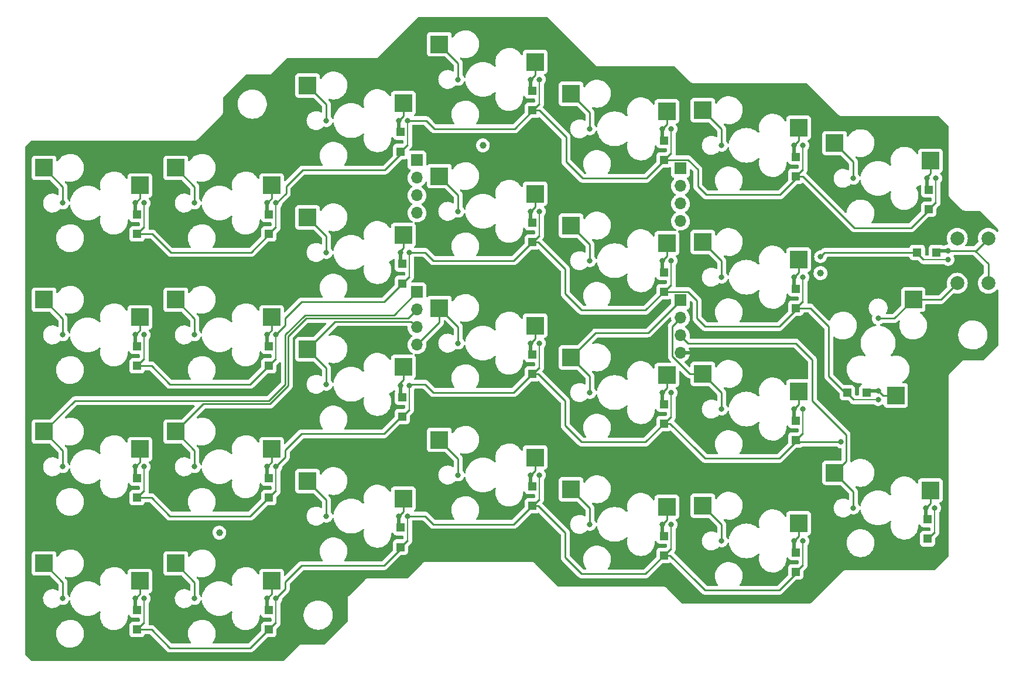
<source format=gbr>
%TF.GenerationSoftware,KiCad,Pcbnew,6.0.4*%
%TF.CreationDate,2022-05-08T18:53:29+02:00*%
%TF.ProjectId,mykeeb,6d796b65-6562-42e6-9b69-6361645f7063,rev?*%
%TF.SameCoordinates,Original*%
%TF.FileFunction,Copper,L1,Top*%
%TF.FilePolarity,Positive*%
%FSLAX46Y46*%
G04 Gerber Fmt 4.6, Leading zero omitted, Abs format (unit mm)*
G04 Created by KiCad (PCBNEW 6.0.4) date 2022-05-08 18:53:29*
%MOMM*%
%LPD*%
G01*
G04 APERTURE LIST*
G04 Aperture macros list*
%AMRotRect*
0 Rectangle, with rotation*
0 The origin of the aperture is its center*
0 $1 length*
0 $2 width*
0 $3 Rotation angle, in degrees counterclockwise*
0 Add horizontal line*
21,1,$1,$2,0,0,$3*%
G04 Aperture macros list end*
%TA.AperFunction,SMDPad,CuDef*%
%ADD10R,2.550000X2.500000*%
%TD*%
%TA.AperFunction,SMDPad,CuDef*%
%ADD11R,0.504000X1.704000*%
%TD*%
%TA.AperFunction,SMDPad,CuDef*%
%ADD12R,1.200000X1.200000*%
%TD*%
%TA.AperFunction,ComponentPad*%
%ADD13C,0.800000*%
%TD*%
%TA.AperFunction,SMDPad,CuDef*%
%ADD14R,0.252000X3.646000*%
%TD*%
%TA.AperFunction,SMDPad,CuDef*%
%ADD15RotRect,0.254000X1.587000X135.000000*%
%TD*%
%TA.AperFunction,SMDPad,CuDef*%
%ADD16C,1.000000*%
%TD*%
%TA.AperFunction,SMDPad,CuDef*%
%ADD17R,1.704000X0.504000*%
%TD*%
%TA.AperFunction,SMDPad,CuDef*%
%ADD18R,3.646000X0.252000*%
%TD*%
%TA.AperFunction,SMDPad,CuDef*%
%ADD19RotRect,0.254000X1.587000X45.000000*%
%TD*%
%TA.AperFunction,ComponentPad*%
%ADD20C,2.000000*%
%TD*%
%TA.AperFunction,SMDPad,CuDef*%
%ADD21R,2.500000X2.550000*%
%TD*%
%TA.AperFunction,ComponentPad*%
%ADD22R,1.700000X1.700000*%
%TD*%
%TA.AperFunction,ComponentPad*%
%ADD23O,1.700000X1.700000*%
%TD*%
%TA.AperFunction,ViaPad*%
%ADD24C,0.800000*%
%TD*%
%TA.AperFunction,Conductor*%
%ADD25C,0.250000*%
%TD*%
G04 APERTURE END LIST*
D10*
%TO.P,K26,1*%
%TO.N,col6b*%
X135394375Y-86598125D03*
%TO.P,K26,2*%
%TO.N,Net-(D26-Pad1)*%
X149244375Y-89138125D03*
%TD*%
D11*
%TO.P,D33,1,K*%
%TO.N,Net-(D33-Pad1)*%
X91424125Y-87931625D03*
D12*
X91678125Y-88577625D03*
D13*
X91424125Y-86915625D03*
D12*
%TO.P,D33,2,A*%
%TO.N,row3b*%
X91678125Y-91377625D03*
D14*
X92707885Y-88689832D03*
D13*
X92694125Y-86915625D03*
D15*
X92186125Y-90979625D03*
%TD*%
D10*
%TO.P,K14,1*%
%TO.N,col4b*%
X97294375Y-50879375D03*
%TO.P,K14,2*%
%TO.N,Net-(D14-Pad1)*%
X111144375Y-53419375D03*
%TD*%
%TO.P,K12,1*%
%TO.N,col2b*%
X59194375Y-49688750D03*
%TO.P,K12,2*%
%TO.N,Net-(D12-Pad1)*%
X73044375Y-52228750D03*
%TD*%
D11*
%TO.P,D32,1,K*%
%TO.N,Net-(D32-Pad1)*%
X72374125Y-93884750D03*
D13*
X72374125Y-92868750D03*
D12*
X72628125Y-94530750D03*
D13*
%TO.P,D32,2,A*%
%TO.N,row3b*%
X73644125Y-92868750D03*
D15*
X73136125Y-96932750D03*
D14*
X73657885Y-94642957D03*
D12*
X72628125Y-97330750D03*
%TD*%
D10*
%TO.P,K22,1*%
%TO.N,col2b*%
X59194375Y-68738750D03*
%TO.P,K22,2*%
%TO.N,Net-(D22-Pad1)*%
X73044375Y-71278750D03*
%TD*%
D16*
%TO.P,FID2,*%
%TO.N,*%
X133350009Y-57745320D03*
%TD*%
D11*
%TO.P,D10,1,K*%
%TO.N,Net-(D10-Pad1)*%
X34274125Y-67691000D03*
D12*
X34528125Y-68337000D03*
D13*
X34274125Y-66675000D03*
D12*
%TO.P,D10,2,A*%
%TO.N,row1b*%
X34528125Y-71137000D03*
D14*
X35557885Y-68449207D03*
D13*
X35544125Y-66675000D03*
D15*
X35036125Y-70739000D03*
%TD*%
D11*
%TO.P,D2,1,K*%
%TO.N,Net-(D2-Pad1)*%
X72374125Y-36734750D03*
D13*
X72374125Y-35718750D03*
D12*
X72628125Y-37380750D03*
%TO.P,D2,2,A*%
%TO.N,row0b*%
X72628125Y-40180750D03*
D14*
X73657885Y-37492957D03*
D15*
X73136125Y-39782750D03*
D13*
X73644125Y-35718750D03*
%TD*%
D10*
%TO.P,K30,1*%
%TO.N,col0b*%
X21094375Y-99695000D03*
%TO.P,K30,2*%
%TO.N,Net-(D30-Pad1)*%
X34944375Y-102235000D03*
%TD*%
D13*
%TO.P,D14,1,K*%
%TO.N,Net-(D14-Pad1)*%
X110474125Y-55959375D03*
D12*
X110728125Y-57621375D03*
D11*
X110474125Y-56975375D03*
D14*
%TO.P,D14,2,A*%
%TO.N,row1b*%
X111757885Y-57733582D03*
D12*
X110728125Y-60421375D03*
D13*
X111744125Y-55959375D03*
D15*
X111236125Y-60023375D03*
%TD*%
D12*
%TO.P,D5,1,K*%
%TO.N,Net-(D5-Pad1)*%
X129778125Y-40952625D03*
D11*
X129524125Y-40306625D03*
D13*
X129524125Y-39290625D03*
D12*
%TO.P,D5,2,A*%
%TO.N,row0b*%
X129778125Y-43752625D03*
D13*
X130794125Y-39290625D03*
D15*
X130286125Y-43354625D03*
D14*
X130807885Y-41064832D03*
%TD*%
D11*
%TO.P,D15,1,K*%
%TO.N,Net-(D15-Pad1)*%
X129524125Y-59356625D03*
D12*
X129778125Y-60002625D03*
D13*
X129524125Y-58340625D03*
%TO.P,D15,2,A*%
%TO.N,row1b*%
X130794125Y-58340625D03*
D15*
X130286125Y-62404625D03*
D14*
X130807885Y-60114832D03*
D12*
X129778125Y-62802625D03*
%TD*%
D16*
%TO.P,FID3,*%
%TO.N,*%
X84534375Y-39290625D03*
%TD*%
D12*
%TO.P,D36,1,K*%
%TO.N,Net-(D36-Pad1)*%
X150142712Y-54768755D03*
D17*
X150788712Y-54514755D03*
D13*
X151804712Y-54514755D03*
%TO.P,D36,2,A*%
%TO.N,row3b*%
X151804712Y-55784755D03*
D18*
X150030505Y-55798515D03*
D19*
X147740712Y-55276755D03*
D12*
X147342712Y-54768755D03*
%TD*%
D13*
%TO.P,D11,1,K*%
%TO.N,Net-(D11-Pad1)*%
X53324125Y-66675000D03*
D11*
X53324125Y-67691000D03*
D12*
X53578125Y-68337000D03*
D15*
%TO.P,D11,2,A*%
%TO.N,row1b*%
X54086125Y-70739000D03*
D12*
X53578125Y-71137000D03*
D14*
X54607885Y-68449207D03*
D13*
X54594125Y-66675000D03*
%TD*%
D10*
%TO.P,K31,1*%
%TO.N,col1b*%
X40144375Y-99695000D03*
%TO.P,K31,2*%
%TO.N,Net-(D31-Pad1)*%
X53994375Y-102235000D03*
%TD*%
D12*
%TO.P,D16,1,K*%
%TO.N,Net-(D16-Pad1)*%
X140022375Y-75009375D03*
D13*
X141684375Y-74755375D03*
D17*
X140668375Y-74755375D03*
D13*
%TO.P,D16,2,A*%
%TO.N,row1b*%
X141684375Y-76025375D03*
D18*
X139910168Y-76039135D03*
D19*
X137620375Y-75517375D03*
D12*
X137222375Y-75009375D03*
%TD*%
D10*
%TO.P,K20,1*%
%TO.N,col0b*%
X21094375Y-80645000D03*
%TO.P,K20,2*%
%TO.N,Net-(D20-Pad1)*%
X34944375Y-83185000D03*
%TD*%
D12*
%TO.P,D30,1,K*%
%TO.N,Net-(D30-Pad1)*%
X34528125Y-106437000D03*
D11*
X34274125Y-105791000D03*
D13*
X34274125Y-104775000D03*
D15*
%TO.P,D30,2,A*%
%TO.N,row3b*%
X35036125Y-108839000D03*
D13*
X35544125Y-104775000D03*
D14*
X35557885Y-106549207D03*
D12*
X34528125Y-109237000D03*
%TD*%
%TO.P,D25,1,K*%
%TO.N,Net-(D25-Pad1)*%
X129778125Y-79052625D03*
D11*
X129524125Y-78406625D03*
D13*
X129524125Y-77390625D03*
D12*
%TO.P,D25,2,A*%
%TO.N,row2b*%
X129778125Y-81852625D03*
D15*
X130286125Y-81454625D03*
D14*
X130807885Y-79164832D03*
D13*
X130794125Y-77390625D03*
%TD*%
%TO.P,D0,1,K*%
%TO.N,Net-(D0-Pad1)*%
X34274125Y-47625000D03*
D11*
X34274125Y-48641000D03*
D12*
X34528125Y-49287000D03*
%TO.P,D0,2,A*%
%TO.N,row0b*%
X34528125Y-52087000D03*
D13*
X35544125Y-47625000D03*
D15*
X35036125Y-51689000D03*
D14*
X35557885Y-49399207D03*
%TD*%
D20*
%TO.P,SW36,1,1*%
%TO.N,Net-(D36-Pad1)*%
X157626590Y-59209381D03*
X157626590Y-52709381D03*
%TO.P,SW36,2,2*%
%TO.N,col6b*%
X153126590Y-59209381D03*
X153126590Y-52709381D03*
%TD*%
D11*
%TO.P,D4,1,K*%
%TO.N,Net-(D4-Pad1)*%
X110474125Y-37925375D03*
D13*
X110474125Y-36909375D03*
D12*
X110728125Y-38571375D03*
D14*
%TO.P,D4,2,A*%
%TO.N,row0b*%
X111757885Y-38683582D03*
D13*
X111744125Y-36909375D03*
D15*
X111236125Y-40973375D03*
D12*
X110728125Y-41371375D03*
%TD*%
D10*
%TO.P,K11,1*%
%TO.N,col1b*%
X40144375Y-61595000D03*
%TO.P,K11,2*%
%TO.N,Net-(D11-Pad1)*%
X53994375Y-64135000D03*
%TD*%
%TO.P,K4,1*%
%TO.N,col4b*%
X97294375Y-31829375D03*
%TO.P,K4,2*%
%TO.N,Net-(D4-Pad1)*%
X111144375Y-34369375D03*
%TD*%
D11*
%TO.P,D31,1,K*%
%TO.N,Net-(D31-Pad1)*%
X53324125Y-105791000D03*
D12*
X53578125Y-106437000D03*
D13*
X53324125Y-104775000D03*
D15*
%TO.P,D31,2,A*%
%TO.N,row3b*%
X54086125Y-108839000D03*
D14*
X54607885Y-106549207D03*
D12*
X53578125Y-109237000D03*
D13*
X54594125Y-104775000D03*
%TD*%
D10*
%TO.P,K10,1*%
%TO.N,col0b*%
X21094375Y-61595000D03*
%TO.P,K10,2*%
%TO.N,Net-(D10-Pad1)*%
X34944375Y-64135000D03*
%TD*%
D12*
%TO.P,D3,1,K*%
%TO.N,Net-(D3-Pad1)*%
X91678125Y-31427625D03*
D11*
X91424125Y-30781625D03*
D13*
X91424125Y-29765625D03*
D12*
%TO.P,D3,2,A*%
%TO.N,row0b*%
X91678125Y-34227625D03*
D15*
X92186125Y-33829625D03*
D13*
X92694125Y-29765625D03*
D14*
X92707885Y-31539832D03*
%TD*%
D11*
%TO.P,D13,1,K*%
%TO.N,Net-(D13-Pad1)*%
X91424125Y-49831625D03*
D12*
X91678125Y-50477625D03*
D13*
X91424125Y-48815625D03*
D15*
%TO.P,D13,2,A*%
%TO.N,row1b*%
X92186125Y-52879625D03*
D13*
X92694125Y-48815625D03*
D12*
X91678125Y-53277625D03*
D14*
X92707885Y-50589832D03*
%TD*%
D12*
%TO.P,D20,1,K*%
%TO.N,Net-(D20-Pad1)*%
X34528125Y-87387000D03*
D13*
X34274125Y-85725000D03*
D11*
X34274125Y-86741000D03*
D13*
%TO.P,D20,2,A*%
%TO.N,row2b*%
X35544125Y-85725000D03*
D14*
X35557885Y-87499207D03*
D15*
X35036125Y-89789000D03*
D12*
X34528125Y-90187000D03*
%TD*%
D10*
%TO.P,K3,1*%
%TO.N,col3b*%
X78244375Y-24685625D03*
%TO.P,K3,2*%
%TO.N,Net-(D3-Pad1)*%
X92094375Y-27225625D03*
%TD*%
D11*
%TO.P,D23,1,K*%
%TO.N,Net-(D23-Pad1)*%
X91424125Y-68881625D03*
D12*
X91678125Y-69527625D03*
D13*
X91424125Y-67865625D03*
%TO.P,D23,2,A*%
%TO.N,row2b*%
X92694125Y-67865625D03*
D12*
X91678125Y-72327625D03*
D15*
X92186125Y-71929625D03*
D14*
X92707885Y-69639832D03*
%TD*%
D21*
%TO.P,K16,1*%
%TO.N,col6b*%
X146764375Y-61575625D03*
%TO.P,K16,2*%
%TO.N,Net-(D16-Pad1)*%
X144224375Y-75425625D03*
%TD*%
D10*
%TO.P,K35,1*%
%TO.N,col5b*%
X116344375Y-91360625D03*
%TO.P,K35,2*%
%TO.N,Net-(D35-Pad1)*%
X130194375Y-93900625D03*
%TD*%
%TO.P,K2,1*%
%TO.N,col2b*%
X59194375Y-30638750D03*
%TO.P,K2,2*%
%TO.N,Net-(D2-Pad1)*%
X73044375Y-33178750D03*
%TD*%
%TO.P,K32,1*%
%TO.N,col2b*%
X59194375Y-87788750D03*
%TO.P,K32,2*%
%TO.N,Net-(D32-Pad1)*%
X73044375Y-90328750D03*
%TD*%
%TO.P,K5,1*%
%TO.N,col5b*%
X116344375Y-34210625D03*
%TO.P,K5,2*%
%TO.N,Net-(D5-Pad1)*%
X130194375Y-36750625D03*
%TD*%
%TO.P,K6,1*%
%TO.N,col6b*%
X135394375Y-38973125D03*
%TO.P,K6,2*%
%TO.N,Net-(D6-Pad1)*%
X149244375Y-41513125D03*
%TD*%
%TO.P,K13,1*%
%TO.N,col3b*%
X78244375Y-43735625D03*
%TO.P,K13,2*%
%TO.N,Net-(D13-Pad1)*%
X92094375Y-46275625D03*
%TD*%
%TO.P,K1,1*%
%TO.N,col1b*%
X40144375Y-42545000D03*
%TO.P,K1,2*%
%TO.N,Net-(D1-Pad1)*%
X53994375Y-45085000D03*
%TD*%
D12*
%TO.P,D21,1,K*%
%TO.N,Net-(D21-Pad1)*%
X53578125Y-87387000D03*
D13*
X53324125Y-85725000D03*
D11*
X53324125Y-86741000D03*
D14*
%TO.P,D21,2,A*%
%TO.N,row2b*%
X54607885Y-87499207D03*
D15*
X54086125Y-89789000D03*
D13*
X54594125Y-85725000D03*
D12*
X53578125Y-90187000D03*
%TD*%
D10*
%TO.P,K25,1*%
%TO.N,col5b*%
X116344375Y-72310625D03*
%TO.P,K25,2*%
%TO.N,Net-(D25-Pad1)*%
X130194375Y-74850625D03*
%TD*%
D16*
%TO.P,FID1,*%
%TO.N,*%
X46434375Y-95250000D03*
%TD*%
D22*
%TO.P,J2,1,Pin_1*%
%TO.N,col0b*%
X75009454Y-60483799D03*
D23*
%TO.P,J2,2,Pin_2*%
%TO.N,col1b*%
X75009454Y-63023799D03*
%TO.P,J2,3,Pin_3*%
%TO.N,col2b*%
X75009454Y-65563799D03*
%TO.P,J2,4,Pin_4*%
%TO.N,col3b*%
X75009454Y-68103799D03*
D22*
%TO.P,J2,5,Pin_5*%
%TO.N,col4b*%
X113109454Y-61674424D03*
D23*
%TO.P,J2,6,Pin_6*%
%TO.N,col5b*%
X113109454Y-64214424D03*
%TO.P,J2,7,Pin_7*%
%TO.N,col6b*%
X113109454Y-66754424D03*
%TO.P,J2,8,Pin_8*%
%TO.N,GND*%
X113109454Y-69294424D03*
D22*
%TO.P,J2,9,Pin_9*%
%TO.N,row0b*%
X75009454Y-41433799D03*
D23*
%TO.P,J2,10,Pin_10*%
%TO.N,row1b*%
X75009454Y-43973799D03*
%TO.P,J2,11,Pin_11*%
%TO.N,row2b*%
X75009454Y-46513799D03*
%TO.P,J2,12,Pin_12*%
%TO.N,row3b*%
X75009454Y-49053799D03*
D22*
%TO.P,J2,13,Pin_13*%
%TO.N,unconnected-(J2-Pad13)*%
X113109454Y-42624424D03*
D23*
%TO.P,J2,14,Pin_14*%
%TO.N,unconnected-(J2-Pad14)*%
X113109454Y-45164424D03*
%TO.P,J2,15,Pin_15*%
%TO.N,unconnected-(J2-Pad15)*%
X113109454Y-47704424D03*
%TO.P,J2,16,Pin_16*%
%TO.N,unconnected-(J2-Pad16)*%
X113109454Y-50244424D03*
%TD*%
D11*
%TO.P,D1,1,K*%
%TO.N,Net-(D1-Pad1)*%
X53324125Y-48641000D03*
D12*
X53578125Y-49287000D03*
D13*
X53324125Y-47625000D03*
D15*
%TO.P,D1,2,A*%
%TO.N,row0b*%
X54086125Y-51689000D03*
D13*
X54594125Y-47625000D03*
D14*
X54607885Y-49399207D03*
D12*
X53578125Y-52087000D03*
%TD*%
D10*
%TO.P,K33,1*%
%TO.N,col3b*%
X78244375Y-81835625D03*
%TO.P,K33,2*%
%TO.N,Net-(D33-Pad1)*%
X92094375Y-84375625D03*
%TD*%
D12*
%TO.P,D24,1,K*%
%TO.N,Net-(D24-Pad1)*%
X110728125Y-76671375D03*
D11*
X110474125Y-76025375D03*
D13*
X110474125Y-75009375D03*
D15*
%TO.P,D24,2,A*%
%TO.N,row2b*%
X111236125Y-79073375D03*
D12*
X110728125Y-79471375D03*
D13*
X111744125Y-75009375D03*
D14*
X111757885Y-76783582D03*
%TD*%
D13*
%TO.P,D26,1,K*%
%TO.N,Net-(D26-Pad1)*%
X148574125Y-91678125D03*
D12*
X148828125Y-93340125D03*
D11*
X148574125Y-92694125D03*
D15*
%TO.P,D26,2,A*%
%TO.N,row2b*%
X149336125Y-95742125D03*
D12*
X148828125Y-96140125D03*
D14*
X149857885Y-93452332D03*
D13*
X149844125Y-91678125D03*
%TD*%
%TO.P,D35,1,K*%
%TO.N,Net-(D35-Pad1)*%
X129524125Y-96440625D03*
D12*
X129778125Y-98102625D03*
D11*
X129524125Y-97456625D03*
D13*
%TO.P,D35,2,A*%
%TO.N,row3b*%
X130794125Y-96440625D03*
D15*
X130286125Y-100504625D03*
D12*
X129778125Y-100902625D03*
D14*
X130807885Y-98214832D03*
%TD*%
D10*
%TO.P,K21,1*%
%TO.N,col1b*%
X40144375Y-80645000D03*
%TO.P,K21,2*%
%TO.N,Net-(D21-Pad1)*%
X53994375Y-83185000D03*
%TD*%
D13*
%TO.P,D12,1,K*%
%TO.N,Net-(D12-Pad1)*%
X72628125Y-54768750D03*
D11*
X72628125Y-55784750D03*
D12*
X72882125Y-56430750D03*
%TO.P,D12,2,A*%
%TO.N,row1b*%
X72882125Y-59230750D03*
D14*
X73911885Y-56542957D03*
D13*
X73898125Y-54768750D03*
D15*
X73390125Y-58832750D03*
%TD*%
D10*
%TO.P,K0,1*%
%TO.N,col0b*%
X21094375Y-42545000D03*
%TO.P,K0,2*%
%TO.N,Net-(D0-Pad1)*%
X34944375Y-45085000D03*
%TD*%
%TO.P,K34,1*%
%TO.N,col4b*%
X97294375Y-88979375D03*
%TO.P,K34,2*%
%TO.N,Net-(D34-Pad1)*%
X111144375Y-91519375D03*
%TD*%
D13*
%TO.P,D34,1,K*%
%TO.N,Net-(D34-Pad1)*%
X110474125Y-94059375D03*
D11*
X110474125Y-95075375D03*
D12*
X110728125Y-95721375D03*
%TO.P,D34,2,A*%
%TO.N,row3b*%
X110728125Y-98521375D03*
D15*
X111236125Y-98123375D03*
D14*
X111757885Y-95833582D03*
D13*
X111744125Y-94059375D03*
%TD*%
D12*
%TO.P,D22,1,K*%
%TO.N,Net-(D22-Pad1)*%
X72882125Y-75655375D03*
D13*
X72628125Y-73993375D03*
D11*
X72628125Y-75009375D03*
D13*
%TO.P,D22,2,A*%
%TO.N,row2b*%
X73898125Y-73993375D03*
D12*
X72882125Y-78455375D03*
D14*
X73911885Y-75767582D03*
D15*
X73390125Y-78057375D03*
%TD*%
D10*
%TO.P,K24,1*%
%TO.N,col4b*%
X97294375Y-69929375D03*
%TO.P,K24,2*%
%TO.N,Net-(D24-Pad1)*%
X111144375Y-72469375D03*
%TD*%
%TO.P,K23,1*%
%TO.N,col3b*%
X78244375Y-62785625D03*
%TO.P,K23,2*%
%TO.N,Net-(D23-Pad1)*%
X92094375Y-65325625D03*
%TD*%
D12*
%TO.P,D6,1,K*%
%TO.N,Net-(D6-Pad1)*%
X149002750Y-45715125D03*
D13*
X148748750Y-44053125D03*
D11*
X148748750Y-45069125D03*
D15*
%TO.P,D6,2,A*%
%TO.N,row0b*%
X149510750Y-48117125D03*
D14*
X150032510Y-45827332D03*
D12*
X149002750Y-48515125D03*
D13*
X150018750Y-44053125D03*
%TD*%
D10*
%TO.P,K15,1*%
%TO.N,col5b*%
X116344375Y-53260625D03*
%TO.P,K15,2*%
%TO.N,Net-(D15-Pad1)*%
X130194375Y-55800625D03*
%TD*%
D24*
%TO.N,row2b*%
X136326574Y-82153153D03*
%TO.N,row3b*%
X133350112Y-55364109D03*
%TO.N,col6b*%
X138112500Y-44053125D03*
X141684375Y-64293750D03*
X138112500Y-91678125D03*
%TO.N,col5b*%
X119062500Y-39290625D03*
X119062500Y-58340625D03*
X119062500Y-77390625D03*
X119062500Y-96440625D03*
%TO.N,col4b*%
X100012500Y-75009375D03*
X100012500Y-36909375D03*
X100012500Y-94059375D03*
X100012500Y-55959375D03*
%TO.N,col3b*%
X80962500Y-67865625D03*
X80962500Y-48815625D03*
X80962500Y-86915625D03*
X80962500Y-29765625D03*
%TO.N,col0b*%
X23812500Y-66675000D03*
X23812500Y-104775000D03*
X23812500Y-85725000D03*
X23812500Y-47625000D03*
%TO.N,col2b*%
X61912500Y-92868750D03*
X61912500Y-35718750D03*
X61912500Y-54768750D03*
X61912500Y-73818750D03*
%TO.N,col1b*%
X42862500Y-47625000D03*
X42862500Y-85725000D03*
X42862500Y-66675000D03*
X42862500Y-104775000D03*
%TO.N,GND*%
X93464141Y-58340674D03*
X48220353Y-91082889D03*
X66675056Y-45839101D03*
X86320385Y-73223499D03*
X55959422Y-95250080D03*
X85725072Y-53578170D03*
X103584462Y-46434414D03*
X94059454Y-39290658D03*
X113109470Y-75009438D03*
X36909406Y-95250080D03*
X105370401Y-70246934D03*
X60721926Y-65484430D03*
X36909406Y-57150048D03*
X144065746Y-86320385D03*
X55959422Y-76200064D03*
X132159486Y-86915698D03*
X132159486Y-67865682D03*
X132159486Y-48815666D03*
X55959422Y-57150048D03*
X113109470Y-55959422D03*
X94059454Y-77390690D03*
X65484430Y-83343820D03*
X71437560Y-66079743D03*
%TD*%
D25*
%TO.N,Net-(D0-Pad1)*%
X34944375Y-45085000D02*
X34944375Y-46954750D01*
X34944375Y-46954750D02*
X34274125Y-47625000D01*
%TO.N,Net-(D1-Pad1)*%
X53994375Y-45085000D02*
X53994375Y-46954750D01*
X53994375Y-46954750D02*
X53324125Y-47625000D01*
%TO.N,Net-(D2-Pad1)*%
X73044375Y-33178750D02*
X73044375Y-35048500D01*
X73044375Y-35048500D02*
X72374125Y-35718750D01*
%TO.N,Net-(D3-Pad1)*%
X92094375Y-29095375D02*
X91424125Y-29765625D01*
X92094375Y-27225625D02*
X92094375Y-29095375D01*
%TO.N,Net-(D4-Pad1)*%
X111144375Y-34369375D02*
X111144375Y-36239125D01*
X111144375Y-36239125D02*
X110474125Y-36909375D01*
%TO.N,Net-(D5-Pad1)*%
X130194375Y-36750625D02*
X130194375Y-38620375D01*
X130194375Y-38620375D02*
X129524125Y-39290625D01*
%TO.N,Net-(D6-Pad1)*%
X149244375Y-43382875D02*
X148574125Y-44053125D01*
X149244375Y-41513125D02*
X149244375Y-43382875D01*
%TO.N,Net-(D31-Pad1)*%
X53994375Y-104104750D02*
X53324125Y-104775000D01*
X53994375Y-102235000D02*
X53994375Y-104104750D01*
%TO.N,Net-(D10-Pad1)*%
X34944375Y-64135000D02*
X34944375Y-66004750D01*
X34944375Y-66004750D02*
X34274125Y-66675000D01*
%TO.N,Net-(D11-Pad1)*%
X53994375Y-66004750D02*
X53324125Y-66675000D01*
X53994375Y-64135000D02*
X53994375Y-66004750D01*
%TO.N,Net-(D12-Pad1)*%
X73044375Y-52228750D02*
X73044375Y-54098500D01*
X73044375Y-54098500D02*
X72374125Y-54768750D01*
%TO.N,Net-(D13-Pad1)*%
X92094375Y-46275625D02*
X92094375Y-48145375D01*
X92094375Y-48145375D02*
X91424125Y-48815625D01*
%TO.N,Net-(D14-Pad1)*%
X111144375Y-55289125D02*
X110474125Y-55959375D01*
X111144375Y-53419375D02*
X111144375Y-55289125D01*
%TO.N,Net-(D15-Pad1)*%
X130194375Y-57670375D02*
X129524125Y-58340625D01*
X130194375Y-55800625D02*
X130194375Y-57670375D01*
%TO.N,Net-(D16-Pad1)*%
X144224375Y-75425625D02*
X142354625Y-75425625D01*
X142354625Y-75425625D02*
X141684375Y-74755375D01*
%TO.N,Net-(D20-Pad1)*%
X34944375Y-83185000D02*
X34944375Y-85054750D01*
X34944375Y-85054750D02*
X34274125Y-85725000D01*
%TO.N,Net-(D21-Pad1)*%
X53994375Y-83185000D02*
X53994375Y-85054750D01*
X53994375Y-85054750D02*
X53324125Y-85725000D01*
%TO.N,Net-(D22-Pad1)*%
X73044375Y-71278750D02*
X73044375Y-73148500D01*
X73044375Y-73148500D02*
X72374125Y-73818750D01*
%TO.N,Net-(D23-Pad1)*%
X92094375Y-65325625D02*
X92094375Y-67195375D01*
X92094375Y-67195375D02*
X91424125Y-67865625D01*
%TO.N,Net-(D24-Pad1)*%
X111144375Y-72469375D02*
X111144375Y-74339125D01*
X111144375Y-74339125D02*
X110474125Y-75009375D01*
%TO.N,Net-(D25-Pad1)*%
X130194375Y-74850625D02*
X130194375Y-76720375D01*
X130194375Y-76720375D02*
X129524125Y-77390625D01*
%TO.N,Net-(D30-Pad1)*%
X34944375Y-104104750D02*
X34274125Y-104775000D01*
X34944375Y-102235000D02*
X34944375Y-104104750D01*
%TO.N,Net-(D32-Pad1)*%
X73044375Y-92198500D02*
X72374125Y-92868750D01*
X73044375Y-90328750D02*
X73044375Y-92198500D01*
%TO.N,Net-(D33-Pad1)*%
X92094375Y-84375625D02*
X92094375Y-86245375D01*
X92094375Y-86245375D02*
X91424125Y-86915625D01*
%TO.N,Net-(D34-Pad1)*%
X111144375Y-93389125D02*
X110474125Y-94059375D01*
X111144375Y-91519375D02*
X111144375Y-93389125D01*
%TO.N,Net-(D35-Pad1)*%
X130194375Y-95770375D02*
X129524125Y-96440625D01*
X130194375Y-93900625D02*
X130194375Y-95770375D01*
%TO.N,Net-(D26-Pad1)*%
X149244375Y-89138125D02*
X149244375Y-91007875D01*
X149244375Y-91007875D02*
X148574125Y-91678125D01*
%TO.N,Net-(D36-Pad1)*%
X151804712Y-54514755D02*
X155717903Y-54514755D01*
X151804712Y-54514755D02*
X155821216Y-54514755D01*
X157626590Y-56423442D02*
X157626590Y-59209381D01*
X155717903Y-54514755D02*
X157626590Y-56423442D01*
X155821216Y-54514755D02*
X157626590Y-52709381D01*
%TO.N,row0b*%
X130794125Y-43752625D02*
X138238375Y-51196875D01*
X72754000Y-40481250D02*
X72754000Y-40180750D01*
X73770000Y-35718750D02*
X76325875Y-35718750D01*
X92694125Y-34227625D02*
X96566500Y-38100000D01*
X39416500Y-54768750D02*
X51022250Y-54768750D01*
X111744125Y-41371375D02*
X114195391Y-41371375D01*
X36734750Y-52087000D02*
X39416500Y-54768750D01*
X110854000Y-41371375D02*
X111744125Y-41371375D01*
X115616500Y-45243750D02*
X116807125Y-46434375D01*
X114195391Y-41371375D02*
X115616500Y-42792484D01*
X77516500Y-36909375D02*
X89122250Y-36909375D01*
X125141500Y-46434375D02*
X126332125Y-46434375D01*
X116807125Y-46434375D02*
X125141500Y-46434375D01*
X96566500Y-38100000D02*
X96566500Y-41671875D01*
X56085250Y-45243750D02*
X58466500Y-42862500D01*
X51022250Y-54768750D02*
X53704000Y-52087000D01*
X34654000Y-52087000D02*
X36734750Y-52087000D01*
X96566500Y-41671875D02*
X98947750Y-44053125D01*
X146446875Y-51196875D02*
X149128625Y-48515125D01*
X54720000Y-47625000D02*
X56085250Y-46259750D01*
X98947750Y-44053125D02*
X108172250Y-44053125D01*
X115616500Y-42792484D02*
X115616500Y-45243750D01*
X127522750Y-46434375D02*
X129904000Y-44053125D01*
X76325875Y-35718750D02*
X77516500Y-36909375D01*
X91804000Y-34227625D02*
X92694125Y-34227625D01*
X126332125Y-46434375D02*
X127522750Y-46434375D01*
X89122250Y-36909375D02*
X91804000Y-34227625D01*
X149122960Y-48515125D02*
X149002750Y-48515125D01*
X138238375Y-51196875D02*
X146446875Y-51196875D01*
X58466500Y-42862500D02*
X70372750Y-42862500D01*
X56085250Y-46259750D02*
X56085250Y-45243750D01*
X129904000Y-43752625D02*
X130794125Y-43752625D01*
X108172250Y-44053125D02*
X110854000Y-41371375D01*
X70372750Y-42862500D02*
X72754000Y-40481250D01*
%TO.N,row1b*%
X72628125Y-59531250D02*
X72628125Y-59230750D01*
X126206250Y-65484375D02*
X127396875Y-65484375D01*
X116681250Y-65484375D02*
X125015625Y-65484375D01*
X96440625Y-57150000D02*
X96440625Y-60721875D01*
X108046375Y-63103125D02*
X110728125Y-60421375D01*
X34528125Y-71137000D02*
X36608875Y-71137000D01*
X70246875Y-61912500D02*
X72628125Y-59531250D01*
X115490625Y-64293750D02*
X116681250Y-65484375D01*
X127396875Y-65484375D02*
X129778125Y-63103125D01*
X58340625Y-61912500D02*
X70246875Y-61912500D01*
X39290625Y-73818750D02*
X50896375Y-73818750D01*
X54594125Y-66675000D02*
X55959375Y-65309750D01*
X131858875Y-62802625D02*
X129778125Y-62802625D01*
X98821875Y-63103125D02*
X108046375Y-63103125D01*
X50896375Y-73818750D02*
X53578125Y-71137000D01*
X36608875Y-71137000D02*
X39290625Y-73818750D01*
X96440625Y-60721875D02*
X98821875Y-63103125D01*
X137222375Y-75009375D02*
X136921875Y-75009375D01*
X134540625Y-72628125D02*
X134540625Y-65484375D01*
X55959375Y-65309750D02*
X55959375Y-64293750D01*
X77390625Y-55959375D02*
X88996375Y-55959375D01*
X92568250Y-53277625D02*
X96440625Y-57150000D01*
X91678125Y-53277625D02*
X92568250Y-53277625D01*
X111618250Y-60421375D02*
X114195375Y-60421375D01*
X76200000Y-54768750D02*
X77390625Y-55959375D01*
X114195375Y-60421375D02*
X115490625Y-61716625D01*
X125015625Y-65484375D02*
X126206250Y-65484375D01*
X110728125Y-60421375D02*
X111618250Y-60421375D01*
X55959375Y-64293750D02*
X58340625Y-61912500D01*
X115490625Y-61716625D02*
X115490625Y-64293750D01*
X73644125Y-54768750D02*
X76200000Y-54768750D01*
X88996375Y-55959375D02*
X91678125Y-53277625D01*
X136921875Y-75009375D02*
X134540625Y-72628125D01*
X134540625Y-65484375D02*
X131858875Y-62802625D01*
%TO.N,row2b*%
X36608875Y-90187000D02*
X39290625Y-92868750D01*
X115490625Y-83343750D02*
X116681250Y-84534375D01*
X108046375Y-82153125D02*
X110728125Y-79471375D01*
X55959375Y-84359750D02*
X55959375Y-83343750D01*
X136326574Y-82153153D02*
X130364347Y-82153153D01*
X125015625Y-84534375D02*
X126206250Y-84534375D01*
X70246875Y-80962500D02*
X72628125Y-78581250D01*
X92568250Y-72327625D02*
X96440625Y-76200000D01*
X34528125Y-90187000D02*
X36608875Y-90187000D01*
X96440625Y-76200000D02*
X96440625Y-79771875D01*
X91678125Y-72327625D02*
X92568250Y-72327625D01*
X127396875Y-84534375D02*
X129778125Y-82153125D01*
X88996375Y-75009375D02*
X91678125Y-72327625D01*
X96440625Y-79771875D02*
X98821875Y-82153125D01*
X130364347Y-82153153D02*
X130221500Y-82296000D01*
X50896375Y-92868750D02*
X53578125Y-90187000D01*
X111618250Y-79471375D02*
X115490625Y-83343750D01*
X130221500Y-82296000D02*
X129778125Y-81852625D01*
X76200000Y-73818750D02*
X77390625Y-75009375D01*
X73644125Y-73818750D02*
X76200000Y-73818750D01*
X116681250Y-84534375D02*
X125015625Y-84534375D01*
X77390625Y-75009375D02*
X88996375Y-75009375D01*
X54594125Y-85725000D02*
X55959375Y-84359750D01*
X55959375Y-83343750D02*
X58340625Y-80962500D01*
X110728125Y-79471375D02*
X111618250Y-79471375D01*
X98821875Y-82153125D02*
X108046375Y-82153125D01*
X58340625Y-80962500D02*
X70246875Y-80962500D01*
X126206250Y-84534375D02*
X127396875Y-84534375D01*
X39290625Y-92868750D02*
X50896375Y-92868750D01*
%TO.N,row3b*%
X115490625Y-102393750D02*
X116681250Y-103584375D01*
X116681250Y-103584375D02*
X125015625Y-103584375D01*
X108046375Y-101203125D02*
X110728125Y-98521375D01*
X125015625Y-103584375D02*
X126206250Y-103584375D01*
X76200000Y-92868750D02*
X77390625Y-94059375D01*
X54594125Y-104775000D02*
X55959375Y-103409750D01*
X111618250Y-98521375D02*
X115490625Y-102393750D01*
X58340625Y-100012500D02*
X70246875Y-100012500D01*
X70246875Y-100012500D02*
X72628125Y-97631250D01*
X126206250Y-103584375D02*
X127396875Y-103584375D01*
X50896375Y-111918750D02*
X53578125Y-109237000D01*
X73644125Y-92868750D02*
X76200000Y-92868750D01*
X55959375Y-102393750D02*
X58340625Y-100012500D01*
X133945466Y-54768755D02*
X147342712Y-54768755D01*
X96440625Y-95250000D02*
X96440625Y-98821875D01*
X39290625Y-111918750D02*
X50896375Y-111918750D01*
X36608875Y-109237000D02*
X39290625Y-111918750D01*
X88996375Y-94059375D02*
X91678125Y-91377625D01*
X98821875Y-101203125D02*
X108046375Y-101203125D01*
X92568250Y-91377625D02*
X96440625Y-95250000D01*
X127396875Y-103584375D02*
X129778125Y-101203125D01*
X110728125Y-98521375D02*
X111618250Y-98521375D01*
X133350112Y-55364109D02*
X133945466Y-54768755D01*
X96440625Y-98821875D02*
X98821875Y-101203125D01*
X77390625Y-94059375D02*
X88996375Y-94059375D01*
X55959375Y-103409750D02*
X55959375Y-102393750D01*
X91678125Y-91377625D02*
X92568250Y-91377625D01*
X72628125Y-97631250D02*
X72628125Y-97330750D01*
X34528125Y-109237000D02*
X36608875Y-109237000D01*
%TO.N,col6b*%
X138112500Y-41691250D02*
X138112500Y-44053125D01*
X137051085Y-84941415D02*
X137051085Y-81091725D01*
X132159383Y-70246893D02*
X129778131Y-67865641D01*
X129778131Y-67865641D02*
X114210619Y-67865641D01*
X135394375Y-86598125D02*
X138112500Y-89316250D01*
X144046250Y-64293750D02*
X141684375Y-64293750D01*
X137051085Y-81091725D02*
X132159383Y-76200023D01*
X114210619Y-67865641D02*
X113109367Y-66764389D01*
X150760346Y-61575625D02*
X153126590Y-59209381D01*
X138112500Y-89316250D02*
X138112500Y-91678125D01*
X146764375Y-61575625D02*
X150760346Y-61575625D01*
X146764375Y-61575625D02*
X144046250Y-64293750D01*
X135394375Y-38973125D02*
X138112500Y-41691250D01*
X135394375Y-86598125D02*
X137051085Y-84941415D01*
X132159383Y-76200023D02*
X132159383Y-70246893D01*
%TO.N,col5b*%
X111918741Y-65415015D02*
X113109367Y-64224389D01*
X116344375Y-72310625D02*
X114454593Y-72310625D01*
X116344375Y-34210625D02*
X119062500Y-36928750D01*
X119062500Y-94078750D02*
X119062500Y-96440625D01*
X116344375Y-91360625D02*
X119062500Y-94078750D01*
X119062500Y-75028750D02*
X119062500Y-77390625D01*
X119062500Y-36928750D02*
X119062500Y-39290625D01*
X116344375Y-72310625D02*
X119062500Y-75028750D01*
X119062500Y-55978750D02*
X119062500Y-58340625D01*
X114454593Y-72310625D02*
X111918741Y-69774773D01*
X116344375Y-53260625D02*
X119062500Y-55978750D01*
X111918741Y-69774773D02*
X111918741Y-65415015D01*
%TO.N,col4b*%
X97294375Y-31829375D02*
X100012500Y-34547500D01*
X100012500Y-91697500D02*
X100012500Y-94059375D01*
X97294375Y-69929375D02*
X100012500Y-72647500D01*
X100012500Y-72647500D02*
X100012500Y-75009375D01*
X97294375Y-88979375D02*
X100012500Y-91697500D01*
X108346863Y-66383415D02*
X108410341Y-66383415D01*
X100012500Y-34547500D02*
X100012500Y-36909375D01*
X97294375Y-50879375D02*
X100012500Y-53597500D01*
X100840335Y-66383415D02*
X97294375Y-69929375D01*
X108346863Y-66383415D02*
X100840335Y-66383415D01*
X108410341Y-66383415D02*
X113109367Y-61684389D01*
X100012500Y-53597500D02*
X100012500Y-55959375D01*
%TO.N,col3b*%
X78244375Y-62785625D02*
X78244375Y-64878723D01*
X78244375Y-62785625D02*
X80962500Y-65503750D01*
X78244375Y-64878723D02*
X75009335Y-68113763D01*
X78244375Y-81835625D02*
X80962500Y-84553750D01*
X80962500Y-46453750D02*
X80962500Y-48815625D01*
X78244375Y-24685625D02*
X80962500Y-27403750D01*
X80962500Y-84553750D02*
X80962500Y-86915625D01*
X78244375Y-43735625D02*
X80962500Y-46453750D01*
X80962500Y-27403750D02*
X80962500Y-29765625D01*
X80962500Y-65503750D02*
X80962500Y-67865625D01*
%TO.N,col0b*%
X58790146Y-63844230D02*
X71658868Y-63844230D01*
X21094375Y-80645000D02*
X25539375Y-76200000D01*
X36909470Y-76200000D02*
X53578125Y-76200000D01*
X23812500Y-83363125D02*
X23812500Y-85725000D01*
X53578125Y-76200000D02*
X55959375Y-73818750D01*
X23812500Y-102413125D02*
X23812500Y-104775000D01*
X71658868Y-63844230D02*
X75009335Y-60493763D01*
X21094375Y-61595000D02*
X23812500Y-64313125D01*
X21094375Y-80645000D02*
X23812500Y-83363125D01*
X23812500Y-45263125D02*
X23812500Y-47625000D01*
X55959375Y-66675000D02*
X58790146Y-63844230D01*
X23812500Y-64313125D02*
X23812500Y-66675000D01*
X21094375Y-42545000D02*
X23812500Y-45263125D01*
X55959375Y-73818750D02*
X55959375Y-66675000D01*
X21094375Y-99695000D02*
X23812500Y-102413125D01*
X25539375Y-76200000D02*
X36909470Y-76200000D01*
%TO.N,col2b*%
X61912500Y-71456875D02*
X61912500Y-73818750D01*
X63189855Y-64743270D02*
X59194375Y-68738750D01*
X59194375Y-68738750D02*
X61912500Y-71456875D01*
X72814322Y-64743270D02*
X63189855Y-64743270D01*
X72814322Y-64743270D02*
X74178842Y-64743270D01*
X59194375Y-30638750D02*
X61912500Y-33356875D01*
X59194375Y-87788750D02*
X61912500Y-90506875D01*
X61912500Y-90506875D02*
X61912500Y-92868750D01*
X61912500Y-33356875D02*
X61912500Y-35718750D01*
X59194375Y-49688750D02*
X61912500Y-52406875D01*
X74178842Y-64743270D02*
X75009335Y-65573763D01*
X61912500Y-52406875D02*
X61912500Y-54768750D01*
%TO.N,col1b*%
X40144375Y-61595000D02*
X42862500Y-64313125D01*
X72628125Y-64293750D02*
X58976343Y-64293750D01*
X42862500Y-102413125D02*
X42862500Y-104775000D01*
X72628125Y-64293750D02*
X73749348Y-64293750D01*
X73749348Y-64293750D02*
X75009335Y-63033763D01*
X40144375Y-80645000D02*
X42862500Y-83363125D01*
X53764322Y-76649520D02*
X44139855Y-76649520D01*
X44139855Y-76649520D02*
X40144375Y-80645000D01*
X56408895Y-66861198D02*
X56408895Y-74004947D01*
X42862500Y-64313125D02*
X42862500Y-66675000D01*
X42862500Y-45263125D02*
X42862500Y-47625000D01*
X42862500Y-83363125D02*
X42862500Y-85725000D01*
X56408895Y-74004947D02*
X53764322Y-76649520D01*
X40144375Y-42545000D02*
X42862500Y-45263125D01*
X40144375Y-99695000D02*
X42862500Y-102413125D01*
X58976343Y-64293750D02*
X56408895Y-66861198D01*
%TD*%
%TA.AperFunction,Conductor*%
%TO.N,GND*%
G36*
X93864655Y-20769103D02*
G01*
X93885629Y-20786006D01*
X100793284Y-27693661D01*
X100800904Y-27703198D01*
X100801273Y-27702884D01*
X100807092Y-27709722D01*
X100811882Y-27717314D01*
X100818610Y-27723256D01*
X100852225Y-27752944D01*
X100857912Y-27758290D01*
X100869362Y-27769740D01*
X100877459Y-27775808D01*
X100877732Y-27776013D01*
X100885575Y-27782398D01*
X100921056Y-27813734D01*
X100929173Y-27817545D01*
X100931633Y-27819161D01*
X100946629Y-27828172D01*
X100949223Y-27829592D01*
X100956403Y-27834973D01*
X101000756Y-27851600D01*
X101010039Y-27855512D01*
X101052905Y-27875637D01*
X101061771Y-27877018D01*
X101064575Y-27877875D01*
X101081539Y-27882325D01*
X101084386Y-27882951D01*
X101092792Y-27886102D01*
X101140000Y-27889610D01*
X101150037Y-27890762D01*
X101156185Y-27891719D01*
X101158680Y-27892108D01*
X101158682Y-27892108D01*
X101163491Y-27892857D01*
X101179018Y-27892857D01*
X101188356Y-27893204D01*
X101229094Y-27896232D01*
X101229097Y-27896232D01*
X101238048Y-27896897D01*
X101246828Y-27895023D01*
X101255093Y-27894459D01*
X101270270Y-27892857D01*
X103500087Y-27892865D01*
X112251339Y-27892897D01*
X112319460Y-27912899D01*
X112340434Y-27929802D01*
X114485586Y-30074954D01*
X114493209Y-30084494D01*
X114493577Y-30084180D01*
X114499395Y-30091016D01*
X114504185Y-30098608D01*
X114510913Y-30104550D01*
X114544534Y-30134243D01*
X114550221Y-30139589D01*
X114561664Y-30151032D01*
X114568274Y-30155986D01*
X114570039Y-30157309D01*
X114577868Y-30163683D01*
X114613360Y-30195028D01*
X114621483Y-30198842D01*
X114623971Y-30200476D01*
X114638932Y-30209464D01*
X114641517Y-30210879D01*
X114648704Y-30216266D01*
X114689391Y-30231519D01*
X114693051Y-30232891D01*
X114702367Y-30236817D01*
X114745209Y-30256931D01*
X114754078Y-30258312D01*
X114756911Y-30259178D01*
X114773798Y-30263608D01*
X114776683Y-30264242D01*
X114785093Y-30267395D01*
X114814251Y-30269562D01*
X114832315Y-30270904D01*
X114842361Y-30272058D01*
X114850984Y-30273401D01*
X114850987Y-30273401D01*
X114855795Y-30274150D01*
X114871315Y-30274150D01*
X114880652Y-30274496D01*
X114930350Y-30278189D01*
X114939129Y-30276315D01*
X114947387Y-30275752D01*
X114962570Y-30274150D01*
X131301356Y-30274150D01*
X131369477Y-30294152D01*
X131390451Y-30311054D01*
X134616265Y-33536839D01*
X135866598Y-34787161D01*
X135916855Y-34837418D01*
X135924474Y-34846954D01*
X135924843Y-34846640D01*
X135930660Y-34853475D01*
X135935452Y-34861070D01*
X135975800Y-34896704D01*
X135981487Y-34902050D01*
X135992934Y-34913497D01*
X136000726Y-34919337D01*
X136001304Y-34919770D01*
X136009143Y-34926153D01*
X136044627Y-34957490D01*
X136052755Y-34961306D01*
X136055210Y-34962919D01*
X136070218Y-34971937D01*
X136072788Y-34973344D01*
X136079975Y-34978730D01*
X136124321Y-34995354D01*
X136133620Y-34999273D01*
X136176476Y-35019394D01*
X136185346Y-35020775D01*
X136188162Y-35021636D01*
X136205093Y-35026078D01*
X136207965Y-35026710D01*
X136216364Y-35029858D01*
X136225310Y-35030523D01*
X136225311Y-35030523D01*
X136236020Y-35031319D01*
X136263582Y-35033367D01*
X136273626Y-35034521D01*
X136282255Y-35035865D01*
X136282261Y-35035865D01*
X136287062Y-35036613D01*
X136302586Y-35036613D01*
X136311924Y-35036959D01*
X136352669Y-35039987D01*
X136352670Y-35039987D01*
X136361620Y-35040652D01*
X136370399Y-35038778D01*
X136378682Y-35038213D01*
X136393836Y-35036613D01*
X139227715Y-35036621D01*
X150351371Y-35036653D01*
X150419492Y-35056655D01*
X150440466Y-35073558D01*
X151854723Y-36487815D01*
X151888749Y-36550127D01*
X151891628Y-36576910D01*
X151891628Y-46363342D01*
X151890273Y-46375472D01*
X151890755Y-46375511D01*
X151890035Y-46384458D01*
X151888054Y-46393214D01*
X151889337Y-46413894D01*
X151891386Y-46446922D01*
X151891628Y-46454724D01*
X151891628Y-46470927D01*
X151892264Y-46475367D01*
X151893112Y-46481292D01*
X151894141Y-46491342D01*
X151895826Y-46518489D01*
X151897073Y-46538591D01*
X151900122Y-46547037D01*
X151900721Y-46549928D01*
X151904950Y-46566894D01*
X151905776Y-46569719D01*
X151907048Y-46578601D01*
X151926650Y-46621712D01*
X151930455Y-46631061D01*
X151946532Y-46675595D01*
X151951827Y-46682843D01*
X151953208Y-46685441D01*
X151962043Y-46700559D01*
X151963622Y-46703028D01*
X151967336Y-46711196D01*
X151973192Y-46717992D01*
X151998243Y-46747066D01*
X152004529Y-46754983D01*
X152009676Y-46762029D01*
X152009681Y-46762034D01*
X152012553Y-46765966D01*
X152023528Y-46776941D01*
X152029886Y-46783788D01*
X152062415Y-46821541D01*
X152069950Y-46826425D01*
X152076194Y-46831872D01*
X152088059Y-46841472D01*
X153776244Y-48529657D01*
X153783867Y-48539197D01*
X153784235Y-48538883D01*
X153790053Y-48545719D01*
X153794843Y-48553311D01*
X153801571Y-48559253D01*
X153835192Y-48588946D01*
X153840879Y-48594292D01*
X153852322Y-48605735D01*
X153859847Y-48611375D01*
X153860697Y-48612012D01*
X153868526Y-48618386D01*
X153904018Y-48649731D01*
X153912141Y-48653545D01*
X153914629Y-48655179D01*
X153929590Y-48664167D01*
X153932176Y-48665583D01*
X153939362Y-48670969D01*
X153983717Y-48687597D01*
X153993015Y-48691515D01*
X154035867Y-48711634D01*
X154044733Y-48713015D01*
X154047534Y-48713871D01*
X154064471Y-48718315D01*
X154067351Y-48718948D01*
X154075751Y-48722097D01*
X154084696Y-48722762D01*
X154084697Y-48722762D01*
X154122956Y-48725605D01*
X154133004Y-48726759D01*
X154137655Y-48727483D01*
X154146453Y-48728853D01*
X154161990Y-48728853D01*
X154171328Y-48729200D01*
X154212057Y-48732227D01*
X154212058Y-48732227D01*
X154221008Y-48732892D01*
X154229783Y-48731019D01*
X154238040Y-48730456D01*
X154253229Y-48728853D01*
X156304494Y-48728853D01*
X156372615Y-48748855D01*
X156393590Y-48765758D01*
X157438902Y-49811107D01*
X158998379Y-51370638D01*
X159032403Y-51432951D01*
X159035282Y-51459731D01*
X159035284Y-51694468D01*
X159015283Y-51762589D01*
X158961627Y-51809082D01*
X158891353Y-51819187D01*
X158826772Y-51789694D01*
X158813473Y-51776300D01*
X158699767Y-51643168D01*
X158696559Y-51639412D01*
X158690895Y-51634574D01*
X158651210Y-51600680D01*
X158516006Y-51485205D01*
X158511798Y-51482626D01*
X158511792Y-51482622D01*
X158317773Y-51363727D01*
X158313553Y-51361141D01*
X158308983Y-51359248D01*
X158308979Y-51359246D01*
X158098757Y-51272170D01*
X158098755Y-51272169D01*
X158094184Y-51270276D01*
X158004326Y-51248703D01*
X157868114Y-51216001D01*
X157868108Y-51216000D01*
X157863301Y-51214846D01*
X157626590Y-51196216D01*
X157389879Y-51214846D01*
X157385072Y-51216000D01*
X157385066Y-51216001D01*
X157248854Y-51248703D01*
X157158996Y-51270276D01*
X157154425Y-51272169D01*
X157154423Y-51272170D01*
X156944201Y-51359246D01*
X156944197Y-51359248D01*
X156939627Y-51361141D01*
X156935407Y-51363727D01*
X156741388Y-51482622D01*
X156741382Y-51482626D01*
X156737174Y-51485205D01*
X156601970Y-51600680D01*
X156562286Y-51634574D01*
X156556621Y-51639412D01*
X156553413Y-51643168D01*
X156538290Y-51660875D01*
X156402414Y-51819965D01*
X156399835Y-51824173D01*
X156399831Y-51824179D01*
X156309675Y-51971301D01*
X156278350Y-52022418D01*
X156276457Y-52026988D01*
X156276455Y-52026992D01*
X156189379Y-52237214D01*
X156187485Y-52241787D01*
X156180814Y-52269574D01*
X156134527Y-52462375D01*
X156132055Y-52472670D01*
X156113425Y-52709381D01*
X156132055Y-52946092D01*
X156133209Y-52950899D01*
X156133210Y-52950905D01*
X156159136Y-53058893D01*
X156185044Y-53166805D01*
X156185650Y-53169331D01*
X156182103Y-53240239D01*
X156152226Y-53287840D01*
X155595716Y-53844350D01*
X155533404Y-53878376D01*
X155506621Y-53881255D01*
X154382839Y-53881255D01*
X154314718Y-53861253D01*
X154268225Y-53807597D01*
X154258121Y-53737323D01*
X154287028Y-53673424D01*
X154292138Y-53667442D01*
X154337339Y-53614518D01*
X154347556Y-53602556D01*
X154347559Y-53602552D01*
X154350766Y-53598797D01*
X154353345Y-53594589D01*
X154353349Y-53594583D01*
X154472244Y-53400564D01*
X154474830Y-53396344D01*
X154478962Y-53386370D01*
X154563801Y-53181548D01*
X154563802Y-53181546D01*
X154565695Y-53176975D01*
X154594044Y-53058893D01*
X154619970Y-52950905D01*
X154619971Y-52950899D01*
X154621125Y-52946092D01*
X154639755Y-52709381D01*
X154621125Y-52472670D01*
X154618654Y-52462375D01*
X154572366Y-52269574D01*
X154565695Y-52241787D01*
X154563801Y-52237214D01*
X154476725Y-52026992D01*
X154476723Y-52026988D01*
X154474830Y-52022418D01*
X154443505Y-51971301D01*
X154353349Y-51824179D01*
X154353345Y-51824173D01*
X154350766Y-51819965D01*
X154214890Y-51660875D01*
X154199767Y-51643168D01*
X154196559Y-51639412D01*
X154190895Y-51634574D01*
X154151210Y-51600680D01*
X154016006Y-51485205D01*
X154011798Y-51482626D01*
X154011792Y-51482622D01*
X153817773Y-51363727D01*
X153813553Y-51361141D01*
X153808983Y-51359248D01*
X153808979Y-51359246D01*
X153598757Y-51272170D01*
X153598755Y-51272169D01*
X153594184Y-51270276D01*
X153504326Y-51248703D01*
X153368114Y-51216001D01*
X153368108Y-51216000D01*
X153363301Y-51214846D01*
X153126590Y-51196216D01*
X152889879Y-51214846D01*
X152885072Y-51216000D01*
X152885066Y-51216001D01*
X152748854Y-51248703D01*
X152658996Y-51270276D01*
X152654425Y-51272169D01*
X152654423Y-51272170D01*
X152444201Y-51359246D01*
X152444197Y-51359248D01*
X152439627Y-51361141D01*
X152435407Y-51363727D01*
X152241388Y-51482622D01*
X152241382Y-51482626D01*
X152237174Y-51485205D01*
X152101970Y-51600680D01*
X152062286Y-51634574D01*
X152056621Y-51639412D01*
X152053413Y-51643168D01*
X152038290Y-51660875D01*
X151902414Y-51819965D01*
X151899835Y-51824173D01*
X151899831Y-51824179D01*
X151809675Y-51971301D01*
X151778350Y-52022418D01*
X151776457Y-52026988D01*
X151776455Y-52026992D01*
X151689379Y-52237214D01*
X151687485Y-52241787D01*
X151680814Y-52269574D01*
X151634527Y-52462375D01*
X151632055Y-52472670D01*
X151613425Y-52709381D01*
X151632055Y-52946092D01*
X151633209Y-52950899D01*
X151633210Y-52950905D01*
X151659136Y-53058893D01*
X151687485Y-53176975D01*
X151689378Y-53181546D01*
X151689379Y-53181548D01*
X151774219Y-53386370D01*
X151778350Y-53396344D01*
X151780936Y-53400564D01*
X151780938Y-53400567D01*
X151791074Y-53417108D01*
X151809613Y-53485642D01*
X151788157Y-53553319D01*
X151733518Y-53598652D01*
X151708971Y-53605062D01*
X151709225Y-53606255D01*
X151522424Y-53645961D01*
X151516394Y-53648646D01*
X151516393Y-53648646D01*
X151353990Y-53720952D01*
X151353988Y-53720953D01*
X151347960Y-53723637D01*
X151342622Y-53727515D01*
X151342619Y-53727517D01*
X151338938Y-53730192D01*
X151264878Y-53754255D01*
X151079581Y-53754255D01*
X151011460Y-53734253D01*
X151004017Y-53729082D01*
X150999177Y-53725455D01*
X150989417Y-53718140D01*
X150853028Y-53667010D01*
X150790846Y-53660255D01*
X149494578Y-53660255D01*
X149432396Y-53667010D01*
X149296007Y-53718140D01*
X149179451Y-53805494D01*
X149092097Y-53922050D01*
X149040967Y-54058439D01*
X149034212Y-54120621D01*
X149034212Y-55038015D01*
X149014210Y-55106136D01*
X148960554Y-55152629D01*
X148908212Y-55164015D01*
X148578894Y-55164015D01*
X148510773Y-55144013D01*
X148489799Y-55127110D01*
X148488117Y-55125428D01*
X148454091Y-55063116D01*
X148451212Y-55036333D01*
X148451212Y-54120621D01*
X148444457Y-54058439D01*
X148393327Y-53922050D01*
X148305973Y-53805494D01*
X148189417Y-53718140D01*
X148053028Y-53667010D01*
X147990846Y-53660255D01*
X146694578Y-53660255D01*
X146632396Y-53667010D01*
X146496007Y-53718140D01*
X146379451Y-53805494D01*
X146292097Y-53922050D01*
X146288945Y-53930458D01*
X146242824Y-54053485D01*
X146200182Y-54110249D01*
X146133621Y-54134949D01*
X146124842Y-54135255D01*
X134024234Y-54135255D01*
X134013051Y-54134728D01*
X134005558Y-54133053D01*
X133997632Y-54133302D01*
X133997631Y-54133302D01*
X133937468Y-54135193D01*
X133933510Y-54135255D01*
X133905610Y-54135255D01*
X133901620Y-54135759D01*
X133889786Y-54136691D01*
X133845577Y-54138081D01*
X133837963Y-54140293D01*
X133837958Y-54140294D01*
X133826125Y-54143732D01*
X133806762Y-54147743D01*
X133786669Y-54150281D01*
X133779302Y-54153198D01*
X133779297Y-54153199D01*
X133745558Y-54166557D01*
X133734331Y-54170401D01*
X133691873Y-54182737D01*
X133685047Y-54186774D01*
X133674438Y-54193048D01*
X133656690Y-54201743D01*
X133637849Y-54209203D01*
X133631433Y-54213865D01*
X133631432Y-54213865D01*
X133602079Y-54235191D01*
X133592159Y-54241707D01*
X133560931Y-54260175D01*
X133560928Y-54260177D01*
X133554104Y-54264213D01*
X133539783Y-54278534D01*
X133524750Y-54291374D01*
X133508359Y-54303283D01*
X133503306Y-54309391D01*
X133480174Y-54337353D01*
X133472184Y-54346133D01*
X133399613Y-54418704D01*
X133337301Y-54452730D01*
X133310518Y-54455609D01*
X133254625Y-54455609D01*
X133248173Y-54456981D01*
X133248168Y-54456981D01*
X133161225Y-54475462D01*
X133067824Y-54495315D01*
X133061794Y-54498000D01*
X133061793Y-54498000D01*
X132899390Y-54570306D01*
X132899388Y-54570307D01*
X132893360Y-54572991D01*
X132888019Y-54576871D01*
X132888018Y-54576872D01*
X132846026Y-54607381D01*
X132738859Y-54685243D01*
X132734438Y-54690153D01*
X132734437Y-54690154D01*
X132632846Y-54802983D01*
X132611072Y-54827165D01*
X132567677Y-54902327D01*
X132526218Y-54974137D01*
X132515585Y-54992553D01*
X132456570Y-55174181D01*
X132455880Y-55180742D01*
X132455880Y-55180744D01*
X132440371Y-55328302D01*
X132436608Y-55364109D01*
X132437298Y-55370674D01*
X132455068Y-55539742D01*
X132456570Y-55554037D01*
X132515585Y-55735665D01*
X132518888Y-55741387D01*
X132518889Y-55741388D01*
X132529120Y-55759108D01*
X132611072Y-55901053D01*
X132615490Y-55905960D01*
X132615491Y-55905961D01*
X132710143Y-56011083D01*
X132738859Y-56042975D01*
X132783282Y-56075250D01*
X132855996Y-56128080D01*
X132893360Y-56155227D01*
X132899388Y-56157911D01*
X132899390Y-56157912D01*
X133061068Y-56229895D01*
X133067824Y-56232903D01*
X133161225Y-56252756D01*
X133248168Y-56271237D01*
X133248173Y-56271237D01*
X133254625Y-56272609D01*
X133445599Y-56272609D01*
X133452051Y-56271237D01*
X133452056Y-56271237D01*
X133538999Y-56252756D01*
X133632400Y-56232903D01*
X133639156Y-56229895D01*
X133800834Y-56157912D01*
X133800836Y-56157911D01*
X133806864Y-56155227D01*
X133844229Y-56128080D01*
X133916942Y-56075250D01*
X133961365Y-56042975D01*
X133990081Y-56011083D01*
X134084733Y-55905961D01*
X134084734Y-55905960D01*
X134089152Y-55901053D01*
X134171104Y-55759108D01*
X134181335Y-55741388D01*
X134181336Y-55741387D01*
X134184639Y-55735665D01*
X134216521Y-55637544D01*
X134241614Y-55560316D01*
X134241614Y-55560314D01*
X134243654Y-55554037D01*
X134247748Y-55515085D01*
X134274761Y-55449428D01*
X134332982Y-55408798D01*
X134373058Y-55402255D01*
X146124842Y-55402255D01*
X146192963Y-55422257D01*
X146239456Y-55475913D01*
X146242824Y-55484025D01*
X146282501Y-55589863D01*
X146292097Y-55615460D01*
X146379451Y-55732016D01*
X146496007Y-55819370D01*
X146632396Y-55870500D01*
X146694578Y-55877255D01*
X147390290Y-55877255D01*
X147458411Y-55897257D01*
X147479385Y-55914160D01*
X147811699Y-56246474D01*
X147823430Y-56260004D01*
X147844244Y-56287776D01*
X147853324Y-56294581D01*
X147872016Y-56308590D01*
X147881385Y-56316714D01*
X147881524Y-56316559D01*
X147884054Y-56318829D01*
X147886471Y-56321246D01*
X147935217Y-56360439D01*
X147942409Y-56363709D01*
X147943674Y-56364488D01*
X147947572Y-56366437D01*
X147953618Y-56369747D01*
X147960800Y-56375130D01*
X147969202Y-56378280D01*
X147969208Y-56378283D01*
X147995127Y-56387999D01*
X148003038Y-56391275D01*
X148067813Y-56420726D01*
X148076699Y-56421999D01*
X148076700Y-56421999D01*
X148088193Y-56423645D01*
X148092291Y-56424424D01*
X148097189Y-56426260D01*
X148105035Y-56427112D01*
X148105038Y-56427113D01*
X148133447Y-56430199D01*
X148137673Y-56430731D01*
X148211999Y-56441375D01*
X148261485Y-56434288D01*
X148279347Y-56433015D01*
X151112132Y-56433015D01*
X151180253Y-56453017D01*
X151191960Y-56461956D01*
X151193459Y-56463621D01*
X151199424Y-56467955D01*
X151340645Y-56570558D01*
X151347960Y-56575873D01*
X151353988Y-56578557D01*
X151353990Y-56578558D01*
X151496763Y-56642124D01*
X151522424Y-56653549D01*
X151615825Y-56673402D01*
X151702768Y-56691883D01*
X151702773Y-56691883D01*
X151709225Y-56693255D01*
X151900199Y-56693255D01*
X151906651Y-56691883D01*
X151906656Y-56691883D01*
X151993599Y-56673402D01*
X152087000Y-56653549D01*
X152112661Y-56642124D01*
X152255434Y-56578558D01*
X152255436Y-56578557D01*
X152261464Y-56575873D01*
X152268780Y-56570558D01*
X152324556Y-56530034D01*
X152415965Y-56463621D01*
X152451960Y-56423645D01*
X152539333Y-56326607D01*
X152539334Y-56326606D01*
X152543752Y-56321699D01*
X152639239Y-56156311D01*
X152698254Y-55974683D01*
X152699478Y-55963043D01*
X152717526Y-55791320D01*
X152718216Y-55784755D01*
X152713239Y-55737397D01*
X152698944Y-55601390D01*
X152698944Y-55601388D01*
X152698254Y-55594827D01*
X152639239Y-55413199D01*
X152633813Y-55403801D01*
X152595393Y-55337255D01*
X152578655Y-55268259D01*
X152601876Y-55201168D01*
X152657683Y-55157281D01*
X152704512Y-55148255D01*
X155403309Y-55148255D01*
X155471430Y-55168257D01*
X155492404Y-55185160D01*
X156956185Y-56648942D01*
X156990211Y-56711254D01*
X156993090Y-56738037D01*
X156993090Y-57757815D01*
X156973088Y-57825936D01*
X156932925Y-57865248D01*
X156741388Y-57982622D01*
X156741382Y-57982626D01*
X156737174Y-57985205D01*
X156556621Y-58139412D01*
X156402414Y-58319965D01*
X156399835Y-58324173D01*
X156399831Y-58324179D01*
X156311438Y-58468424D01*
X156278350Y-58522418D01*
X156276457Y-58526988D01*
X156276455Y-58526992D01*
X156189379Y-58737214D01*
X156187485Y-58741787D01*
X156183138Y-58759894D01*
X156133625Y-58966131D01*
X156132055Y-58972670D01*
X156113425Y-59209381D01*
X156132055Y-59446092D01*
X156133209Y-59450899D01*
X156133210Y-59450905D01*
X156162533Y-59573041D01*
X156187485Y-59676975D01*
X156189378Y-59681546D01*
X156189379Y-59681548D01*
X156274702Y-59887536D01*
X156278350Y-59896344D01*
X156280936Y-59900564D01*
X156399831Y-60094583D01*
X156399835Y-60094589D01*
X156402414Y-60098797D01*
X156556621Y-60279350D01*
X156737174Y-60433557D01*
X156741382Y-60436136D01*
X156741388Y-60436140D01*
X156930924Y-60552288D01*
X156939627Y-60557621D01*
X156944197Y-60559514D01*
X156944201Y-60559516D01*
X157146012Y-60643108D01*
X157158996Y-60648486D01*
X157239199Y-60667741D01*
X157385066Y-60702761D01*
X157385072Y-60702762D01*
X157389879Y-60703916D01*
X157626590Y-60722546D01*
X157863301Y-60703916D01*
X157868108Y-60702762D01*
X157868114Y-60702761D01*
X158013981Y-60667741D01*
X158094184Y-60648486D01*
X158107168Y-60643108D01*
X158308979Y-60559516D01*
X158308983Y-60559514D01*
X158313553Y-60557621D01*
X158322256Y-60552288D01*
X158511792Y-60436140D01*
X158511798Y-60436136D01*
X158516006Y-60433557D01*
X158696559Y-60279350D01*
X158727998Y-60242540D01*
X158813524Y-60142402D01*
X158872975Y-60103593D01*
X158943969Y-60103087D01*
X159003968Y-60141043D01*
X159033921Y-60205412D01*
X159035335Y-60224230D01*
X159035383Y-68166548D01*
X159035383Y-68198178D01*
X159015381Y-68266299D01*
X158998478Y-68287274D01*
X156988910Y-70296842D01*
X156926598Y-70330868D01*
X156899815Y-70333747D01*
X154257037Y-70333747D01*
X154244908Y-70332392D01*
X154244869Y-70332874D01*
X154235918Y-70332154D01*
X154227164Y-70330173D01*
X154173456Y-70333505D01*
X154165654Y-70333747D01*
X154149451Y-70333747D01*
X154140535Y-70335024D01*
X154139086Y-70335231D01*
X154129036Y-70336260D01*
X154091179Y-70338609D01*
X154081787Y-70339192D01*
X154073343Y-70342240D01*
X154070456Y-70342838D01*
X154053474Y-70347073D01*
X154050668Y-70347894D01*
X154041777Y-70349167D01*
X153998672Y-70368766D01*
X153989313Y-70372575D01*
X153953229Y-70385602D01*
X153953224Y-70385605D01*
X153944783Y-70388652D01*
X153937535Y-70393947D01*
X153934930Y-70395332D01*
X153919841Y-70404148D01*
X153917350Y-70405741D01*
X153909182Y-70409455D01*
X153873309Y-70440365D01*
X153865409Y-70446637D01*
X153854411Y-70454672D01*
X153843436Y-70465647D01*
X153836588Y-70472005D01*
X153805640Y-70498671D01*
X153805636Y-70498676D01*
X153798837Y-70504534D01*
X153793955Y-70512066D01*
X153788502Y-70518317D01*
X153778910Y-70530173D01*
X152090721Y-72218363D01*
X152081181Y-72225986D01*
X152081495Y-72226354D01*
X152074659Y-72232172D01*
X152067067Y-72236962D01*
X152061125Y-72243690D01*
X152031432Y-72277311D01*
X152026086Y-72282998D01*
X152014643Y-72294441D01*
X152011362Y-72298819D01*
X152008366Y-72302816D01*
X152001992Y-72310645D01*
X151970647Y-72346137D01*
X151966833Y-72354260D01*
X151965199Y-72356748D01*
X151956211Y-72371709D01*
X151954796Y-72374294D01*
X151949409Y-72381481D01*
X151941154Y-72403502D01*
X151932784Y-72425828D01*
X151928858Y-72435144D01*
X151908744Y-72477986D01*
X151907363Y-72486855D01*
X151906497Y-72489688D01*
X151902067Y-72506575D01*
X151901433Y-72509460D01*
X151898280Y-72517870D01*
X151897238Y-72531897D01*
X151894771Y-72565092D01*
X151893617Y-72575138D01*
X151891525Y-72588572D01*
X151891525Y-72604092D01*
X151891179Y-72613429D01*
X151887486Y-72663127D01*
X151889360Y-72671906D01*
X151889923Y-72680164D01*
X151891525Y-72695347D01*
X151891525Y-98559100D01*
X151871523Y-98627221D01*
X151854620Y-98648195D01*
X149845051Y-100657764D01*
X149782739Y-100691790D01*
X149755956Y-100694669D01*
X136992959Y-100694669D01*
X136980829Y-100693314D01*
X136980790Y-100693796D01*
X136971843Y-100693076D01*
X136963087Y-100691095D01*
X136919550Y-100693796D01*
X136909379Y-100694427D01*
X136901577Y-100694669D01*
X136885374Y-100694669D01*
X136876458Y-100695946D01*
X136875009Y-100696153D01*
X136864959Y-100697182D01*
X136827102Y-100699531D01*
X136817710Y-100700114D01*
X136809264Y-100703163D01*
X136806373Y-100703762D01*
X136789407Y-100707991D01*
X136786582Y-100708817D01*
X136777700Y-100710089D01*
X136734589Y-100729691D01*
X136725240Y-100733496D01*
X136680706Y-100749573D01*
X136673458Y-100754868D01*
X136670860Y-100756249D01*
X136655742Y-100765084D01*
X136653273Y-100766663D01*
X136645105Y-100770377D01*
X136625899Y-100786926D01*
X136609235Y-100801284D01*
X136601318Y-100807570D01*
X136594272Y-100812717D01*
X136594267Y-100812722D01*
X136590335Y-100815594D01*
X136579360Y-100826569D01*
X136572513Y-100832927D01*
X136534760Y-100865456D01*
X136529876Y-100872991D01*
X136524429Y-100879235D01*
X136514829Y-100891100D01*
X131985661Y-105420268D01*
X131923349Y-105454294D01*
X131896566Y-105457173D01*
X113372184Y-105457173D01*
X113304063Y-105437171D01*
X113283089Y-105420268D01*
X111137938Y-103275117D01*
X111130315Y-103265577D01*
X111129947Y-103265891D01*
X111124129Y-103259055D01*
X111119339Y-103251463D01*
X111078990Y-103215828D01*
X111073303Y-103210482D01*
X111061860Y-103199039D01*
X111053485Y-103192762D01*
X111045656Y-103186388D01*
X111010164Y-103155043D01*
X111002041Y-103151229D01*
X110999553Y-103149595D01*
X110984592Y-103140607D01*
X110982007Y-103139192D01*
X110974820Y-103133805D01*
X110930472Y-103117180D01*
X110921155Y-103113253D01*
X110886441Y-103096955D01*
X110878315Y-103093140D01*
X110869446Y-103091759D01*
X110866613Y-103090893D01*
X110849726Y-103086463D01*
X110846841Y-103085829D01*
X110838431Y-103082676D01*
X110809273Y-103080509D01*
X110791209Y-103079167D01*
X110781163Y-103078013D01*
X110772540Y-103076670D01*
X110772537Y-103076670D01*
X110767729Y-103075921D01*
X110752209Y-103075921D01*
X110742872Y-103075575D01*
X110725969Y-103074319D01*
X110693174Y-103071882D01*
X110684395Y-103073756D01*
X110676137Y-103074319D01*
X110660954Y-103075921D01*
X95512795Y-103075921D01*
X95444674Y-103055919D01*
X95423700Y-103039016D01*
X92087922Y-99703239D01*
X92080299Y-99693699D01*
X92079931Y-99694013D01*
X92074113Y-99687177D01*
X92069323Y-99679585D01*
X92028974Y-99643950D01*
X92023287Y-99638604D01*
X92011844Y-99627161D01*
X92003469Y-99620884D01*
X91995640Y-99614510D01*
X91960148Y-99583165D01*
X91952025Y-99579351D01*
X91949537Y-99577717D01*
X91934576Y-99568729D01*
X91931991Y-99567314D01*
X91924804Y-99561927D01*
X91880456Y-99545302D01*
X91871139Y-99541375D01*
X91836425Y-99525077D01*
X91828299Y-99521262D01*
X91819430Y-99519881D01*
X91816597Y-99519015D01*
X91799710Y-99514585D01*
X91796825Y-99513951D01*
X91788415Y-99510798D01*
X91759257Y-99508631D01*
X91741193Y-99507289D01*
X91731147Y-99506135D01*
X91722524Y-99504792D01*
X91722521Y-99504792D01*
X91717713Y-99504043D01*
X91702193Y-99504043D01*
X91692856Y-99503697D01*
X91675953Y-99502441D01*
X91643158Y-99500004D01*
X91634379Y-99501878D01*
X91626121Y-99502441D01*
X91610938Y-99504043D01*
X76271033Y-99504043D01*
X76258903Y-99502688D01*
X76258864Y-99503170D01*
X76249917Y-99502450D01*
X76241161Y-99500469D01*
X76197624Y-99503170D01*
X76187453Y-99503801D01*
X76179651Y-99504043D01*
X76163448Y-99504043D01*
X76154532Y-99505320D01*
X76153083Y-99505527D01*
X76143033Y-99506556D01*
X76105176Y-99508905D01*
X76095784Y-99509488D01*
X76087338Y-99512537D01*
X76084447Y-99513136D01*
X76067481Y-99517365D01*
X76064656Y-99518191D01*
X76055774Y-99519463D01*
X76012663Y-99539065D01*
X76003314Y-99542870D01*
X75958780Y-99558947D01*
X75951532Y-99564242D01*
X75948934Y-99565623D01*
X75933816Y-99574458D01*
X75931347Y-99576037D01*
X75923179Y-99579751D01*
X75916383Y-99585607D01*
X75887309Y-99610658D01*
X75879392Y-99616944D01*
X75872346Y-99622091D01*
X75872341Y-99622096D01*
X75868409Y-99624968D01*
X75857434Y-99635943D01*
X75850586Y-99642301D01*
X75822177Y-99666780D01*
X75812834Y-99674830D01*
X75807950Y-99682365D01*
X75802503Y-99688609D01*
X75792903Y-99700474D01*
X73644987Y-101848390D01*
X73582675Y-101882416D01*
X73555892Y-101885295D01*
X67936651Y-101885295D01*
X67924521Y-101883940D01*
X67924482Y-101884422D01*
X67915535Y-101883702D01*
X67906779Y-101881721D01*
X67863242Y-101884422D01*
X67853071Y-101885053D01*
X67845269Y-101885295D01*
X67829066Y-101885295D01*
X67820150Y-101886572D01*
X67818701Y-101886779D01*
X67808651Y-101887808D01*
X67770794Y-101890157D01*
X67761402Y-101890740D01*
X67752956Y-101893789D01*
X67750065Y-101894388D01*
X67733099Y-101898617D01*
X67730274Y-101899443D01*
X67721392Y-101900715D01*
X67678281Y-101920317D01*
X67668932Y-101924122D01*
X67624398Y-101940199D01*
X67617150Y-101945494D01*
X67614552Y-101946875D01*
X67599434Y-101955710D01*
X67596965Y-101957289D01*
X67588797Y-101961003D01*
X67571371Y-101976018D01*
X67552927Y-101991910D01*
X67545010Y-101998196D01*
X67537964Y-102003343D01*
X67537959Y-102003348D01*
X67534027Y-102006220D01*
X67523052Y-102017195D01*
X67516205Y-102023553D01*
X67478452Y-102056082D01*
X67473568Y-102063617D01*
X67468121Y-102069861D01*
X67458521Y-102081726D01*
X65175023Y-104365224D01*
X65165483Y-104372847D01*
X65165797Y-104373215D01*
X65158961Y-104379033D01*
X65151369Y-104383823D01*
X65145427Y-104390551D01*
X65115734Y-104424172D01*
X65110388Y-104429859D01*
X65098945Y-104441302D01*
X65093965Y-104447947D01*
X65092668Y-104449677D01*
X65086294Y-104457506D01*
X65054949Y-104492998D01*
X65051135Y-104501121D01*
X65049501Y-104503609D01*
X65040513Y-104518570D01*
X65039098Y-104521155D01*
X65033711Y-104528342D01*
X65030560Y-104536748D01*
X65017086Y-104572689D01*
X65013160Y-104582005D01*
X64993046Y-104624847D01*
X64991665Y-104633716D01*
X64990799Y-104636549D01*
X64986369Y-104653436D01*
X64985735Y-104656321D01*
X64982582Y-104664731D01*
X64981917Y-104673686D01*
X64979073Y-104711953D01*
X64977919Y-104721999D01*
X64975827Y-104735433D01*
X64975827Y-104750953D01*
X64975481Y-104760290D01*
X64971788Y-104809988D01*
X64973662Y-104818767D01*
X64974225Y-104827025D01*
X64975827Y-104842208D01*
X64975827Y-108084107D01*
X64955825Y-108152228D01*
X64938922Y-108173202D01*
X61738727Y-111373398D01*
X61676415Y-111407424D01*
X61649632Y-111410303D01*
X58411643Y-111410303D01*
X58399513Y-111408948D01*
X58399474Y-111409430D01*
X58390527Y-111408710D01*
X58381771Y-111406729D01*
X58338234Y-111409430D01*
X58328063Y-111410061D01*
X58320261Y-111410303D01*
X58304058Y-111410303D01*
X58295142Y-111411580D01*
X58293693Y-111411787D01*
X58283643Y-111412816D01*
X58245786Y-111415165D01*
X58236394Y-111415748D01*
X58227948Y-111418797D01*
X58225057Y-111419396D01*
X58208091Y-111423625D01*
X58205266Y-111424451D01*
X58196384Y-111425723D01*
X58153273Y-111445325D01*
X58143924Y-111449130D01*
X58099390Y-111465207D01*
X58092142Y-111470502D01*
X58089544Y-111471883D01*
X58074426Y-111480718D01*
X58071957Y-111482297D01*
X58063789Y-111486011D01*
X58056993Y-111491867D01*
X58027919Y-111516918D01*
X58020002Y-111523204D01*
X58012956Y-111528351D01*
X58012951Y-111528356D01*
X58009019Y-111531228D01*
X57998044Y-111542203D01*
X57991196Y-111548561D01*
X57975061Y-111562464D01*
X57953444Y-111581090D01*
X57948560Y-111588625D01*
X57943113Y-111594869D01*
X57933513Y-111606734D01*
X55785597Y-113754650D01*
X55723285Y-113788676D01*
X55696502Y-113791555D01*
X19312732Y-113791555D01*
X19244611Y-113771553D01*
X19223637Y-113754651D01*
X18404692Y-112935707D01*
X18370667Y-112873394D01*
X18367787Y-112846611D01*
X18367787Y-109784733D01*
X22832197Y-109784733D01*
X22832350Y-109789121D01*
X22832350Y-109789127D01*
X22838133Y-109954715D01*
X22842000Y-110065458D01*
X22842762Y-110069781D01*
X22842763Y-110069788D01*
X22865769Y-110200261D01*
X22890777Y-110342087D01*
X22977578Y-110609235D01*
X23100715Y-110861702D01*
X23103170Y-110865341D01*
X23103173Y-110865347D01*
X23176265Y-110973710D01*
X23257790Y-111094576D01*
X23445746Y-111303322D01*
X23660925Y-111483879D01*
X23899139Y-111632731D01*
X24155750Y-111746982D01*
X24425765Y-111824407D01*
X24430115Y-111825018D01*
X24430118Y-111825019D01*
X24533065Y-111839487D01*
X24703927Y-111863500D01*
X24914521Y-111863500D01*
X24916707Y-111863347D01*
X24916711Y-111863347D01*
X25120202Y-111849118D01*
X25120207Y-111849117D01*
X25124587Y-111848811D01*
X25399345Y-111790409D01*
X25403474Y-111788906D01*
X25403478Y-111788905D01*
X25659156Y-111695846D01*
X25659160Y-111695844D01*
X25663301Y-111694337D01*
X25911317Y-111562464D01*
X26016546Y-111486011D01*
X26135004Y-111399947D01*
X26135007Y-111399944D01*
X26138567Y-111397358D01*
X26163379Y-111373398D01*
X26254658Y-111285250D01*
X26340627Y-111202231D01*
X26513563Y-110980882D01*
X26515759Y-110977078D01*
X26515764Y-110977071D01*
X26651810Y-110741431D01*
X26654011Y-110737619D01*
X26759237Y-110477176D01*
X26793752Y-110338745D01*
X26826128Y-110208893D01*
X26826129Y-110208888D01*
X26827192Y-110204624D01*
X26828406Y-110193081D01*
X26856094Y-109929636D01*
X26856094Y-109929633D01*
X26856553Y-109925267D01*
X26856400Y-109920873D01*
X26846904Y-109648939D01*
X26846903Y-109648933D01*
X26846750Y-109644542D01*
X26822983Y-109509749D01*
X26798735Y-109372236D01*
X26797973Y-109367913D01*
X26711172Y-109100765D01*
X26708779Y-109095857D01*
X26637604Y-108949929D01*
X26588035Y-108848298D01*
X26585580Y-108844659D01*
X26585577Y-108844653D01*
X26487873Y-108699801D01*
X26430960Y-108615424D01*
X26422395Y-108605911D01*
X26311295Y-108482523D01*
X26243004Y-108406678D01*
X26027825Y-108226121D01*
X25789611Y-108077269D01*
X25533000Y-107963018D01*
X25262985Y-107885593D01*
X25258635Y-107884982D01*
X25258632Y-107884981D01*
X25137946Y-107868020D01*
X24984823Y-107846500D01*
X24774229Y-107846500D01*
X24772043Y-107846653D01*
X24772039Y-107846653D01*
X24568548Y-107860882D01*
X24568543Y-107860883D01*
X24564163Y-107861189D01*
X24289405Y-107919591D01*
X24285276Y-107921094D01*
X24285272Y-107921095D01*
X24029594Y-108014154D01*
X24029590Y-108014156D01*
X24025449Y-108015663D01*
X23777433Y-108147536D01*
X23773874Y-108150122D01*
X23773872Y-108150123D01*
X23554731Y-108309338D01*
X23550183Y-108312642D01*
X23547019Y-108315698D01*
X23547016Y-108315700D01*
X23502458Y-108358729D01*
X23348123Y-108507769D01*
X23239250Y-108647121D01*
X23184973Y-108716593D01*
X23175187Y-108729118D01*
X23172991Y-108732922D01*
X23172986Y-108732929D01*
X23099653Y-108859947D01*
X23034739Y-108972381D01*
X22929513Y-109232824D01*
X22928448Y-109237097D01*
X22928447Y-109237099D01*
X22871494Y-109465526D01*
X22861558Y-109505376D01*
X22832197Y-109784733D01*
X18367787Y-109784733D01*
X18367787Y-100993134D01*
X19310875Y-100993134D01*
X19317630Y-101055316D01*
X19368760Y-101191705D01*
X19456114Y-101308261D01*
X19572670Y-101395615D01*
X19709059Y-101446745D01*
X19771241Y-101453500D01*
X21904781Y-101453500D01*
X21972902Y-101473502D01*
X21993876Y-101490405D01*
X23142095Y-102638624D01*
X23176121Y-102700936D01*
X23179000Y-102727719D01*
X23179000Y-103491912D01*
X23158998Y-103560033D01*
X23105342Y-103606526D01*
X23035068Y-103616630D01*
X22990668Y-103601414D01*
X22881283Y-103539149D01*
X22881284Y-103539149D01*
X22876640Y-103536506D01*
X22871624Y-103534685D01*
X22871619Y-103534683D01*
X22664800Y-103459611D01*
X22664796Y-103459610D01*
X22659785Y-103457791D01*
X22654536Y-103456842D01*
X22654533Y-103456841D01*
X22436852Y-103417478D01*
X22436845Y-103417477D01*
X22432768Y-103416740D01*
X22415031Y-103415904D01*
X22410083Y-103415670D01*
X22410076Y-103415670D01*
X22408595Y-103415600D01*
X22246450Y-103415600D01*
X22179494Y-103421281D01*
X22079813Y-103429739D01*
X22079809Y-103429740D01*
X22074502Y-103430190D01*
X22069347Y-103431528D01*
X22069341Y-103431529D01*
X21856372Y-103486805D01*
X21856368Y-103486806D01*
X21851203Y-103488147D01*
X21846337Y-103490339D01*
X21846334Y-103490340D01*
X21739731Y-103538361D01*
X21640860Y-103582899D01*
X21636440Y-103585875D01*
X21636436Y-103585877D01*
X21590758Y-103616630D01*
X21449490Y-103711738D01*
X21282563Y-103870978D01*
X21279375Y-103875263D01*
X21169750Y-104022605D01*
X21144854Y-104056066D01*
X21142439Y-104060816D01*
X21063589Y-104215903D01*
X21040298Y-104261712D01*
X21027995Y-104301335D01*
X20973470Y-104476930D01*
X20973469Y-104476936D01*
X20971886Y-104482033D01*
X20941575Y-104710732D01*
X20941775Y-104716062D01*
X20941775Y-104716063D01*
X20944234Y-104781565D01*
X20950229Y-104941268D01*
X20997603Y-105167050D01*
X20999561Y-105172009D01*
X20999562Y-105172011D01*
X21028320Y-105244830D01*
X21082342Y-105381622D01*
X21202022Y-105578849D01*
X21205519Y-105582879D01*
X21339398Y-105737161D01*
X21353222Y-105753092D01*
X21377065Y-105772642D01*
X21527490Y-105895984D01*
X21527496Y-105895988D01*
X21531618Y-105899368D01*
X21732110Y-106013494D01*
X21737126Y-106015315D01*
X21737131Y-106015317D01*
X21943950Y-106090389D01*
X21943954Y-106090390D01*
X21948965Y-106092209D01*
X21954214Y-106093158D01*
X21954217Y-106093159D01*
X22171898Y-106132522D01*
X22171905Y-106132523D01*
X22175982Y-106133260D01*
X22193719Y-106134096D01*
X22198667Y-106134330D01*
X22198674Y-106134330D01*
X22200155Y-106134400D01*
X22362300Y-106134400D01*
X22429256Y-106128719D01*
X22528937Y-106120261D01*
X22528941Y-106120260D01*
X22534248Y-106119810D01*
X22539403Y-106118472D01*
X22539409Y-106118471D01*
X22752378Y-106063195D01*
X22752382Y-106063194D01*
X22757547Y-106061853D01*
X22762413Y-106059661D01*
X22762416Y-106059660D01*
X22963024Y-105969293D01*
X22967890Y-105967101D01*
X22972310Y-105964125D01*
X22972314Y-105964123D01*
X23147708Y-105846039D01*
X23159260Y-105838262D01*
X23326187Y-105679022D01*
X23336443Y-105665238D01*
X23393155Y-105622527D01*
X23463955Y-105617256D01*
X23488777Y-105625347D01*
X23524172Y-105641105D01*
X23530212Y-105643794D01*
X23571840Y-105652642D01*
X23710556Y-105682128D01*
X23710561Y-105682128D01*
X23717013Y-105683500D01*
X23907987Y-105683500D01*
X23914439Y-105682128D01*
X23914444Y-105682128D01*
X24001387Y-105663647D01*
X24094788Y-105643794D01*
X24100828Y-105641105D01*
X24263222Y-105568803D01*
X24263224Y-105568802D01*
X24269252Y-105566118D01*
X24423753Y-105453866D01*
X24489276Y-105381095D01*
X24547121Y-105316852D01*
X24547122Y-105316851D01*
X24551540Y-105311944D01*
X24638208Y-105161831D01*
X24643723Y-105152279D01*
X24643724Y-105152278D01*
X24647027Y-105146556D01*
X24661487Y-105102053D01*
X24701561Y-105043447D01*
X24766957Y-105015810D01*
X24836914Y-105027917D01*
X24889220Y-105075923D01*
X24906326Y-105125197D01*
X24921439Y-105244830D01*
X24999745Y-105549813D01*
X25115659Y-105842577D01*
X25117561Y-105846036D01*
X25117562Y-105846039D01*
X25257144Y-106099937D01*
X25267351Y-106118504D01*
X25452430Y-106373244D01*
X25667977Y-106602778D01*
X25910593Y-106803487D01*
X26176451Y-106972206D01*
X26180030Y-106973890D01*
X26180037Y-106973894D01*
X26457769Y-107104584D01*
X26457773Y-107104586D01*
X26461359Y-107106273D01*
X26760823Y-107203575D01*
X27070121Y-107262577D01*
X27163675Y-107268463D01*
X27303733Y-107277275D01*
X27303749Y-107277276D01*
X27305728Y-107277400D01*
X27463022Y-107277400D01*
X27465001Y-107277276D01*
X27465017Y-107277275D01*
X27605075Y-107268463D01*
X27698629Y-107262577D01*
X28007927Y-107203575D01*
X28307391Y-107106273D01*
X28310977Y-107104586D01*
X28310981Y-107104584D01*
X28588713Y-106973894D01*
X28588720Y-106973890D01*
X28592299Y-106972206D01*
X28858157Y-106803487D01*
X29058962Y-106637367D01*
X29124199Y-106609357D01*
X29194224Y-106621064D01*
X29246804Y-106668771D01*
X29265244Y-106737331D01*
X29261534Y-106764934D01*
X29215337Y-106950220D01*
X29211558Y-106965376D01*
X29211099Y-106969744D01*
X29211098Y-106969749D01*
X29182656Y-107240364D01*
X29182197Y-107244733D01*
X29182350Y-107249121D01*
X29182350Y-107249127D01*
X29190789Y-107490767D01*
X29192000Y-107525458D01*
X29192762Y-107529781D01*
X29192763Y-107529788D01*
X29216539Y-107664624D01*
X29240777Y-107802087D01*
X29327578Y-108069235D01*
X29329506Y-108073188D01*
X29329508Y-108073193D01*
X29378286Y-108173202D01*
X29450715Y-108321702D01*
X29453170Y-108325341D01*
X29453173Y-108325347D01*
X29508032Y-108406678D01*
X29607790Y-108554576D01*
X29610735Y-108557847D01*
X29610736Y-108557848D01*
X29648263Y-108599526D01*
X29795746Y-108763322D01*
X29799108Y-108766143D01*
X29799109Y-108766144D01*
X29816339Y-108780602D01*
X30010925Y-108943879D01*
X30249139Y-109092731D01*
X30349090Y-109137232D01*
X30471705Y-109191824D01*
X30505750Y-109206982D01*
X30775765Y-109284407D01*
X30780115Y-109285018D01*
X30780118Y-109285019D01*
X30883065Y-109299487D01*
X31053927Y-109323500D01*
X31264521Y-109323500D01*
X31266707Y-109323347D01*
X31266711Y-109323347D01*
X31470202Y-109309118D01*
X31470207Y-109309117D01*
X31474587Y-109308811D01*
X31749345Y-109250409D01*
X31753474Y-109248906D01*
X31753478Y-109248905D01*
X32009156Y-109155846D01*
X32009160Y-109155844D01*
X32013301Y-109154337D01*
X32261317Y-109022464D01*
X32330251Y-108972381D01*
X32485004Y-108859947D01*
X32485007Y-108859944D01*
X32488567Y-108857358D01*
X32493857Y-108852250D01*
X32599035Y-108750680D01*
X32690627Y-108662231D01*
X32837162Y-108474674D01*
X32860856Y-108444347D01*
X32860857Y-108444346D01*
X32863563Y-108440882D01*
X32865759Y-108437078D01*
X32865764Y-108437071D01*
X33001810Y-108201431D01*
X33004011Y-108197619D01*
X33109237Y-107937176D01*
X33110303Y-107932901D01*
X33176128Y-107668893D01*
X33176129Y-107668888D01*
X33177192Y-107664624D01*
X33186719Y-107573984D01*
X33206094Y-107389636D01*
X33206094Y-107389633D01*
X33206553Y-107385267D01*
X33204110Y-107315286D01*
X33201736Y-107247321D01*
X33219348Y-107178544D01*
X33271349Y-107130207D01*
X33341227Y-107117657D01*
X33406798Y-107144878D01*
X33445641Y-107198695D01*
X33469311Y-107261833D01*
X33477510Y-107283705D01*
X33564864Y-107400261D01*
X33681420Y-107487615D01*
X33817809Y-107538745D01*
X33879991Y-107545500D01*
X34797385Y-107545500D01*
X34865506Y-107565502D01*
X34911999Y-107619158D01*
X34923385Y-107671500D01*
X34923385Y-108000818D01*
X34903383Y-108068939D01*
X34886480Y-108089913D01*
X34884798Y-108091595D01*
X34822486Y-108125621D01*
X34795703Y-108128500D01*
X33879991Y-108128500D01*
X33817809Y-108135255D01*
X33681420Y-108186385D01*
X33564864Y-108273739D01*
X33477510Y-108390295D01*
X33426380Y-108526684D01*
X33419625Y-108588866D01*
X33419625Y-109885134D01*
X33426380Y-109947316D01*
X33477510Y-110083705D01*
X33564864Y-110200261D01*
X33681420Y-110287615D01*
X33817809Y-110338745D01*
X33879991Y-110345500D01*
X35176259Y-110345500D01*
X35238441Y-110338745D01*
X35374830Y-110287615D01*
X35491386Y-110200261D01*
X35578740Y-110083705D01*
X35628013Y-109952270D01*
X35670655Y-109895506D01*
X35737216Y-109870806D01*
X35745995Y-109870500D01*
X36294281Y-109870500D01*
X36362402Y-109890502D01*
X36383376Y-109907405D01*
X38786968Y-112310997D01*
X38794512Y-112319287D01*
X38798625Y-112325768D01*
X38804402Y-112331193D01*
X38848292Y-112372408D01*
X38851134Y-112375163D01*
X38870855Y-112394884D01*
X38874050Y-112397362D01*
X38883072Y-112405068D01*
X38915304Y-112435336D01*
X38922253Y-112439156D01*
X38933057Y-112445096D01*
X38949581Y-112455949D01*
X38965584Y-112468363D01*
X39006168Y-112485926D01*
X39016798Y-112491133D01*
X39055565Y-112512445D01*
X39063242Y-112514416D01*
X39063247Y-112514418D01*
X39075183Y-112517482D01*
X39093891Y-112523887D01*
X39112480Y-112531931D01*
X39120308Y-112533171D01*
X39120315Y-112533173D01*
X39156149Y-112538849D01*
X39167769Y-112541255D01*
X39199584Y-112549423D01*
X39210595Y-112552250D01*
X39230849Y-112552250D01*
X39250559Y-112553801D01*
X39270568Y-112556970D01*
X39278460Y-112556224D01*
X39297205Y-112554452D01*
X39314587Y-112552809D01*
X39326444Y-112552250D01*
X50817608Y-112552250D01*
X50828791Y-112552777D01*
X50836284Y-112554452D01*
X50844210Y-112554203D01*
X50844211Y-112554203D01*
X50904361Y-112552312D01*
X50908320Y-112552250D01*
X50936231Y-112552250D01*
X50940166Y-112551753D01*
X50940231Y-112551745D01*
X50952068Y-112550812D01*
X50984326Y-112549798D01*
X50988345Y-112549672D01*
X50996264Y-112549423D01*
X51015718Y-112543771D01*
X51035075Y-112539763D01*
X51047305Y-112538218D01*
X51047306Y-112538218D01*
X51055172Y-112537224D01*
X51062543Y-112534305D01*
X51062545Y-112534305D01*
X51096287Y-112520946D01*
X51107517Y-112517101D01*
X51142358Y-112506979D01*
X51142359Y-112506979D01*
X51149968Y-112504768D01*
X51156787Y-112500735D01*
X51156792Y-112500733D01*
X51167403Y-112494457D01*
X51185151Y-112485762D01*
X51203992Y-112478302D01*
X51224362Y-112463503D01*
X51239762Y-112452314D01*
X51249682Y-112445798D01*
X51280910Y-112427330D01*
X51280913Y-112427328D01*
X51287737Y-112423292D01*
X51302058Y-112408971D01*
X51317092Y-112396130D01*
X51318807Y-112394884D01*
X51333482Y-112384222D01*
X51361673Y-112350145D01*
X51369663Y-112341366D01*
X53328624Y-110382405D01*
X53390936Y-110348379D01*
X53417719Y-110345500D01*
X54226259Y-110345500D01*
X54288441Y-110338745D01*
X54424830Y-110287615D01*
X54541386Y-110200261D01*
X54628740Y-110083705D01*
X54679870Y-109947316D01*
X54686625Y-109885134D01*
X54686625Y-109189422D01*
X54706627Y-109121301D01*
X54723530Y-109100327D01*
X55055844Y-108768013D01*
X55069374Y-108756282D01*
X55089966Y-108740849D01*
X55097146Y-108735468D01*
X55117960Y-108707696D01*
X55126084Y-108698327D01*
X55125929Y-108698188D01*
X55128199Y-108695658D01*
X55130616Y-108693241D01*
X55169809Y-108644495D01*
X55173079Y-108637303D01*
X55173858Y-108636038D01*
X55175807Y-108632140D01*
X55179117Y-108626094D01*
X55184500Y-108618912D01*
X55187650Y-108610510D01*
X55187653Y-108610504D01*
X55197369Y-108584585D01*
X55200650Y-108576662D01*
X55209205Y-108557848D01*
X55230096Y-108511899D01*
X55233015Y-108491519D01*
X55233794Y-108487421D01*
X55235630Y-108482523D01*
X55238377Y-108457241D01*
X55239569Y-108446265D01*
X55240104Y-108442012D01*
X55240812Y-108437071D01*
X55250745Y-108367713D01*
X55243658Y-108318227D01*
X55242385Y-108300365D01*
X55242385Y-107288953D01*
X58612618Y-107288953D01*
X58650143Y-107573984D01*
X58726004Y-107851286D01*
X58727688Y-107855234D01*
X58827788Y-108089913D01*
X58838798Y-108115726D01*
X58903472Y-108223789D01*
X58964254Y-108325347D01*
X58986436Y-108362411D01*
X59166188Y-108586778D01*
X59286043Y-108700516D01*
X59352227Y-108763322D01*
X59374726Y-108784673D01*
X59608192Y-108952436D01*
X59611987Y-108954445D01*
X59611988Y-108954446D01*
X59633744Y-108965965D01*
X59862267Y-109086962D01*
X60132248Y-109185761D01*
X60413139Y-109247005D01*
X60437281Y-109248905D01*
X60636157Y-109264557D01*
X60636166Y-109264557D01*
X60638614Y-109264750D01*
X60794146Y-109264750D01*
X60796282Y-109264604D01*
X60796293Y-109264604D01*
X61004423Y-109250415D01*
X61004429Y-109250414D01*
X61008700Y-109250123D01*
X61012895Y-109249254D01*
X61012897Y-109249254D01*
X61149458Y-109220974D01*
X61290217Y-109191824D01*
X61561218Y-109095857D01*
X61816687Y-108964000D01*
X61820188Y-108961539D01*
X61820192Y-108961537D01*
X61986367Y-108844747D01*
X62051898Y-108798691D01*
X62202477Y-108658764D01*
X62259354Y-108605911D01*
X62259356Y-108605908D01*
X62262497Y-108602990D01*
X62444588Y-108380518D01*
X62594802Y-108135392D01*
X62622106Y-108073193D01*
X62708632Y-107876080D01*
X62710358Y-107872148D01*
X62717621Y-107846653D01*
X62787943Y-107599784D01*
X62789119Y-107595656D01*
X62829626Y-107311034D01*
X62829720Y-107293201D01*
X62831110Y-107027833D01*
X62831110Y-107027826D01*
X62831132Y-107023547D01*
X62824050Y-106969749D01*
X62802440Y-106805609D01*
X62793607Y-106738516D01*
X62717746Y-106461214D01*
X62678857Y-106370040D01*
X62606638Y-106200726D01*
X62606636Y-106200722D01*
X62604952Y-106196774D01*
X62495261Y-106013494D01*
X62459518Y-105953771D01*
X62459515Y-105953767D01*
X62457314Y-105950089D01*
X62277562Y-105725722D01*
X62112204Y-105568803D01*
X62072133Y-105530777D01*
X62072130Y-105530775D01*
X62069024Y-105527827D01*
X61835558Y-105360064D01*
X61813718Y-105348500D01*
X61753945Y-105316852D01*
X61581483Y-105225538D01*
X61421657Y-105167050D01*
X61315533Y-105128214D01*
X61315531Y-105128213D01*
X61311502Y-105126739D01*
X61030611Y-105065495D01*
X60999560Y-105063051D01*
X60807593Y-105047943D01*
X60807584Y-105047943D01*
X60805136Y-105047750D01*
X60649604Y-105047750D01*
X60647468Y-105047896D01*
X60647457Y-105047896D01*
X60439327Y-105062085D01*
X60439321Y-105062086D01*
X60435050Y-105062377D01*
X60430855Y-105063246D01*
X60430853Y-105063246D01*
X60369638Y-105075923D01*
X60153533Y-105120676D01*
X59882532Y-105216643D01*
X59627063Y-105348500D01*
X59623562Y-105350961D01*
X59623558Y-105350963D01*
X59613469Y-105358054D01*
X59391852Y-105513809D01*
X59376767Y-105527827D01*
X59193249Y-105698363D01*
X59181253Y-105709510D01*
X58999162Y-105931982D01*
X58848948Y-106177108D01*
X58847222Y-106181041D01*
X58847221Y-106181042D01*
X58801616Y-106284934D01*
X58733392Y-106440352D01*
X58732217Y-106444479D01*
X58732216Y-106444480D01*
X58723758Y-106474173D01*
X58654631Y-106716844D01*
X58638824Y-106827913D01*
X58618591Y-106970082D01*
X58614124Y-107001466D01*
X58614102Y-107005755D01*
X58614101Y-107005762D01*
X58612645Y-107283705D01*
X58612618Y-107288953D01*
X55242385Y-107288953D01*
X55242385Y-105461132D01*
X55262387Y-105393011D01*
X55274743Y-105376829D01*
X55333165Y-105311944D01*
X55419833Y-105161831D01*
X55425348Y-105152279D01*
X55425349Y-105152278D01*
X55428652Y-105146556D01*
X55487667Y-104964928D01*
X55505032Y-104799708D01*
X55532045Y-104734051D01*
X55541247Y-104723782D01*
X55932788Y-104332242D01*
X56351633Y-103913397D01*
X56359912Y-103905863D01*
X56366393Y-103901750D01*
X56413019Y-103852098D01*
X56415773Y-103849257D01*
X56435510Y-103829520D01*
X56437990Y-103826323D01*
X56445695Y-103817301D01*
X56470534Y-103790850D01*
X56475961Y-103785071D01*
X56479780Y-103778125D01*
X56479782Y-103778122D01*
X56485723Y-103767316D01*
X56496574Y-103750797D01*
X56504133Y-103741051D01*
X56508989Y-103734791D01*
X56512134Y-103727522D01*
X56512137Y-103727518D01*
X56526549Y-103694213D01*
X56531766Y-103683563D01*
X56553070Y-103644810D01*
X56558108Y-103625187D01*
X56564512Y-103606484D01*
X56569408Y-103595170D01*
X56569408Y-103595169D01*
X56572556Y-103587895D01*
X56573795Y-103580072D01*
X56573798Y-103580062D01*
X56579474Y-103544226D01*
X56581880Y-103532606D01*
X56590903Y-103497461D01*
X56590903Y-103497460D01*
X56592875Y-103489780D01*
X56592875Y-103469526D01*
X56594426Y-103449815D01*
X56596355Y-103437636D01*
X56597595Y-103429807D01*
X56593434Y-103385788D01*
X56592875Y-103373931D01*
X56592875Y-102708344D01*
X56612877Y-102640223D01*
X56629780Y-102619249D01*
X58566125Y-100682905D01*
X58628437Y-100648879D01*
X58655220Y-100646000D01*
X70168108Y-100646000D01*
X70179291Y-100646527D01*
X70186784Y-100648202D01*
X70194710Y-100647953D01*
X70194711Y-100647953D01*
X70254861Y-100646062D01*
X70258820Y-100646000D01*
X70286731Y-100646000D01*
X70290666Y-100645503D01*
X70290731Y-100645495D01*
X70302568Y-100644562D01*
X70334826Y-100643548D01*
X70338845Y-100643422D01*
X70346764Y-100643173D01*
X70366218Y-100637521D01*
X70385575Y-100633513D01*
X70397805Y-100631968D01*
X70397806Y-100631968D01*
X70405672Y-100630974D01*
X70413043Y-100628055D01*
X70413045Y-100628055D01*
X70446787Y-100614696D01*
X70458017Y-100610851D01*
X70492858Y-100600729D01*
X70492859Y-100600729D01*
X70500468Y-100598518D01*
X70507287Y-100594485D01*
X70507292Y-100594483D01*
X70517903Y-100588207D01*
X70535651Y-100579512D01*
X70554492Y-100572052D01*
X70590262Y-100546064D01*
X70600182Y-100539548D01*
X70631410Y-100521080D01*
X70631413Y-100521078D01*
X70638237Y-100517042D01*
X70652558Y-100502721D01*
X70667592Y-100489880D01*
X70672098Y-100486606D01*
X70683982Y-100477972D01*
X70712173Y-100443895D01*
X70720163Y-100435116D01*
X72679125Y-98476155D01*
X72741437Y-98442129D01*
X72768220Y-98439250D01*
X73276259Y-98439250D01*
X73281212Y-98438712D01*
X73282565Y-98438565D01*
X73338441Y-98432495D01*
X73474830Y-98381365D01*
X73591386Y-98294011D01*
X73678740Y-98177455D01*
X73729870Y-98041066D01*
X73736625Y-97978884D01*
X73736625Y-97283172D01*
X73756627Y-97215051D01*
X73773530Y-97194077D01*
X74105844Y-96861763D01*
X74119374Y-96850032D01*
X74139966Y-96834599D01*
X74147146Y-96829218D01*
X74167960Y-96801446D01*
X74176084Y-96792077D01*
X74175929Y-96791938D01*
X74178199Y-96789408D01*
X74180616Y-96786991D01*
X74219809Y-96738245D01*
X74223079Y-96731053D01*
X74223858Y-96729788D01*
X74225807Y-96725890D01*
X74229117Y-96719844D01*
X74234500Y-96712662D01*
X74237650Y-96704260D01*
X74237653Y-96704254D01*
X74247369Y-96678335D01*
X74250650Y-96670412D01*
X74251001Y-96669642D01*
X74280096Y-96605649D01*
X74283015Y-96585269D01*
X74283794Y-96581171D01*
X74285630Y-96576273D01*
X74287219Y-96561650D01*
X74289569Y-96540015D01*
X74290104Y-96535762D01*
X74290428Y-96533502D01*
X74300745Y-96461463D01*
X74293658Y-96411977D01*
X74292385Y-96394115D01*
X74292385Y-93628250D01*
X74312387Y-93560129D01*
X74366043Y-93513636D01*
X74418385Y-93502250D01*
X75885405Y-93502250D01*
X75953526Y-93522252D01*
X75974501Y-93539155D01*
X76431103Y-93995758D01*
X76886978Y-94451633D01*
X76894512Y-94459912D01*
X76898625Y-94466393D01*
X76919720Y-94486202D01*
X76948276Y-94513018D01*
X76951118Y-94515773D01*
X76970855Y-94535510D01*
X76974052Y-94537990D01*
X76983072Y-94545693D01*
X77015304Y-94575961D01*
X77022250Y-94579780D01*
X77022253Y-94579782D01*
X77033059Y-94585723D01*
X77049578Y-94596574D01*
X77065584Y-94608989D01*
X77072853Y-94612134D01*
X77072857Y-94612137D01*
X77106162Y-94626549D01*
X77116812Y-94631766D01*
X77155565Y-94653070D01*
X77163240Y-94655041D01*
X77163241Y-94655041D01*
X77175187Y-94658108D01*
X77193892Y-94664512D01*
X77212480Y-94672556D01*
X77220303Y-94673795D01*
X77220313Y-94673798D01*
X77256149Y-94679474D01*
X77267769Y-94681880D01*
X77299584Y-94690048D01*
X77310595Y-94692875D01*
X77330849Y-94692875D01*
X77350559Y-94694426D01*
X77370568Y-94697595D01*
X77378460Y-94696849D01*
X77397205Y-94695077D01*
X77414587Y-94693434D01*
X77426444Y-94692875D01*
X88917608Y-94692875D01*
X88928791Y-94693402D01*
X88936284Y-94695077D01*
X88944210Y-94694828D01*
X88944211Y-94694828D01*
X89004361Y-94692937D01*
X89008320Y-94692875D01*
X89036231Y-94692875D01*
X89040166Y-94692378D01*
X89040231Y-94692370D01*
X89052068Y-94691437D01*
X89084326Y-94690423D01*
X89088345Y-94690297D01*
X89096264Y-94690048D01*
X89115718Y-94684396D01*
X89135075Y-94680388D01*
X89147305Y-94678843D01*
X89147306Y-94678843D01*
X89155172Y-94677849D01*
X89162543Y-94674930D01*
X89162545Y-94674930D01*
X89196287Y-94661571D01*
X89207517Y-94657726D01*
X89242358Y-94647604D01*
X89242359Y-94647604D01*
X89249968Y-94645393D01*
X89256787Y-94641360D01*
X89256792Y-94641358D01*
X89267403Y-94635082D01*
X89285151Y-94626387D01*
X89303992Y-94618927D01*
X89322808Y-94605257D01*
X89339762Y-94592939D01*
X89349682Y-94586423D01*
X89380910Y-94567955D01*
X89380913Y-94567953D01*
X89387737Y-94563917D01*
X89402058Y-94549596D01*
X89417092Y-94536755D01*
X89422665Y-94532706D01*
X89433482Y-94524847D01*
X89461673Y-94490770D01*
X89469663Y-94481991D01*
X91428624Y-92523030D01*
X91490936Y-92489004D01*
X91517719Y-92486125D01*
X92326259Y-92486125D01*
X92388441Y-92479370D01*
X92524830Y-92428240D01*
X92550669Y-92408875D01*
X92617176Y-92384028D01*
X92686558Y-92399082D01*
X92715328Y-92420607D01*
X95770220Y-95475499D01*
X95804246Y-95537811D01*
X95807125Y-95564594D01*
X95807125Y-98743108D01*
X95806598Y-98754291D01*
X95804923Y-98761784D01*
X95805172Y-98769710D01*
X95805172Y-98769711D01*
X95807063Y-98829861D01*
X95807125Y-98833820D01*
X95807125Y-98861731D01*
X95807622Y-98865665D01*
X95807622Y-98865666D01*
X95807630Y-98865731D01*
X95808563Y-98877568D01*
X95809952Y-98921764D01*
X95815603Y-98941214D01*
X95819612Y-98960575D01*
X95822151Y-98980672D01*
X95825070Y-98988043D01*
X95825070Y-98988045D01*
X95838429Y-99021787D01*
X95842274Y-99033017D01*
X95847467Y-99050892D01*
X95854607Y-99075468D01*
X95858640Y-99082287D01*
X95858642Y-99082292D01*
X95864918Y-99092903D01*
X95873613Y-99110651D01*
X95881073Y-99129492D01*
X95885735Y-99135908D01*
X95885735Y-99135909D01*
X95907061Y-99165262D01*
X95913577Y-99175182D01*
X95925542Y-99195413D01*
X95936083Y-99213237D01*
X95950404Y-99227558D01*
X95963244Y-99242591D01*
X95975153Y-99258982D01*
X95981259Y-99264033D01*
X96009230Y-99287173D01*
X96018009Y-99295163D01*
X98318223Y-101595378D01*
X98325763Y-101603664D01*
X98329875Y-101610143D01*
X98335652Y-101615568D01*
X98379526Y-101656768D01*
X98382368Y-101659523D01*
X98402105Y-101679260D01*
X98405302Y-101681740D01*
X98414322Y-101689443D01*
X98446554Y-101719711D01*
X98453500Y-101723530D01*
X98453503Y-101723532D01*
X98464309Y-101729473D01*
X98480828Y-101740324D01*
X98496834Y-101752739D01*
X98504103Y-101755884D01*
X98504107Y-101755887D01*
X98537412Y-101770299D01*
X98548062Y-101775516D01*
X98586815Y-101796820D01*
X98594490Y-101798791D01*
X98594491Y-101798791D01*
X98606437Y-101801858D01*
X98625142Y-101808262D01*
X98643730Y-101816306D01*
X98651553Y-101817545D01*
X98651563Y-101817548D01*
X98687399Y-101823224D01*
X98699019Y-101825630D01*
X98730834Y-101833798D01*
X98741845Y-101836625D01*
X98762099Y-101836625D01*
X98781809Y-101838176D01*
X98801818Y-101841345D01*
X98809710Y-101840599D01*
X98828455Y-101838827D01*
X98845837Y-101837184D01*
X98857694Y-101836625D01*
X107967608Y-101836625D01*
X107978791Y-101837152D01*
X107986284Y-101838827D01*
X107994210Y-101838578D01*
X107994211Y-101838578D01*
X108054361Y-101836687D01*
X108058320Y-101836625D01*
X108086231Y-101836625D01*
X108090166Y-101836128D01*
X108090231Y-101836120D01*
X108102068Y-101835187D01*
X108134326Y-101834173D01*
X108138345Y-101834047D01*
X108146264Y-101833798D01*
X108165718Y-101828146D01*
X108185075Y-101824138D01*
X108197305Y-101822593D01*
X108197306Y-101822593D01*
X108205172Y-101821599D01*
X108212543Y-101818680D01*
X108212545Y-101818680D01*
X108246287Y-101805321D01*
X108257517Y-101801476D01*
X108292358Y-101791354D01*
X108292359Y-101791354D01*
X108299968Y-101789143D01*
X108306787Y-101785110D01*
X108306792Y-101785108D01*
X108317403Y-101778832D01*
X108335151Y-101770137D01*
X108353992Y-101762677D01*
X108389762Y-101736689D01*
X108399682Y-101730173D01*
X108430910Y-101711705D01*
X108430913Y-101711703D01*
X108437737Y-101707667D01*
X108452058Y-101693346D01*
X108467092Y-101680505D01*
X108477069Y-101673256D01*
X108483482Y-101668597D01*
X108511673Y-101634520D01*
X108519663Y-101625741D01*
X110478624Y-99666780D01*
X110540936Y-99632754D01*
X110567719Y-99629875D01*
X111376259Y-99629875D01*
X111438441Y-99623120D01*
X111574830Y-99571990D01*
X111600669Y-99552625D01*
X111667176Y-99527778D01*
X111736558Y-99542832D01*
X111765328Y-99564357D01*
X114986083Y-102785112D01*
X116177598Y-103976628D01*
X116185138Y-103984914D01*
X116189250Y-103991393D01*
X116195027Y-103996818D01*
X116238901Y-104038018D01*
X116241743Y-104040773D01*
X116261480Y-104060510D01*
X116264677Y-104062990D01*
X116273697Y-104070693D01*
X116305929Y-104100961D01*
X116312875Y-104104780D01*
X116312878Y-104104782D01*
X116323684Y-104110723D01*
X116340203Y-104121574D01*
X116356209Y-104133989D01*
X116363478Y-104137134D01*
X116363482Y-104137137D01*
X116396787Y-104151549D01*
X116407437Y-104156766D01*
X116446190Y-104178070D01*
X116453865Y-104180041D01*
X116453866Y-104180041D01*
X116465812Y-104183108D01*
X116484517Y-104189512D01*
X116503105Y-104197556D01*
X116510928Y-104198795D01*
X116510938Y-104198798D01*
X116546774Y-104204474D01*
X116558394Y-104206880D01*
X116590209Y-104215048D01*
X116601220Y-104217875D01*
X116621474Y-104217875D01*
X116641184Y-104219426D01*
X116661193Y-104222595D01*
X116669085Y-104221849D01*
X116687830Y-104220077D01*
X116705212Y-104218434D01*
X116717069Y-104217875D01*
X127318108Y-104217875D01*
X127329291Y-104218402D01*
X127336784Y-104220077D01*
X127344710Y-104219828D01*
X127344711Y-104219828D01*
X127404861Y-104217937D01*
X127408820Y-104217875D01*
X127436731Y-104217875D01*
X127440666Y-104217378D01*
X127440731Y-104217370D01*
X127452568Y-104216437D01*
X127484826Y-104215423D01*
X127488845Y-104215297D01*
X127496764Y-104215048D01*
X127516218Y-104209396D01*
X127535575Y-104205388D01*
X127547805Y-104203843D01*
X127547806Y-104203843D01*
X127555672Y-104202849D01*
X127563043Y-104199930D01*
X127563045Y-104199930D01*
X127596787Y-104186571D01*
X127608017Y-104182726D01*
X127642858Y-104172604D01*
X127642859Y-104172604D01*
X127650468Y-104170393D01*
X127657287Y-104166360D01*
X127657292Y-104166358D01*
X127667903Y-104160082D01*
X127685651Y-104151387D01*
X127704492Y-104143927D01*
X127740262Y-104117939D01*
X127750182Y-104111423D01*
X127781410Y-104092955D01*
X127781413Y-104092953D01*
X127788237Y-104088917D01*
X127802558Y-104074596D01*
X127817592Y-104061755D01*
X127833982Y-104049847D01*
X127862173Y-104015770D01*
X127870163Y-104006991D01*
X129829125Y-102048030D01*
X129891437Y-102014004D01*
X129918220Y-102011125D01*
X130426259Y-102011125D01*
X130488441Y-102004370D01*
X130624830Y-101953240D01*
X130741386Y-101865886D01*
X130828740Y-101749330D01*
X130879870Y-101612941D01*
X130886625Y-101550759D01*
X130886625Y-100855047D01*
X130906627Y-100786926D01*
X130923530Y-100765952D01*
X131255844Y-100433638D01*
X131269374Y-100421907D01*
X131289966Y-100406474D01*
X131297146Y-100401093D01*
X131310244Y-100383617D01*
X131317960Y-100373321D01*
X131326084Y-100363952D01*
X131325929Y-100363813D01*
X131328199Y-100361283D01*
X131330616Y-100358866D01*
X131369809Y-100310120D01*
X131373079Y-100302928D01*
X131373858Y-100301663D01*
X131375807Y-100297765D01*
X131379117Y-100291719D01*
X131384500Y-100284537D01*
X131387650Y-100276135D01*
X131387653Y-100276129D01*
X131397369Y-100250210D01*
X131400650Y-100242287D01*
X131400735Y-100242102D01*
X131430096Y-100177524D01*
X131433015Y-100157144D01*
X131433794Y-100153046D01*
X131435630Y-100148148D01*
X131439569Y-100111890D01*
X131440104Y-100107637D01*
X131440812Y-100102696D01*
X131450745Y-100033338D01*
X131443658Y-99983852D01*
X131442385Y-99965990D01*
X131442385Y-97126757D01*
X131462387Y-97058636D01*
X131474743Y-97042454D01*
X131533165Y-96977569D01*
X131603692Y-96855413D01*
X131625348Y-96817904D01*
X131625349Y-96817903D01*
X131628652Y-96812181D01*
X131669047Y-96687858D01*
X137132197Y-96687858D01*
X137132350Y-96692246D01*
X137132350Y-96692252D01*
X137141478Y-96953622D01*
X137142000Y-96968583D01*
X137142762Y-96972906D01*
X137142763Y-96972913D01*
X137168609Y-97119491D01*
X137190777Y-97245212D01*
X137277578Y-97512360D01*
X137279506Y-97516313D01*
X137279508Y-97516318D01*
X137321592Y-97602602D01*
X137400715Y-97764827D01*
X137403170Y-97768466D01*
X137403173Y-97768472D01*
X137447447Y-97834110D01*
X137557790Y-97997701D01*
X137560735Y-98000972D01*
X137560736Y-98000973D01*
X137601313Y-98046038D01*
X137745746Y-98206447D01*
X137749108Y-98209268D01*
X137749109Y-98209269D01*
X137774505Y-98230579D01*
X137960925Y-98387004D01*
X138199139Y-98535856D01*
X138337508Y-98597462D01*
X138451456Y-98648195D01*
X138455750Y-98650107D01*
X138459978Y-98651319D01*
X138459977Y-98651319D01*
X138694905Y-98718683D01*
X138725765Y-98727532D01*
X138730115Y-98728143D01*
X138730118Y-98728144D01*
X138809271Y-98739268D01*
X139003927Y-98766625D01*
X139214521Y-98766625D01*
X139216707Y-98766472D01*
X139216711Y-98766472D01*
X139420202Y-98752243D01*
X139420207Y-98752242D01*
X139424587Y-98751936D01*
X139699345Y-98693534D01*
X139703474Y-98692031D01*
X139703478Y-98692030D01*
X139959156Y-98598971D01*
X139959160Y-98598969D01*
X139963301Y-98597462D01*
X140211317Y-98465589D01*
X140243607Y-98442129D01*
X140435004Y-98303072D01*
X140435007Y-98303069D01*
X140438567Y-98300483D01*
X140445280Y-98294001D01*
X140583251Y-98160763D01*
X140640627Y-98105356D01*
X140813563Y-97884007D01*
X140815759Y-97880203D01*
X140815764Y-97880196D01*
X140938573Y-97667484D01*
X140954011Y-97640744D01*
X141059237Y-97380301D01*
X141076910Y-97309419D01*
X141126128Y-97112018D01*
X141126129Y-97112013D01*
X141127192Y-97107749D01*
X141128406Y-97096206D01*
X141156094Y-96832761D01*
X141156094Y-96832758D01*
X141156553Y-96828392D01*
X141156369Y-96823120D01*
X141146904Y-96552064D01*
X141146903Y-96552058D01*
X141146750Y-96547667D01*
X141144253Y-96533502D01*
X141109680Y-96337433D01*
X141097973Y-96271038D01*
X141011172Y-96003890D01*
X141008235Y-95997867D01*
X140942137Y-95862348D01*
X140888035Y-95751423D01*
X140885580Y-95747784D01*
X140885577Y-95747778D01*
X140793198Y-95610821D01*
X140730960Y-95518549D01*
X140726762Y-95513886D01*
X140611295Y-95385648D01*
X140543004Y-95309803D01*
X140327825Y-95129246D01*
X140089611Y-94980394D01*
X139870284Y-94882743D01*
X139837014Y-94867930D01*
X139837012Y-94867929D01*
X139833000Y-94866143D01*
X139562985Y-94788718D01*
X139558635Y-94788107D01*
X139558632Y-94788106D01*
X139455685Y-94773638D01*
X139284823Y-94749625D01*
X139074229Y-94749625D01*
X139072043Y-94749778D01*
X139072039Y-94749778D01*
X138868548Y-94764007D01*
X138868543Y-94764008D01*
X138864163Y-94764314D01*
X138589405Y-94822716D01*
X138585276Y-94824219D01*
X138585272Y-94824220D01*
X138329594Y-94917279D01*
X138329590Y-94917281D01*
X138325449Y-94918788D01*
X138077433Y-95050661D01*
X138073874Y-95053247D01*
X138073872Y-95053248D01*
X137854731Y-95212463D01*
X137850183Y-95215767D01*
X137847019Y-95218823D01*
X137847016Y-95218825D01*
X137785665Y-95278071D01*
X137648123Y-95410894D01*
X137475187Y-95632243D01*
X137472991Y-95636047D01*
X137472986Y-95636054D01*
X137379290Y-95798341D01*
X137334739Y-95875506D01*
X137229513Y-96135949D01*
X137228448Y-96140222D01*
X137228447Y-96140224D01*
X137162908Y-96403088D01*
X137161558Y-96408501D01*
X137161099Y-96412869D01*
X137161098Y-96412874D01*
X137133652Y-96674011D01*
X137132197Y-96687858D01*
X131669047Y-96687858D01*
X131687667Y-96630553D01*
X131689606Y-96612111D01*
X131706939Y-96447190D01*
X131707629Y-96440625D01*
X131700319Y-96371072D01*
X131688357Y-96257260D01*
X131688357Y-96257258D01*
X131687667Y-96250697D01*
X131628652Y-96069069D01*
X131608988Y-96035009D01*
X131577548Y-95980555D01*
X131533165Y-95903681D01*
X131495947Y-95862346D01*
X131465230Y-95798341D01*
X131473993Y-95727887D01*
X131519456Y-95673356D01*
X131564597Y-95656915D01*
X131564153Y-95655050D01*
X131571835Y-95653223D01*
X131579691Y-95652370D01*
X131716080Y-95601240D01*
X131832636Y-95513886D01*
X131919990Y-95397330D01*
X131971120Y-95260941D01*
X131977875Y-95198759D01*
X131977875Y-92602491D01*
X131971120Y-92540309D01*
X131919990Y-92403920D01*
X131832636Y-92287364D01*
X131716080Y-92200010D01*
X131579691Y-92148880D01*
X131517509Y-92142125D01*
X128871241Y-92142125D01*
X128809059Y-92148880D01*
X128672670Y-92200010D01*
X128556114Y-92287364D01*
X128468760Y-92403920D01*
X128417630Y-92540309D01*
X128410875Y-92602491D01*
X128410875Y-92812169D01*
X128390873Y-92880290D01*
X128337217Y-92926783D01*
X128266943Y-92936887D01*
X128202363Y-92907393D01*
X128180416Y-92882627D01*
X128130718Y-92808947D01*
X128030960Y-92661049D01*
X128025822Y-92655342D01*
X127902656Y-92518553D01*
X127843004Y-92452303D01*
X127797078Y-92413766D01*
X127720510Y-92349518D01*
X127627825Y-92271746D01*
X127389611Y-92122894D01*
X127133000Y-92008643D01*
X126967008Y-91961046D01*
X126867212Y-91932430D01*
X126867211Y-91932430D01*
X126862985Y-91931218D01*
X126858635Y-91930607D01*
X126858632Y-91930606D01*
X126748505Y-91915129D01*
X126584823Y-91892125D01*
X126374229Y-91892125D01*
X126372043Y-91892278D01*
X126372039Y-91892278D01*
X126168548Y-91906507D01*
X126168543Y-91906508D01*
X126164163Y-91906814D01*
X125889405Y-91965216D01*
X125885276Y-91966719D01*
X125885272Y-91966720D01*
X125629594Y-92059779D01*
X125629590Y-92059781D01*
X125625449Y-92061288D01*
X125377433Y-92193161D01*
X125373874Y-92195747D01*
X125373872Y-92195748D01*
X125154044Y-92355462D01*
X125150183Y-92358267D01*
X125147019Y-92361323D01*
X125147016Y-92361325D01*
X125107918Y-92399082D01*
X124948123Y-92553394D01*
X124775187Y-92774743D01*
X124772991Y-92778547D01*
X124772986Y-92778554D01*
X124681573Y-92936887D01*
X124634739Y-93018006D01*
X124529513Y-93278449D01*
X124528448Y-93282722D01*
X124528447Y-93282724D01*
X124463970Y-93541329D01*
X124461558Y-93551001D01*
X124461099Y-93555369D01*
X124461098Y-93555374D01*
X124432656Y-93825989D01*
X124432197Y-93830358D01*
X124432350Y-93834746D01*
X124432350Y-93834752D01*
X124441774Y-94104601D01*
X124442000Y-94111083D01*
X124442762Y-94115406D01*
X124442763Y-94115413D01*
X124465334Y-94243419D01*
X124490777Y-94387712D01*
X124492136Y-94391893D01*
X124492136Y-94391895D01*
X124508266Y-94441540D01*
X124510293Y-94512507D01*
X124473630Y-94573305D01*
X124409918Y-94604630D01*
X124339384Y-94596536D01*
X124308118Y-94577560D01*
X124299625Y-94570534D01*
X124108157Y-94412138D01*
X123876609Y-94265193D01*
X123845646Y-94245543D01*
X123845645Y-94245543D01*
X123842299Y-94243419D01*
X123838720Y-94241735D01*
X123838713Y-94241731D01*
X123560981Y-94111041D01*
X123560977Y-94111039D01*
X123557391Y-94109352D01*
X123257927Y-94012050D01*
X122948629Y-93953048D01*
X122855075Y-93947162D01*
X122715017Y-93938350D01*
X122715001Y-93938349D01*
X122713022Y-93938225D01*
X122555728Y-93938225D01*
X122553749Y-93938349D01*
X122553733Y-93938350D01*
X122413675Y-93947162D01*
X122320121Y-93953048D01*
X122010823Y-94012050D01*
X121711359Y-94109352D01*
X121707773Y-94111039D01*
X121707769Y-94111041D01*
X121430037Y-94241731D01*
X121430030Y-94241735D01*
X121426451Y-94243419D01*
X121423105Y-94245543D01*
X121423104Y-94245543D01*
X121392141Y-94265193D01*
X121160593Y-94412138D01*
X120917977Y-94612847D01*
X120702430Y-94842381D01*
X120700103Y-94845583D01*
X120700102Y-94845585D01*
X120639105Y-94929541D01*
X120517351Y-95097121D01*
X120515444Y-95100590D01*
X120515442Y-95100593D01*
X120367562Y-95369586D01*
X120365659Y-95373048D01*
X120300903Y-95536603D01*
X120264035Y-95629721D01*
X120249745Y-95665812D01*
X120171439Y-95970795D01*
X120156969Y-96085339D01*
X120156326Y-96090428D01*
X120127944Y-96155505D01*
X120068885Y-96194906D01*
X119997899Y-96196123D01*
X119937524Y-96158768D01*
X119911487Y-96113572D01*
X119910136Y-96109413D01*
X119897027Y-96069069D01*
X119877363Y-96035009D01*
X119845923Y-95980555D01*
X119801540Y-95903681D01*
X119728363Y-95822410D01*
X119697647Y-95758404D01*
X119696000Y-95738101D01*
X119696000Y-94157517D01*
X119696527Y-94146334D01*
X119698202Y-94138841D01*
X119697330Y-94111083D01*
X119696062Y-94070764D01*
X119696000Y-94066805D01*
X119696000Y-94038894D01*
X119695495Y-94034894D01*
X119694562Y-94023051D01*
X119694172Y-94010624D01*
X119693515Y-93989734D01*
X119693422Y-93986779D01*
X119693173Y-93978860D01*
X119687522Y-93959408D01*
X119683514Y-93940056D01*
X119681967Y-93927813D01*
X119680974Y-93919953D01*
X119675409Y-93905896D01*
X119664700Y-93878847D01*
X119660855Y-93867620D01*
X119658382Y-93859108D01*
X119648518Y-93825157D01*
X119644484Y-93818335D01*
X119644481Y-93818329D01*
X119638206Y-93807718D01*
X119629510Y-93789968D01*
X119624972Y-93778506D01*
X119624969Y-93778501D01*
X119622052Y-93771133D01*
X119598646Y-93738917D01*
X119596073Y-93735375D01*
X119589557Y-93725457D01*
X119578412Y-93706612D01*
X119567042Y-93687387D01*
X119552718Y-93673063D01*
X119539876Y-93658028D01*
X119527972Y-93641643D01*
X119493906Y-93613461D01*
X119485127Y-93605472D01*
X119366819Y-93487164D01*
X119332793Y-93424852D01*
X119337858Y-93354037D01*
X119380405Y-93297201D01*
X119446925Y-93272390D01*
X119490644Y-93276950D01*
X119659008Y-93325227D01*
X119675765Y-93330032D01*
X119680115Y-93330643D01*
X119680118Y-93330644D01*
X119749829Y-93340441D01*
X119953927Y-93369125D01*
X120164521Y-93369125D01*
X120166707Y-93368972D01*
X120166711Y-93368972D01*
X120370202Y-93354743D01*
X120370207Y-93354742D01*
X120374587Y-93354436D01*
X120649345Y-93296034D01*
X120653474Y-93294531D01*
X120653478Y-93294530D01*
X120909156Y-93201471D01*
X120909160Y-93201469D01*
X120913301Y-93199962D01*
X121161317Y-93068089D01*
X121203385Y-93037525D01*
X121385004Y-92905572D01*
X121385007Y-92905569D01*
X121388567Y-92902983D01*
X121401079Y-92890901D01*
X121517417Y-92778554D01*
X121590627Y-92707856D01*
X121744692Y-92510661D01*
X121760856Y-92489972D01*
X121760857Y-92489971D01*
X121763563Y-92486507D01*
X121765759Y-92482703D01*
X121765764Y-92482696D01*
X121881749Y-92281803D01*
X121904011Y-92243244D01*
X122009237Y-91982801D01*
X122012675Y-91969013D01*
X122076128Y-91714518D01*
X122076129Y-91714513D01*
X122077192Y-91710249D01*
X122078241Y-91700276D01*
X122106094Y-91435261D01*
X122106094Y-91435258D01*
X122106553Y-91430892D01*
X122106370Y-91425644D01*
X122096904Y-91154564D01*
X122096903Y-91154558D01*
X122096750Y-91150167D01*
X122094301Y-91136273D01*
X122062321Y-90954911D01*
X122047973Y-90873538D01*
X121961172Y-90606390D01*
X121957089Y-90598017D01*
X121889650Y-90459749D01*
X121838035Y-90353923D01*
X121835580Y-90350284D01*
X121835577Y-90350278D01*
X121756603Y-90233195D01*
X121680960Y-90121049D01*
X121675975Y-90115512D01*
X121549328Y-89974857D01*
X121493004Y-89912303D01*
X121479216Y-89900733D01*
X121377768Y-89815608D01*
X121277825Y-89731746D01*
X121039611Y-89582894D01*
X120810572Y-89480919D01*
X120787014Y-89470430D01*
X120787012Y-89470429D01*
X120783000Y-89468643D01*
X120555647Y-89403451D01*
X120517212Y-89392430D01*
X120517211Y-89392430D01*
X120512985Y-89391218D01*
X120508635Y-89390607D01*
X120508632Y-89390606D01*
X120405685Y-89376138D01*
X120234823Y-89352125D01*
X120024229Y-89352125D01*
X120022043Y-89352278D01*
X120022039Y-89352278D01*
X119818548Y-89366507D01*
X119818543Y-89366508D01*
X119814163Y-89366814D01*
X119539405Y-89425216D01*
X119535276Y-89426719D01*
X119535272Y-89426720D01*
X119279594Y-89519779D01*
X119279590Y-89519781D01*
X119275449Y-89521288D01*
X119027433Y-89653161D01*
X119023874Y-89655747D01*
X119023872Y-89655748D01*
X118803843Y-89815608D01*
X118800183Y-89818267D01*
X118797019Y-89821323D01*
X118797016Y-89821325D01*
X118725388Y-89890496D01*
X118598123Y-90013394D01*
X118425187Y-90234743D01*
X118422991Y-90238547D01*
X118422986Y-90238554D01*
X118362994Y-90342464D01*
X118311611Y-90391457D01*
X118241898Y-90404893D01*
X118175987Y-90378507D01*
X118134805Y-90320674D01*
X118127875Y-90279464D01*
X118127875Y-90062491D01*
X118121120Y-90000309D01*
X118069990Y-89863920D01*
X117982636Y-89747364D01*
X117866080Y-89660010D01*
X117729691Y-89608880D01*
X117667509Y-89602125D01*
X115021241Y-89602125D01*
X114959059Y-89608880D01*
X114822670Y-89660010D01*
X114706114Y-89747364D01*
X114618760Y-89863920D01*
X114567630Y-90000309D01*
X114560875Y-90062491D01*
X114560875Y-92658759D01*
X114567630Y-92720941D01*
X114618760Y-92857330D01*
X114706114Y-92973886D01*
X114822670Y-93061240D01*
X114959059Y-93112370D01*
X115021241Y-93119125D01*
X117154781Y-93119125D01*
X117222902Y-93139127D01*
X117243876Y-93156030D01*
X118392095Y-94304249D01*
X118426121Y-94366561D01*
X118429000Y-94393344D01*
X118429000Y-95157537D01*
X118408998Y-95225658D01*
X118355342Y-95272151D01*
X118285068Y-95282255D01*
X118240668Y-95267039D01*
X118131283Y-95204774D01*
X118131284Y-95204774D01*
X118126640Y-95202131D01*
X118121624Y-95200310D01*
X118121619Y-95200308D01*
X117914800Y-95125236D01*
X117914796Y-95125235D01*
X117909785Y-95123416D01*
X117904536Y-95122467D01*
X117904533Y-95122466D01*
X117686852Y-95083103D01*
X117686845Y-95083102D01*
X117682768Y-95082365D01*
X117665031Y-95081529D01*
X117660083Y-95081295D01*
X117660076Y-95081295D01*
X117658595Y-95081225D01*
X117496450Y-95081225D01*
X117435956Y-95086358D01*
X117329813Y-95095364D01*
X117329809Y-95095365D01*
X117324502Y-95095815D01*
X117319347Y-95097153D01*
X117319341Y-95097154D01*
X117106372Y-95152430D01*
X117106368Y-95152431D01*
X117101203Y-95153772D01*
X117096337Y-95155964D01*
X117096334Y-95155965D01*
X116916409Y-95237015D01*
X116890860Y-95248524D01*
X116886440Y-95251500D01*
X116886436Y-95251502D01*
X116820196Y-95296098D01*
X116699490Y-95377363D01*
X116532563Y-95536603D01*
X116503267Y-95575979D01*
X116398526Y-95716756D01*
X116394854Y-95721691D01*
X116392439Y-95726441D01*
X116301432Y-95905439D01*
X116290298Y-95927337D01*
X116260151Y-96024426D01*
X116223470Y-96142555D01*
X116223469Y-96142561D01*
X116221886Y-96147658D01*
X116212000Y-96222250D01*
X116192483Y-96369509D01*
X116191575Y-96376357D01*
X116191775Y-96381687D01*
X116191775Y-96381688D01*
X116194234Y-96447190D01*
X116200229Y-96606893D01*
X116247603Y-96832675D01*
X116249561Y-96837634D01*
X116249562Y-96837636D01*
X116278320Y-96910455D01*
X116332342Y-97047247D01*
X116391816Y-97145257D01*
X116448759Y-97239096D01*
X116452022Y-97244474D01*
X116455519Y-97248504D01*
X116598473Y-97413244D01*
X116603222Y-97418717D01*
X116619313Y-97431911D01*
X116777490Y-97561609D01*
X116777496Y-97561613D01*
X116781618Y-97564993D01*
X116982110Y-97679119D01*
X116987126Y-97680940D01*
X116987131Y-97680942D01*
X117193950Y-97756014D01*
X117193954Y-97756015D01*
X117198965Y-97757834D01*
X117204214Y-97758783D01*
X117204217Y-97758784D01*
X117421898Y-97798147D01*
X117421905Y-97798148D01*
X117425982Y-97798885D01*
X117443719Y-97799721D01*
X117448667Y-97799955D01*
X117448674Y-97799955D01*
X117450155Y-97800025D01*
X117612300Y-97800025D01*
X117679256Y-97794344D01*
X117778937Y-97785886D01*
X117778941Y-97785885D01*
X117784248Y-97785435D01*
X117789403Y-97784097D01*
X117789409Y-97784096D01*
X118002378Y-97728820D01*
X118002382Y-97728819D01*
X118007547Y-97727478D01*
X118012413Y-97725286D01*
X118012416Y-97725285D01*
X118213024Y-97634918D01*
X118217890Y-97632726D01*
X118222310Y-97629750D01*
X118222314Y-97629748D01*
X118345118Y-97547070D01*
X118409260Y-97503887D01*
X118576187Y-97344647D01*
X118586443Y-97330863D01*
X118643155Y-97288152D01*
X118713955Y-97282881D01*
X118738777Y-97290972D01*
X118774172Y-97306730D01*
X118780212Y-97309419D01*
X118821840Y-97318267D01*
X118960556Y-97347753D01*
X118960561Y-97347753D01*
X118967013Y-97349125D01*
X119157987Y-97349125D01*
X119164439Y-97347753D01*
X119164444Y-97347753D01*
X119251387Y-97329272D01*
X119344788Y-97309419D01*
X119361209Y-97302108D01*
X119513222Y-97234428D01*
X119513224Y-97234427D01*
X119519252Y-97231743D01*
X119527661Y-97225634D01*
X119602609Y-97171180D01*
X119673753Y-97119491D01*
X119699731Y-97090640D01*
X119797121Y-96982477D01*
X119797122Y-96982476D01*
X119801540Y-96977569D01*
X119872067Y-96855413D01*
X119893723Y-96817904D01*
X119893724Y-96817903D01*
X119897027Y-96812181D01*
X119911487Y-96767678D01*
X119951561Y-96709072D01*
X120016957Y-96681435D01*
X120086914Y-96693542D01*
X120139220Y-96741548D01*
X120156326Y-96790822D01*
X120171439Y-96910455D01*
X120249745Y-97215438D01*
X120365659Y-97508202D01*
X120367561Y-97511661D01*
X120367562Y-97511664D01*
X120508744Y-97768472D01*
X120517351Y-97784129D01*
X120592434Y-97887472D01*
X120698319Y-98033210D01*
X120702430Y-98038869D01*
X120917977Y-98268403D01*
X121160593Y-98469112D01*
X121426451Y-98637831D01*
X121430030Y-98639515D01*
X121430037Y-98639519D01*
X121707769Y-98770209D01*
X121707773Y-98770211D01*
X121711359Y-98771898D01*
X122010823Y-98869200D01*
X122320121Y-98928202D01*
X122401375Y-98933314D01*
X122553733Y-98942900D01*
X122553749Y-98942901D01*
X122555728Y-98943025D01*
X122713022Y-98943025D01*
X122715001Y-98942901D01*
X122715017Y-98942900D01*
X122867375Y-98933314D01*
X122948629Y-98928202D01*
X123257927Y-98869200D01*
X123557391Y-98771898D01*
X123560977Y-98770211D01*
X123560981Y-98770209D01*
X123838713Y-98639519D01*
X123838720Y-98639515D01*
X123842299Y-98637831D01*
X124108157Y-98469112D01*
X124308962Y-98302992D01*
X124374199Y-98274982D01*
X124444224Y-98286689D01*
X124496804Y-98334396D01*
X124515244Y-98402956D01*
X124511534Y-98430559D01*
X124465337Y-98615845D01*
X124461558Y-98631001D01*
X124461099Y-98635369D01*
X124461098Y-98635374D01*
X124432656Y-98905989D01*
X124432197Y-98910358D01*
X124432350Y-98914746D01*
X124432350Y-98914752D01*
X124441702Y-99182542D01*
X124442000Y-99191083D01*
X124442762Y-99195406D01*
X124442763Y-99195413D01*
X124469992Y-99349833D01*
X124490777Y-99467712D01*
X124577578Y-99734860D01*
X124579506Y-99738813D01*
X124579508Y-99738818D01*
X124609362Y-99800027D01*
X124700715Y-99987327D01*
X124703170Y-99990966D01*
X124703173Y-99990972D01*
X124756128Y-100069481D01*
X124857790Y-100220201D01*
X124860735Y-100223472D01*
X124860736Y-100223473D01*
X124908148Y-100276129D01*
X125045746Y-100428947D01*
X125049108Y-100431768D01*
X125049109Y-100431769D01*
X125053098Y-100435116D01*
X125260925Y-100609504D01*
X125264657Y-100611836D01*
X125455535Y-100731109D01*
X125499139Y-100758356D01*
X125627697Y-100815594D01*
X125743797Y-100867285D01*
X125755750Y-100872607D01*
X125790391Y-100882540D01*
X125968003Y-100933469D01*
X126025765Y-100950032D01*
X126030115Y-100950643D01*
X126030118Y-100950644D01*
X126133065Y-100965112D01*
X126303927Y-100989125D01*
X126514521Y-100989125D01*
X126516707Y-100988972D01*
X126516711Y-100988972D01*
X126720202Y-100974743D01*
X126720207Y-100974742D01*
X126724587Y-100974436D01*
X126999345Y-100916034D01*
X127003474Y-100914531D01*
X127003478Y-100914530D01*
X127259156Y-100821471D01*
X127259160Y-100821469D01*
X127263301Y-100819962D01*
X127511317Y-100688089D01*
X127553056Y-100657764D01*
X127735004Y-100525572D01*
X127735007Y-100525569D01*
X127738567Y-100522983D01*
X127743857Y-100517875D01*
X127872223Y-100393913D01*
X127940627Y-100327856D01*
X128113563Y-100106507D01*
X128115759Y-100102703D01*
X128115764Y-100102696D01*
X128251810Y-99867056D01*
X128254011Y-99863244D01*
X128359237Y-99602801D01*
X128362651Y-99589107D01*
X128426128Y-99334518D01*
X128426129Y-99334513D01*
X128427192Y-99330249D01*
X128431323Y-99290952D01*
X128456094Y-99055261D01*
X128456094Y-99055258D01*
X128456553Y-99050892D01*
X128455730Y-99027306D01*
X128451736Y-98912946D01*
X128469348Y-98844169D01*
X128521349Y-98795832D01*
X128591227Y-98783282D01*
X128656798Y-98810503D01*
X128695641Y-98864320D01*
X128721101Y-98932233D01*
X128727510Y-98949330D01*
X128814864Y-99065886D01*
X128931420Y-99153240D01*
X129067809Y-99204370D01*
X129129991Y-99211125D01*
X130047385Y-99211125D01*
X130115506Y-99231127D01*
X130161999Y-99284783D01*
X130173385Y-99337125D01*
X130173385Y-99666443D01*
X130153383Y-99734564D01*
X130136480Y-99755538D01*
X130134798Y-99757220D01*
X130072486Y-99791246D01*
X130045703Y-99794125D01*
X129129991Y-99794125D01*
X129067809Y-99800880D01*
X128931420Y-99852010D01*
X128814864Y-99939364D01*
X128727510Y-100055920D01*
X128676380Y-100192309D01*
X128669625Y-100254491D01*
X128669625Y-101363531D01*
X128649623Y-101431652D01*
X128632720Y-101452626D01*
X127171375Y-102913970D01*
X127109063Y-102947996D01*
X127082280Y-102950875D01*
X121784104Y-102950875D01*
X121715983Y-102930873D01*
X121669490Y-102877217D01*
X121659386Y-102806943D01*
X121684814Y-102747302D01*
X121760856Y-102649972D01*
X121760857Y-102649971D01*
X121763563Y-102646507D01*
X121765759Y-102642703D01*
X121765764Y-102642696D01*
X121901810Y-102407056D01*
X121904011Y-102403244D01*
X122009237Y-102142801D01*
X122030859Y-102056082D01*
X122076128Y-101874518D01*
X122076129Y-101874513D01*
X122077192Y-101870249D01*
X122078406Y-101858706D01*
X122106094Y-101595261D01*
X122106094Y-101595258D01*
X122106553Y-101590892D01*
X122106400Y-101586498D01*
X122096904Y-101314564D01*
X122096903Y-101314558D01*
X122096750Y-101310167D01*
X122088109Y-101261158D01*
X122060689Y-101105653D01*
X122047973Y-101033538D01*
X121961172Y-100766390D01*
X121958125Y-100760141D01*
X121895125Y-100630974D01*
X121838035Y-100513923D01*
X121835580Y-100510284D01*
X121835577Y-100510278D01*
X121755310Y-100391278D01*
X121680960Y-100281049D01*
X121646059Y-100242287D01*
X121559430Y-100146077D01*
X121493004Y-100072303D01*
X121277825Y-99891746D01*
X121039611Y-99742894D01*
X120811590Y-99641372D01*
X120787014Y-99630430D01*
X120787012Y-99630429D01*
X120783000Y-99628643D01*
X120563222Y-99565623D01*
X120517212Y-99552430D01*
X120517211Y-99552430D01*
X120512985Y-99551218D01*
X120508635Y-99550607D01*
X120508632Y-99550606D01*
X120398441Y-99535120D01*
X120234823Y-99512125D01*
X120024229Y-99512125D01*
X120022043Y-99512278D01*
X120022039Y-99512278D01*
X119818548Y-99526507D01*
X119818543Y-99526508D01*
X119814163Y-99526814D01*
X119539405Y-99585216D01*
X119535276Y-99586719D01*
X119535272Y-99586720D01*
X119279594Y-99679779D01*
X119279590Y-99679781D01*
X119275449Y-99681288D01*
X119027433Y-99813161D01*
X119023874Y-99815747D01*
X119023872Y-99815748D01*
X118804731Y-99974963D01*
X118800183Y-99978267D01*
X118797019Y-99981323D01*
X118797016Y-99981325D01*
X118759127Y-100017914D01*
X118598123Y-100173394D01*
X118425187Y-100394743D01*
X118422991Y-100398547D01*
X118422986Y-100398554D01*
X118321959Y-100573539D01*
X118284739Y-100638006D01*
X118179513Y-100898449D01*
X118178448Y-100902722D01*
X118178447Y-100902724D01*
X118117656Y-101146544D01*
X118111558Y-101171001D01*
X118111099Y-101175369D01*
X118111098Y-101175374D01*
X118085837Y-101415721D01*
X118082197Y-101450358D01*
X118082350Y-101454746D01*
X118082350Y-101454752D01*
X118091603Y-101719711D01*
X118092000Y-101731083D01*
X118092762Y-101735406D01*
X118092763Y-101735413D01*
X118115769Y-101865886D01*
X118140777Y-102007712D01*
X118227578Y-102274860D01*
X118229506Y-102278813D01*
X118229508Y-102278818D01*
X118277509Y-102377233D01*
X118350715Y-102527327D01*
X118353170Y-102530966D01*
X118353173Y-102530972D01*
X118426864Y-102640223D01*
X118498558Y-102746513D01*
X118503889Y-102754417D01*
X118525399Y-102822076D01*
X118506915Y-102890625D01*
X118454305Y-102938298D01*
X118399430Y-102950875D01*
X116995844Y-102950875D01*
X116927723Y-102930873D01*
X116906749Y-102913970D01*
X115910395Y-101917615D01*
X112215855Y-98223075D01*
X112181829Y-98160763D01*
X112186894Y-98089947D01*
X112229383Y-98033155D01*
X112247146Y-98019843D01*
X112262189Y-97999771D01*
X112267960Y-97992071D01*
X112276084Y-97982702D01*
X112275929Y-97982563D01*
X112278199Y-97980033D01*
X112280616Y-97977616D01*
X112319809Y-97928870D01*
X112323079Y-97921678D01*
X112323858Y-97920413D01*
X112325807Y-97916515D01*
X112329117Y-97910469D01*
X112334500Y-97903287D01*
X112337650Y-97894885D01*
X112337653Y-97894879D01*
X112347369Y-97868960D01*
X112350650Y-97861037D01*
X112352153Y-97857733D01*
X112380096Y-97796274D01*
X112381649Y-97785435D01*
X112383015Y-97775894D01*
X112383794Y-97771796D01*
X112385630Y-97766898D01*
X112386512Y-97758784D01*
X112389569Y-97730640D01*
X112390104Y-97726387D01*
X112390266Y-97725257D01*
X112400745Y-97652088D01*
X112393658Y-97602602D01*
X112392385Y-97584740D01*
X112392385Y-94745507D01*
X112412387Y-94677386D01*
X112424743Y-94661204D01*
X112483165Y-94596319D01*
X112568436Y-94448625D01*
X112575348Y-94436654D01*
X112575349Y-94436653D01*
X112578652Y-94430931D01*
X112637667Y-94249303D01*
X112639606Y-94230861D01*
X112656939Y-94065940D01*
X112657629Y-94059375D01*
X112650310Y-93989734D01*
X112638357Y-93876010D01*
X112638357Y-93876008D01*
X112637667Y-93869447D01*
X112578652Y-93687819D01*
X112572192Y-93676629D01*
X112503131Y-93557013D01*
X112483165Y-93522431D01*
X112445947Y-93481096D01*
X112415230Y-93417091D01*
X112423993Y-93346637D01*
X112469456Y-93292106D01*
X112514597Y-93275665D01*
X112514153Y-93273800D01*
X112521835Y-93271973D01*
X112529691Y-93271120D01*
X112666080Y-93219990D01*
X112782636Y-93132636D01*
X112869990Y-93016080D01*
X112921120Y-92879691D01*
X112927875Y-92817509D01*
X112927875Y-90221241D01*
X112927318Y-90216109D01*
X112925487Y-90199258D01*
X112921120Y-90159059D01*
X112869990Y-90022670D01*
X112782636Y-89906114D01*
X112666080Y-89818760D01*
X112529691Y-89767630D01*
X112467509Y-89760875D01*
X109821241Y-89760875D01*
X109759059Y-89767630D01*
X109622670Y-89818760D01*
X109506114Y-89906114D01*
X109418760Y-90022670D01*
X109367630Y-90159059D01*
X109363263Y-90199258D01*
X109361433Y-90216109D01*
X109360875Y-90221241D01*
X109360875Y-90430919D01*
X109340873Y-90499040D01*
X109287217Y-90545533D01*
X109216943Y-90555637D01*
X109152363Y-90526143D01*
X109130416Y-90501377D01*
X109047205Y-90378012D01*
X108980960Y-90279799D01*
X108975822Y-90274092D01*
X108859430Y-90144827D01*
X108793004Y-90071053D01*
X108786873Y-90065908D01*
X108672427Y-89969877D01*
X108577825Y-89890496D01*
X108339611Y-89741644D01*
X108132963Y-89649638D01*
X108087014Y-89629180D01*
X108087012Y-89629179D01*
X108083000Y-89627393D01*
X107870573Y-89566481D01*
X107817212Y-89551180D01*
X107817211Y-89551180D01*
X107812985Y-89549968D01*
X107808635Y-89549357D01*
X107808632Y-89549356D01*
X107703529Y-89534585D01*
X107534823Y-89510875D01*
X107324229Y-89510875D01*
X107322043Y-89511028D01*
X107322039Y-89511028D01*
X107118548Y-89525257D01*
X107118543Y-89525258D01*
X107114163Y-89525564D01*
X106839405Y-89583966D01*
X106835276Y-89585469D01*
X106835272Y-89585470D01*
X106579594Y-89678529D01*
X106579590Y-89678531D01*
X106575449Y-89680038D01*
X106571555Y-89682108D01*
X106571556Y-89682108D01*
X106331934Y-89809518D01*
X106327433Y-89811911D01*
X106323874Y-89814497D01*
X106323872Y-89814498D01*
X106106450Y-89972464D01*
X106100183Y-89977017D01*
X106097019Y-89980073D01*
X106097016Y-89980075D01*
X106049234Y-90026218D01*
X105898123Y-90172144D01*
X105725187Y-90393493D01*
X105722991Y-90397297D01*
X105722986Y-90397304D01*
X105614357Y-90585456D01*
X105584739Y-90636756D01*
X105479513Y-90897199D01*
X105478448Y-90901472D01*
X105478447Y-90901474D01*
X105413970Y-91160079D01*
X105411558Y-91169751D01*
X105411099Y-91174119D01*
X105411098Y-91174124D01*
X105382656Y-91444739D01*
X105382197Y-91449108D01*
X105382350Y-91453496D01*
X105382350Y-91453502D01*
X105391321Y-91710380D01*
X105392000Y-91729833D01*
X105392762Y-91734156D01*
X105392763Y-91734163D01*
X105415334Y-91862169D01*
X105440777Y-92006462D01*
X105442136Y-92010643D01*
X105442136Y-92010645D01*
X105458266Y-92060290D01*
X105460293Y-92131257D01*
X105423630Y-92192055D01*
X105359918Y-92223380D01*
X105289384Y-92215286D01*
X105258118Y-92196310D01*
X105257439Y-92195748D01*
X105058157Y-92030888D01*
X104792299Y-91862169D01*
X104788720Y-91860485D01*
X104788713Y-91860481D01*
X104510981Y-91729791D01*
X104510977Y-91729789D01*
X104507391Y-91728102D01*
X104452849Y-91710380D01*
X104254711Y-91646001D01*
X104207927Y-91630800D01*
X103898629Y-91571798D01*
X103805075Y-91565912D01*
X103665017Y-91557100D01*
X103665001Y-91557099D01*
X103663022Y-91556975D01*
X103505728Y-91556975D01*
X103503749Y-91557099D01*
X103503733Y-91557100D01*
X103363675Y-91565912D01*
X103270121Y-91571798D01*
X102960823Y-91630800D01*
X102914039Y-91646001D01*
X102715902Y-91710380D01*
X102661359Y-91728102D01*
X102657773Y-91729789D01*
X102657769Y-91729791D01*
X102380037Y-91860481D01*
X102380030Y-91860485D01*
X102376451Y-91862169D01*
X102110593Y-92030888D01*
X101867977Y-92231597D01*
X101652430Y-92461131D01*
X101650103Y-92464333D01*
X101650102Y-92464335D01*
X101589196Y-92548165D01*
X101467351Y-92715871D01*
X101465444Y-92719340D01*
X101465442Y-92719343D01*
X101325506Y-92973886D01*
X101315659Y-92991798D01*
X101199745Y-93284562D01*
X101121439Y-93589545D01*
X101110947Y-93672599D01*
X101106326Y-93709178D01*
X101077944Y-93774255D01*
X101018885Y-93813656D01*
X100947899Y-93814873D01*
X100887524Y-93777518D01*
X100861487Y-93732322D01*
X100850731Y-93699220D01*
X100847027Y-93687819D01*
X100840567Y-93676629D01*
X100771506Y-93557013D01*
X100751540Y-93522431D01*
X100678363Y-93441160D01*
X100647647Y-93377154D01*
X100646000Y-93356851D01*
X100646000Y-91776267D01*
X100646527Y-91765084D01*
X100648202Y-91757591D01*
X100647330Y-91729833D01*
X100646062Y-91689514D01*
X100646000Y-91685555D01*
X100646000Y-91657644D01*
X100645495Y-91653644D01*
X100644562Y-91641801D01*
X100643422Y-91605529D01*
X100643173Y-91597610D01*
X100637522Y-91578158D01*
X100633514Y-91558806D01*
X100631967Y-91546563D01*
X100630974Y-91538703D01*
X100627021Y-91528718D01*
X100614700Y-91497597D01*
X100610855Y-91486370D01*
X100604392Y-91464125D01*
X100598518Y-91443907D01*
X100594484Y-91437085D01*
X100594481Y-91437079D01*
X100588206Y-91426468D01*
X100579510Y-91408718D01*
X100574972Y-91397256D01*
X100574969Y-91397251D01*
X100572052Y-91389883D01*
X100546073Y-91354125D01*
X100539557Y-91344207D01*
X100521075Y-91312957D01*
X100517042Y-91306137D01*
X100502718Y-91291813D01*
X100489876Y-91276778D01*
X100487647Y-91273710D01*
X100477972Y-91260393D01*
X100443906Y-91232211D01*
X100435127Y-91224222D01*
X100316819Y-91105914D01*
X100282793Y-91043602D01*
X100287858Y-90972787D01*
X100330405Y-90915951D01*
X100396925Y-90891140D01*
X100440644Y-90895700D01*
X100597342Y-90940632D01*
X100625765Y-90948782D01*
X100630115Y-90949393D01*
X100630118Y-90949394D01*
X100699829Y-90959191D01*
X100903927Y-90987875D01*
X101114521Y-90987875D01*
X101116707Y-90987722D01*
X101116711Y-90987722D01*
X101320202Y-90973493D01*
X101320207Y-90973492D01*
X101324587Y-90973186D01*
X101599345Y-90914784D01*
X101603474Y-90913281D01*
X101603478Y-90913280D01*
X101859156Y-90820221D01*
X101859160Y-90820219D01*
X101863301Y-90818712D01*
X102111317Y-90686839D01*
X102128157Y-90674604D01*
X102335004Y-90524322D01*
X102335007Y-90524319D01*
X102338567Y-90521733D01*
X102343241Y-90517220D01*
X102467417Y-90397304D01*
X102540627Y-90326606D01*
X102685292Y-90141443D01*
X102710856Y-90108722D01*
X102710857Y-90108721D01*
X102713563Y-90105257D01*
X102715759Y-90101453D01*
X102715764Y-90101446D01*
X102851810Y-89865806D01*
X102854011Y-89861994D01*
X102959237Y-89601551D01*
X102961293Y-89593305D01*
X103026128Y-89333268D01*
X103026129Y-89333263D01*
X103027192Y-89328999D01*
X103028226Y-89319169D01*
X103056094Y-89054011D01*
X103056094Y-89054008D01*
X103056553Y-89049642D01*
X103056272Y-89041595D01*
X103046904Y-88773314D01*
X103046903Y-88773308D01*
X103046750Y-88768917D01*
X103044520Y-88756265D01*
X103011348Y-88568144D01*
X102997973Y-88492288D01*
X102911172Y-88225140D01*
X102907089Y-88216767D01*
X102834362Y-88067657D01*
X102788035Y-87972673D01*
X102785580Y-87969034D01*
X102785577Y-87969028D01*
X102710218Y-87857304D01*
X102630960Y-87739799D01*
X102608572Y-87714934D01*
X102445941Y-87534315D01*
X102443004Y-87531053D01*
X102432510Y-87522247D01*
X102320932Y-87428622D01*
X102227825Y-87350496D01*
X101989611Y-87201644D01*
X101802834Y-87118485D01*
X101737014Y-87089180D01*
X101737012Y-87089179D01*
X101733000Y-87087393D01*
X101474239Y-87013195D01*
X101467212Y-87011180D01*
X101467211Y-87011180D01*
X101462985Y-87009968D01*
X101458635Y-87009357D01*
X101458632Y-87009356D01*
X101355685Y-86994888D01*
X101184823Y-86970875D01*
X100974229Y-86970875D01*
X100972043Y-86971028D01*
X100972039Y-86971028D01*
X100768548Y-86985257D01*
X100768543Y-86985258D01*
X100764163Y-86985564D01*
X100489405Y-87043966D01*
X100485276Y-87045469D01*
X100485272Y-87045470D01*
X100229594Y-87138529D01*
X100229590Y-87138531D01*
X100225449Y-87140038D01*
X99977433Y-87271911D01*
X99973874Y-87274497D01*
X99973872Y-87274498D01*
X99753843Y-87434358D01*
X99750183Y-87437017D01*
X99747019Y-87440073D01*
X99747016Y-87440075D01*
X99675388Y-87509246D01*
X99548123Y-87632144D01*
X99375187Y-87853493D01*
X99372991Y-87857297D01*
X99372986Y-87857304D01*
X99312994Y-87961214D01*
X99261611Y-88010207D01*
X99191898Y-88023643D01*
X99125987Y-87997257D01*
X99084805Y-87939424D01*
X99077875Y-87898214D01*
X99077875Y-87681241D01*
X99071120Y-87619059D01*
X99019990Y-87482670D01*
X98932636Y-87366114D01*
X98816080Y-87278760D01*
X98679691Y-87227630D01*
X98617509Y-87220875D01*
X95971241Y-87220875D01*
X95909059Y-87227630D01*
X95772670Y-87278760D01*
X95656114Y-87366114D01*
X95568760Y-87482670D01*
X95517630Y-87619059D01*
X95510875Y-87681241D01*
X95510875Y-90277509D01*
X95517630Y-90339691D01*
X95568760Y-90476080D01*
X95656114Y-90592636D01*
X95772670Y-90679990D01*
X95909059Y-90731120D01*
X95971241Y-90737875D01*
X98104781Y-90737875D01*
X98172902Y-90757877D01*
X98193876Y-90774780D01*
X99342095Y-91922999D01*
X99376121Y-91985311D01*
X99379000Y-92012094D01*
X99379000Y-92776287D01*
X99358998Y-92844408D01*
X99305342Y-92890901D01*
X99235068Y-92901005D01*
X99190668Y-92885789D01*
X99081283Y-92823524D01*
X99081284Y-92823524D01*
X99076640Y-92820881D01*
X99071624Y-92819060D01*
X99071619Y-92819058D01*
X98864800Y-92743986D01*
X98864796Y-92743985D01*
X98859785Y-92742166D01*
X98854536Y-92741217D01*
X98854533Y-92741216D01*
X98636852Y-92701853D01*
X98636845Y-92701852D01*
X98632768Y-92701115D01*
X98615031Y-92700279D01*
X98610083Y-92700045D01*
X98610076Y-92700045D01*
X98608595Y-92699975D01*
X98446450Y-92699975D01*
X98394430Y-92704389D01*
X98279813Y-92714114D01*
X98279809Y-92714115D01*
X98274502Y-92714565D01*
X98269347Y-92715903D01*
X98269341Y-92715904D01*
X98056372Y-92771180D01*
X98056368Y-92771181D01*
X98051203Y-92772522D01*
X98046337Y-92774714D01*
X98046334Y-92774715D01*
X97845726Y-92865082D01*
X97840860Y-92867274D01*
X97836440Y-92870250D01*
X97836436Y-92870252D01*
X97767566Y-92916619D01*
X97649490Y-92996113D01*
X97482563Y-93155353D01*
X97479375Y-93159638D01*
X97348526Y-93335506D01*
X97344854Y-93340441D01*
X97342439Y-93345191D01*
X97251432Y-93524189D01*
X97240298Y-93546087D01*
X97210627Y-93641643D01*
X97173470Y-93761305D01*
X97173469Y-93761311D01*
X97171886Y-93766408D01*
X97163410Y-93830358D01*
X97142483Y-93988259D01*
X97141575Y-93995107D01*
X97141775Y-94000437D01*
X97141775Y-94000438D01*
X97144043Y-94060851D01*
X97150229Y-94225643D01*
X97197603Y-94451425D01*
X97199561Y-94456384D01*
X97199562Y-94456386D01*
X97227106Y-94526131D01*
X97282342Y-94665997D01*
X97352084Y-94780928D01*
X97399239Y-94858637D01*
X97402022Y-94863224D01*
X97405519Y-94867254D01*
X97548473Y-95031994D01*
X97553222Y-95037467D01*
X97569313Y-95050661D01*
X97727490Y-95180359D01*
X97727496Y-95180363D01*
X97731618Y-95183743D01*
X97932110Y-95297869D01*
X97937126Y-95299690D01*
X97937131Y-95299692D01*
X98143950Y-95374764D01*
X98143954Y-95374765D01*
X98148965Y-95376584D01*
X98154214Y-95377533D01*
X98154217Y-95377534D01*
X98371898Y-95416897D01*
X98371905Y-95416898D01*
X98375982Y-95417635D01*
X98393719Y-95418471D01*
X98398667Y-95418705D01*
X98398674Y-95418705D01*
X98400155Y-95418775D01*
X98562300Y-95418775D01*
X98629256Y-95413094D01*
X98728937Y-95404636D01*
X98728941Y-95404635D01*
X98734248Y-95404185D01*
X98739403Y-95402847D01*
X98739409Y-95402846D01*
X98952378Y-95347570D01*
X98952382Y-95347569D01*
X98957547Y-95346228D01*
X98962413Y-95344036D01*
X98962416Y-95344035D01*
X99163024Y-95253668D01*
X99167890Y-95251476D01*
X99172310Y-95248500D01*
X99172314Y-95248498D01*
X99268497Y-95183743D01*
X99359260Y-95122637D01*
X99526187Y-94963397D01*
X99531592Y-94956133D01*
X99536443Y-94949613D01*
X99593155Y-94906902D01*
X99663955Y-94901631D01*
X99688777Y-94909722D01*
X99724172Y-94925480D01*
X99730212Y-94928169D01*
X99766903Y-94935968D01*
X99910556Y-94966503D01*
X99910561Y-94966503D01*
X99917013Y-94967875D01*
X100107987Y-94967875D01*
X100114439Y-94966503D01*
X100114444Y-94966503D01*
X100201388Y-94948022D01*
X100294788Y-94928169D01*
X100311209Y-94920858D01*
X100463222Y-94853178D01*
X100463224Y-94853177D01*
X100469252Y-94850493D01*
X100476008Y-94845585D01*
X100552609Y-94789930D01*
X100623753Y-94738241D01*
X100628175Y-94733330D01*
X100747121Y-94601227D01*
X100747122Y-94601226D01*
X100751540Y-94596319D01*
X100836811Y-94448625D01*
X100843723Y-94436654D01*
X100843724Y-94436653D01*
X100847027Y-94430931D01*
X100861487Y-94386428D01*
X100901561Y-94327822D01*
X100966957Y-94300185D01*
X101036914Y-94312292D01*
X101089220Y-94360298D01*
X101106326Y-94409572D01*
X101121439Y-94529205D01*
X101199745Y-94834188D01*
X101201198Y-94837857D01*
X101201198Y-94837858D01*
X101207264Y-94853178D01*
X101315659Y-95126952D01*
X101317561Y-95130411D01*
X101317562Y-95130414D01*
X101457325Y-95384641D01*
X101467351Y-95402879D01*
X101532095Y-95491991D01*
X101650064Y-95654362D01*
X101652430Y-95657619D01*
X101867977Y-95887153D01*
X102110593Y-96087862D01*
X102241627Y-96171019D01*
X102349095Y-96239220D01*
X102376451Y-96256581D01*
X102380030Y-96258265D01*
X102380037Y-96258269D01*
X102657769Y-96388959D01*
X102657773Y-96388961D01*
X102661359Y-96390648D01*
X102960823Y-96487950D01*
X103270121Y-96546952D01*
X103351375Y-96552064D01*
X103503733Y-96561650D01*
X103503749Y-96561651D01*
X103505728Y-96561775D01*
X103663022Y-96561775D01*
X103665001Y-96561651D01*
X103665017Y-96561650D01*
X103817375Y-96552064D01*
X103898629Y-96546952D01*
X104207927Y-96487950D01*
X104507391Y-96390648D01*
X104510977Y-96388961D01*
X104510981Y-96388959D01*
X104788713Y-96258269D01*
X104788720Y-96258265D01*
X104792299Y-96256581D01*
X104819656Y-96239220D01*
X104927123Y-96171019D01*
X105058157Y-96087862D01*
X105258962Y-95921742D01*
X105324199Y-95893732D01*
X105394224Y-95905439D01*
X105446804Y-95953146D01*
X105465244Y-96021706D01*
X105461534Y-96049309D01*
X105413024Y-96243873D01*
X105411558Y-96249751D01*
X105411099Y-96254119D01*
X105411098Y-96254124D01*
X105385508Y-96497606D01*
X105382197Y-96529108D01*
X105382350Y-96533496D01*
X105382350Y-96533502D01*
X105391247Y-96788259D01*
X105392000Y-96809833D01*
X105392762Y-96814156D01*
X105392763Y-96814163D01*
X105419992Y-96968583D01*
X105440777Y-97086462D01*
X105527578Y-97353610D01*
X105529506Y-97357563D01*
X105529508Y-97357568D01*
X105565768Y-97431911D01*
X105650715Y-97606077D01*
X105653170Y-97609716D01*
X105653173Y-97609722D01*
X105714869Y-97701189D01*
X105807790Y-97838951D01*
X105810735Y-97842222D01*
X105810736Y-97842223D01*
X105858148Y-97894879D01*
X105995746Y-98047697D01*
X106210925Y-98228254D01*
X106449139Y-98377106D01*
X106625043Y-98455424D01*
X106701265Y-98489360D01*
X106705750Y-98491357D01*
X106781633Y-98513116D01*
X106942000Y-98559100D01*
X106975765Y-98568782D01*
X106980115Y-98569393D01*
X106980118Y-98569394D01*
X107083065Y-98583862D01*
X107253927Y-98607875D01*
X107464521Y-98607875D01*
X107466707Y-98607722D01*
X107466711Y-98607722D01*
X107670202Y-98593493D01*
X107670207Y-98593492D01*
X107674587Y-98593186D01*
X107949345Y-98534784D01*
X107953474Y-98533281D01*
X107953478Y-98533280D01*
X108209156Y-98440221D01*
X108209160Y-98440219D01*
X108213301Y-98438712D01*
X108461317Y-98306839D01*
X108466612Y-98302992D01*
X108685004Y-98144322D01*
X108685007Y-98144319D01*
X108688567Y-98141733D01*
X108693857Y-98136625D01*
X108822223Y-98012663D01*
X108890627Y-97946606D01*
X109063563Y-97725257D01*
X109065759Y-97721453D01*
X109065764Y-97721446D01*
X109201810Y-97485806D01*
X109204011Y-97481994D01*
X109309237Y-97221551D01*
X109311714Y-97211617D01*
X109376128Y-96953268D01*
X109376129Y-96953263D01*
X109377192Y-96948999D01*
X109382647Y-96897102D01*
X109406094Y-96674011D01*
X109406094Y-96674008D01*
X109406553Y-96669642D01*
X109405682Y-96644675D01*
X109401736Y-96531696D01*
X109419348Y-96462919D01*
X109471349Y-96414582D01*
X109541227Y-96402032D01*
X109606798Y-96429253D01*
X109645641Y-96483070D01*
X109669858Y-96547667D01*
X109677510Y-96568080D01*
X109764864Y-96684636D01*
X109881420Y-96771990D01*
X110017809Y-96823120D01*
X110079991Y-96829875D01*
X110997385Y-96829875D01*
X111065506Y-96849877D01*
X111111999Y-96903533D01*
X111123385Y-96955875D01*
X111123385Y-97285193D01*
X111103383Y-97353314D01*
X111086480Y-97374288D01*
X111084798Y-97375970D01*
X111022486Y-97409996D01*
X110995703Y-97412875D01*
X110079991Y-97412875D01*
X110017809Y-97419630D01*
X109881420Y-97470760D01*
X109764864Y-97558114D01*
X109677510Y-97674670D01*
X109626380Y-97811059D01*
X109619625Y-97873241D01*
X109619625Y-98681780D01*
X109599623Y-98749901D01*
X109582720Y-98770875D01*
X107820875Y-100532720D01*
X107758563Y-100566746D01*
X107731780Y-100569625D01*
X102734104Y-100569625D01*
X102665983Y-100549623D01*
X102619490Y-100495967D01*
X102609386Y-100425693D01*
X102634814Y-100366052D01*
X102710856Y-100268722D01*
X102710857Y-100268721D01*
X102713563Y-100265257D01*
X102715759Y-100261453D01*
X102715764Y-100261446D01*
X102838573Y-100048734D01*
X102854011Y-100021994D01*
X102959237Y-99761551D01*
X102976076Y-99694013D01*
X103026128Y-99493268D01*
X103026129Y-99493263D01*
X103027192Y-99488999D01*
X103027661Y-99484542D01*
X103056094Y-99214011D01*
X103056094Y-99214008D01*
X103056553Y-99209642D01*
X103056272Y-99201596D01*
X103046904Y-98933314D01*
X103046903Y-98933308D01*
X103046750Y-98928917D01*
X103044253Y-98914752D01*
X103011348Y-98728144D01*
X102997973Y-98652288D01*
X102911172Y-98385140D01*
X102908125Y-98378891D01*
X102842263Y-98243856D01*
X102788035Y-98132673D01*
X102785580Y-98129034D01*
X102785577Y-98129028D01*
X102710218Y-98017304D01*
X102630960Y-97899799D01*
X102596059Y-97861037D01*
X102509430Y-97764827D01*
X102443004Y-97691053D01*
X102227825Y-97510496D01*
X101989611Y-97361644D01*
X101786235Y-97271095D01*
X101737014Y-97249180D01*
X101737012Y-97249179D01*
X101733000Y-97247393D01*
X101462985Y-97169968D01*
X101458635Y-97169357D01*
X101458632Y-97169356D01*
X101355685Y-97154888D01*
X101184823Y-97130875D01*
X100974229Y-97130875D01*
X100972043Y-97131028D01*
X100972039Y-97131028D01*
X100768548Y-97145257D01*
X100768543Y-97145258D01*
X100764163Y-97145564D01*
X100489405Y-97203966D01*
X100485276Y-97205469D01*
X100485272Y-97205470D01*
X100229594Y-97298529D01*
X100229590Y-97298531D01*
X100225449Y-97300038D01*
X99977433Y-97431911D01*
X99973874Y-97434497D01*
X99973872Y-97434498D01*
X99754731Y-97593713D01*
X99750183Y-97597017D01*
X99747019Y-97600073D01*
X99747016Y-97600075D01*
X99728180Y-97618265D01*
X99548123Y-97792144D01*
X99427445Y-97946606D01*
X99393446Y-97990123D01*
X99375187Y-98013493D01*
X99372991Y-98017297D01*
X99372986Y-98017304D01*
X99288558Y-98163538D01*
X99234739Y-98256756D01*
X99129513Y-98517199D01*
X99128448Y-98521472D01*
X99128447Y-98521474D01*
X99065704Y-98773124D01*
X99061558Y-98789751D01*
X99061099Y-98794119D01*
X99061098Y-98794124D01*
X99033652Y-99055261D01*
X99032197Y-99069108D01*
X99032350Y-99073496D01*
X99032350Y-99073502D01*
X99041730Y-99342095D01*
X99042000Y-99349833D01*
X99042762Y-99354156D01*
X99042763Y-99354163D01*
X99065913Y-99485452D01*
X99090777Y-99626462D01*
X99177578Y-99893610D01*
X99179506Y-99897563D01*
X99179508Y-99897568D01*
X99221592Y-99983852D01*
X99300715Y-100146077D01*
X99303170Y-100149716D01*
X99303173Y-100149722D01*
X99381103Y-100265257D01*
X99447580Y-100363813D01*
X99453889Y-100373167D01*
X99475399Y-100440826D01*
X99456915Y-100509375D01*
X99404305Y-100557048D01*
X99349430Y-100569625D01*
X99136469Y-100569625D01*
X99068348Y-100549623D01*
X99047374Y-100532720D01*
X97111030Y-98596375D01*
X97077004Y-98534063D01*
X97074125Y-98507280D01*
X97074125Y-95328767D01*
X97074652Y-95317584D01*
X97076327Y-95310091D01*
X97075321Y-95278071D01*
X97074187Y-95242014D01*
X97074125Y-95238055D01*
X97074125Y-95210144D01*
X97073620Y-95206144D01*
X97072687Y-95194301D01*
X97072423Y-95185885D01*
X97071298Y-95150110D01*
X97065647Y-95130658D01*
X97061639Y-95111306D01*
X97060092Y-95099063D01*
X97059099Y-95091203D01*
X97055238Y-95081450D01*
X97042825Y-95050097D01*
X97038980Y-95038870D01*
X97036875Y-95031625D01*
X97026643Y-94996407D01*
X97022609Y-94989585D01*
X97022606Y-94989579D01*
X97016331Y-94978968D01*
X97007635Y-94961218D01*
X97003097Y-94949756D01*
X97003094Y-94949751D01*
X97000177Y-94942383D01*
X96984538Y-94920858D01*
X96974198Y-94906625D01*
X96967682Y-94896707D01*
X96953539Y-94872793D01*
X96945167Y-94858637D01*
X96930843Y-94844313D01*
X96918001Y-94829278D01*
X96906097Y-94812893D01*
X96872031Y-94784711D01*
X96863252Y-94776722D01*
X93165855Y-91079325D01*
X93131829Y-91017013D01*
X93136894Y-90946198D01*
X93179383Y-90889405D01*
X93197146Y-90876093D01*
X93217960Y-90848321D01*
X93226084Y-90838952D01*
X93225929Y-90838813D01*
X93228199Y-90836283D01*
X93230616Y-90833866D01*
X93269809Y-90785120D01*
X93273079Y-90777928D01*
X93273858Y-90776663D01*
X93275807Y-90772765D01*
X93279117Y-90766719D01*
X93284500Y-90759537D01*
X93287650Y-90751135D01*
X93287653Y-90751129D01*
X93297369Y-90725210D01*
X93300650Y-90717287D01*
X93301564Y-90715278D01*
X93330096Y-90652524D01*
X93333015Y-90632144D01*
X93333794Y-90628046D01*
X93335630Y-90623148D01*
X93336996Y-90610579D01*
X93339569Y-90586890D01*
X93340104Y-90582637D01*
X93340812Y-90577696D01*
X93350745Y-90508338D01*
X93343658Y-90458852D01*
X93342385Y-90440990D01*
X93342385Y-87601757D01*
X93362387Y-87533636D01*
X93374743Y-87517454D01*
X93433165Y-87452569D01*
X93520291Y-87301663D01*
X93525348Y-87292904D01*
X93525349Y-87292903D01*
X93528652Y-87287181D01*
X93587667Y-87105553D01*
X93589606Y-87087111D01*
X93606939Y-86922190D01*
X93607629Y-86915625D01*
X93598947Y-86833018D01*
X93588357Y-86732260D01*
X93588357Y-86732258D01*
X93587667Y-86725697D01*
X93528652Y-86544069D01*
X93522192Y-86532879D01*
X93469699Y-86441960D01*
X93433165Y-86378681D01*
X93395947Y-86337346D01*
X93365230Y-86273341D01*
X93373993Y-86202887D01*
X93419456Y-86148356D01*
X93464597Y-86131915D01*
X93464153Y-86130050D01*
X93471835Y-86128223D01*
X93479691Y-86127370D01*
X93616080Y-86076240D01*
X93732636Y-85988886D01*
X93819990Y-85872330D01*
X93871120Y-85735941D01*
X93877875Y-85673759D01*
X93877875Y-83077491D01*
X93871120Y-83015309D01*
X93819990Y-82878920D01*
X93732636Y-82762364D01*
X93616080Y-82675010D01*
X93479691Y-82623880D01*
X93417509Y-82617125D01*
X90771241Y-82617125D01*
X90709059Y-82623880D01*
X90572670Y-82675010D01*
X90456114Y-82762364D01*
X90368760Y-82878920D01*
X90317630Y-83015309D01*
X90310875Y-83077491D01*
X90310875Y-83287169D01*
X90290873Y-83355290D01*
X90237217Y-83401783D01*
X90166943Y-83411887D01*
X90102363Y-83382393D01*
X90080416Y-83357627D01*
X89993533Y-83228818D01*
X89930960Y-83136049D01*
X89925822Y-83130342D01*
X89773801Y-82961507D01*
X89743004Y-82927303D01*
X89527825Y-82746746D01*
X89289611Y-82597894D01*
X89033000Y-82483643D01*
X88762985Y-82406218D01*
X88758635Y-82405607D01*
X88758632Y-82405606D01*
X88655685Y-82391138D01*
X88484823Y-82367125D01*
X88274229Y-82367125D01*
X88272043Y-82367278D01*
X88272039Y-82367278D01*
X88068548Y-82381507D01*
X88068543Y-82381508D01*
X88064163Y-82381814D01*
X87789405Y-82440216D01*
X87785276Y-82441719D01*
X87785272Y-82441720D01*
X87529594Y-82534779D01*
X87529590Y-82534781D01*
X87525449Y-82536288D01*
X87277433Y-82668161D01*
X87273874Y-82670747D01*
X87273872Y-82670748D01*
X87064320Y-82822996D01*
X87050183Y-82833267D01*
X87047019Y-82836323D01*
X87047016Y-82836325D01*
X87010349Y-82871734D01*
X86848123Y-83028394D01*
X86675187Y-83249743D01*
X86672991Y-83253547D01*
X86672986Y-83253554D01*
X86581573Y-83411887D01*
X86534739Y-83493006D01*
X86429513Y-83753449D01*
X86428448Y-83757722D01*
X86428447Y-83757724D01*
X86393011Y-83899852D01*
X86361558Y-84026001D01*
X86361099Y-84030369D01*
X86361098Y-84030374D01*
X86332656Y-84300989D01*
X86332197Y-84305358D01*
X86332350Y-84309746D01*
X86332350Y-84309752D01*
X86341620Y-84575188D01*
X86342000Y-84586083D01*
X86342762Y-84590406D01*
X86342763Y-84590413D01*
X86372186Y-84757279D01*
X86390777Y-84862712D01*
X86392136Y-84866893D01*
X86392136Y-84866895D01*
X86408266Y-84916540D01*
X86410293Y-84987507D01*
X86373630Y-85048305D01*
X86309918Y-85079630D01*
X86239384Y-85071536D01*
X86208118Y-85052560D01*
X86202975Y-85048305D01*
X86008157Y-84887138D01*
X85768538Y-84735071D01*
X85745646Y-84720543D01*
X85745645Y-84720543D01*
X85742299Y-84718419D01*
X85738720Y-84716735D01*
X85738713Y-84716731D01*
X85460981Y-84586041D01*
X85460977Y-84586039D01*
X85457391Y-84584352D01*
X85402849Y-84566630D01*
X85210063Y-84503990D01*
X85157927Y-84487050D01*
X84848629Y-84428048D01*
X84755075Y-84422162D01*
X84615017Y-84413350D01*
X84615001Y-84413349D01*
X84613022Y-84413225D01*
X84455728Y-84413225D01*
X84453749Y-84413349D01*
X84453733Y-84413350D01*
X84313675Y-84422162D01*
X84220121Y-84428048D01*
X83910823Y-84487050D01*
X83858687Y-84503990D01*
X83665902Y-84566630D01*
X83611359Y-84584352D01*
X83607773Y-84586039D01*
X83607769Y-84586041D01*
X83330037Y-84716731D01*
X83330030Y-84716735D01*
X83326451Y-84718419D01*
X83323105Y-84720543D01*
X83323104Y-84720543D01*
X83300212Y-84735071D01*
X83060593Y-84887138D01*
X82817977Y-85087847D01*
X82602430Y-85317381D01*
X82600103Y-85320583D01*
X82600102Y-85320585D01*
X82531088Y-85415575D01*
X82417351Y-85572121D01*
X82415444Y-85575590D01*
X82415442Y-85575593D01*
X82270121Y-85839932D01*
X82265659Y-85848048D01*
X82149745Y-86140812D01*
X82071439Y-86445795D01*
X82062555Y-86516118D01*
X82056326Y-86565428D01*
X82027944Y-86630505D01*
X81968885Y-86669906D01*
X81897899Y-86671123D01*
X81837524Y-86633768D01*
X81811487Y-86588572D01*
X81799069Y-86550354D01*
X81797027Y-86544069D01*
X81790567Y-86532879D01*
X81738074Y-86441960D01*
X81701540Y-86378681D01*
X81628363Y-86297410D01*
X81597647Y-86233404D01*
X81596000Y-86213101D01*
X81596000Y-84632517D01*
X81596527Y-84621334D01*
X81598202Y-84613841D01*
X81597363Y-84587134D01*
X81596062Y-84545764D01*
X81596000Y-84541805D01*
X81596000Y-84513894D01*
X81595495Y-84509894D01*
X81594562Y-84498051D01*
X81594258Y-84488361D01*
X81593173Y-84453860D01*
X81587522Y-84434408D01*
X81583514Y-84415056D01*
X81581967Y-84402813D01*
X81580974Y-84394953D01*
X81577021Y-84384968D01*
X81564700Y-84353847D01*
X81560855Y-84342620D01*
X81555425Y-84323931D01*
X81548518Y-84300157D01*
X81544484Y-84293335D01*
X81544481Y-84293329D01*
X81538206Y-84282718D01*
X81529510Y-84264968D01*
X81524972Y-84253506D01*
X81524969Y-84253501D01*
X81522052Y-84246133D01*
X81496073Y-84210375D01*
X81489557Y-84200457D01*
X81471075Y-84169207D01*
X81467042Y-84162387D01*
X81452718Y-84148063D01*
X81439876Y-84133028D01*
X81437647Y-84129960D01*
X81427972Y-84116643D01*
X81393906Y-84088461D01*
X81385127Y-84080472D01*
X81266819Y-83962164D01*
X81232793Y-83899852D01*
X81237858Y-83829037D01*
X81280405Y-83772201D01*
X81346925Y-83747390D01*
X81390644Y-83751950D01*
X81547342Y-83796882D01*
X81575765Y-83805032D01*
X81580115Y-83805643D01*
X81580118Y-83805644D01*
X81667013Y-83817856D01*
X81853927Y-83844125D01*
X82064521Y-83844125D01*
X82066707Y-83843972D01*
X82066711Y-83843972D01*
X82270202Y-83829743D01*
X82270207Y-83829742D01*
X82274587Y-83829436D01*
X82549345Y-83771034D01*
X82553474Y-83769531D01*
X82553478Y-83769530D01*
X82809156Y-83676471D01*
X82809160Y-83676469D01*
X82813301Y-83674962D01*
X83061317Y-83543089D01*
X83078157Y-83530854D01*
X83285004Y-83380572D01*
X83285007Y-83380569D01*
X83288567Y-83377983D01*
X83309647Y-83357627D01*
X83421363Y-83249743D01*
X83490627Y-83182856D01*
X83663563Y-82961507D01*
X83665759Y-82957703D01*
X83665764Y-82957696D01*
X83791945Y-82739143D01*
X83804011Y-82718244D01*
X83909237Y-82457801D01*
X83912875Y-82443211D01*
X83976128Y-82189518D01*
X83976129Y-82189513D01*
X83977192Y-82185249D01*
X83979356Y-82164665D01*
X84006094Y-81910261D01*
X84006094Y-81910258D01*
X84006553Y-81905892D01*
X84006370Y-81900644D01*
X83996904Y-81629564D01*
X83996903Y-81629558D01*
X83996750Y-81625167D01*
X83991996Y-81598202D01*
X83956912Y-81399235D01*
X83947973Y-81348538D01*
X83861172Y-81081390D01*
X83851662Y-81061890D01*
X83790907Y-80937327D01*
X83738035Y-80828923D01*
X83735580Y-80825284D01*
X83735577Y-80825278D01*
X83658867Y-80711551D01*
X83580960Y-80596049D01*
X83393004Y-80387303D01*
X83177825Y-80206746D01*
X82939611Y-80057894D01*
X82683000Y-79943643D01*
X82455647Y-79878451D01*
X82417212Y-79867430D01*
X82417211Y-79867430D01*
X82412985Y-79866218D01*
X82408635Y-79865607D01*
X82408632Y-79865606D01*
X82305685Y-79851138D01*
X82134823Y-79827125D01*
X81924229Y-79827125D01*
X81922043Y-79827278D01*
X81922039Y-79827278D01*
X81718548Y-79841507D01*
X81718543Y-79841508D01*
X81714163Y-79841814D01*
X81439405Y-79900216D01*
X81435276Y-79901719D01*
X81435272Y-79901720D01*
X81179594Y-79994779D01*
X81179590Y-79994781D01*
X81175449Y-79996288D01*
X80927433Y-80128161D01*
X80923874Y-80130747D01*
X80923872Y-80130748D01*
X80708637Y-80287125D01*
X80700183Y-80293267D01*
X80697019Y-80296323D01*
X80697016Y-80296325D01*
X80616301Y-80374271D01*
X80498123Y-80488394D01*
X80325187Y-80709743D01*
X80322991Y-80713547D01*
X80322986Y-80713554D01*
X80262994Y-80817464D01*
X80211611Y-80866457D01*
X80141898Y-80879893D01*
X80075987Y-80853507D01*
X80034805Y-80795674D01*
X80027875Y-80754464D01*
X80027875Y-80537491D01*
X80021120Y-80475309D01*
X79969990Y-80338920D01*
X79882636Y-80222364D01*
X79766080Y-80135010D01*
X79629691Y-80083880D01*
X79567509Y-80077125D01*
X76921241Y-80077125D01*
X76859059Y-80083880D01*
X76722670Y-80135010D01*
X76606114Y-80222364D01*
X76518760Y-80338920D01*
X76467630Y-80475309D01*
X76460875Y-80537491D01*
X76460875Y-83133759D01*
X76467630Y-83195941D01*
X76518760Y-83332330D01*
X76606114Y-83448886D01*
X76722670Y-83536240D01*
X76859059Y-83587370D01*
X76921241Y-83594125D01*
X79054781Y-83594125D01*
X79122902Y-83614127D01*
X79143876Y-83631030D01*
X80292095Y-84779249D01*
X80326121Y-84841561D01*
X80329000Y-84868344D01*
X80329000Y-85632537D01*
X80308998Y-85700658D01*
X80255342Y-85747151D01*
X80185068Y-85757255D01*
X80140668Y-85742039D01*
X80031283Y-85679774D01*
X80031284Y-85679774D01*
X80026640Y-85677131D01*
X80021624Y-85675310D01*
X80021619Y-85675308D01*
X79814800Y-85600236D01*
X79814796Y-85600235D01*
X79809785Y-85598416D01*
X79804536Y-85597467D01*
X79804533Y-85597466D01*
X79586852Y-85558103D01*
X79586845Y-85558102D01*
X79582768Y-85557365D01*
X79565031Y-85556529D01*
X79560083Y-85556295D01*
X79560076Y-85556295D01*
X79558595Y-85556225D01*
X79396450Y-85556225D01*
X79329494Y-85561906D01*
X79229813Y-85570364D01*
X79229809Y-85570365D01*
X79224502Y-85570815D01*
X79219347Y-85572153D01*
X79219341Y-85572154D01*
X79006372Y-85627430D01*
X79006368Y-85627431D01*
X79001203Y-85628772D01*
X78996337Y-85630964D01*
X78996334Y-85630965D01*
X78887982Y-85679774D01*
X78790860Y-85723524D01*
X78786440Y-85726500D01*
X78786436Y-85726502D01*
X78740758Y-85757255D01*
X78599490Y-85852363D01*
X78432563Y-86011603D01*
X78429375Y-86015888D01*
X78305287Y-86182669D01*
X78294854Y-86196691D01*
X78190298Y-86402337D01*
X78161217Y-86495992D01*
X78123470Y-86617555D01*
X78123469Y-86617561D01*
X78121886Y-86622658D01*
X78121185Y-86627950D01*
X78094006Y-86833018D01*
X78091575Y-86851357D01*
X78091775Y-86856687D01*
X78091775Y-86856688D01*
X78094043Y-86917101D01*
X78100229Y-87081893D01*
X78147603Y-87307675D01*
X78149561Y-87312634D01*
X78149562Y-87312636D01*
X78177106Y-87382381D01*
X78232342Y-87522247D01*
X78352022Y-87719474D01*
X78355519Y-87723504D01*
X78489879Y-87878340D01*
X78503222Y-87893717D01*
X78524431Y-87911107D01*
X78677490Y-88036609D01*
X78677496Y-88036613D01*
X78681618Y-88039993D01*
X78882110Y-88154119D01*
X78887126Y-88155940D01*
X78887131Y-88155942D01*
X79093950Y-88231014D01*
X79093954Y-88231015D01*
X79098965Y-88232834D01*
X79104214Y-88233783D01*
X79104217Y-88233784D01*
X79321898Y-88273147D01*
X79321905Y-88273148D01*
X79325982Y-88273885D01*
X79343719Y-88274721D01*
X79348667Y-88274955D01*
X79348674Y-88274955D01*
X79350155Y-88275025D01*
X79512300Y-88275025D01*
X79579256Y-88269344D01*
X79678937Y-88260886D01*
X79678941Y-88260885D01*
X79684248Y-88260435D01*
X79689403Y-88259097D01*
X79689409Y-88259096D01*
X79902378Y-88203820D01*
X79902382Y-88203819D01*
X79907547Y-88202478D01*
X79912413Y-88200286D01*
X79912416Y-88200285D01*
X80113024Y-88109918D01*
X80117890Y-88107726D01*
X80122310Y-88104750D01*
X80122314Y-88104748D01*
X80262739Y-88010207D01*
X80309260Y-87978887D01*
X80476187Y-87819647D01*
X80486443Y-87805863D01*
X80543155Y-87763152D01*
X80613955Y-87757881D01*
X80638777Y-87765972D01*
X80674172Y-87781730D01*
X80680212Y-87784419D01*
X80696297Y-87787838D01*
X80860556Y-87822753D01*
X80860561Y-87822753D01*
X80867013Y-87824125D01*
X81057987Y-87824125D01*
X81064439Y-87822753D01*
X81064444Y-87822753D01*
X81151388Y-87804272D01*
X81244788Y-87784419D01*
X81259401Y-87777913D01*
X81413222Y-87709428D01*
X81413224Y-87709427D01*
X81419252Y-87706743D01*
X81573753Y-87594491D01*
X81578175Y-87589580D01*
X81697121Y-87457477D01*
X81697122Y-87457476D01*
X81701540Y-87452569D01*
X81788666Y-87301663D01*
X81793723Y-87292904D01*
X81793724Y-87292903D01*
X81797027Y-87287181D01*
X81811487Y-87242678D01*
X81851561Y-87184072D01*
X81916957Y-87156435D01*
X81986914Y-87168542D01*
X82039220Y-87216548D01*
X82056326Y-87265822D01*
X82071439Y-87385455D01*
X82149745Y-87690438D01*
X82265659Y-87983202D01*
X82267561Y-87986661D01*
X82267562Y-87986664D01*
X82413264Y-88251694D01*
X82417351Y-88259129D01*
X82514999Y-88393530D01*
X82586751Y-88492288D01*
X82602430Y-88513869D01*
X82817977Y-88743403D01*
X83060593Y-88944112D01*
X83226881Y-89049642D01*
X83299095Y-89095470D01*
X83326451Y-89112831D01*
X83330030Y-89114515D01*
X83330037Y-89114519D01*
X83607769Y-89245209D01*
X83607773Y-89245211D01*
X83611359Y-89246898D01*
X83615131Y-89248124D01*
X83615132Y-89248124D01*
X83659814Y-89262642D01*
X83910823Y-89344200D01*
X84220121Y-89403202D01*
X84313675Y-89409088D01*
X84453733Y-89417900D01*
X84453749Y-89417901D01*
X84455728Y-89418025D01*
X84613022Y-89418025D01*
X84615001Y-89417901D01*
X84615017Y-89417900D01*
X84755075Y-89409088D01*
X84848629Y-89403202D01*
X85157927Y-89344200D01*
X85408936Y-89262642D01*
X85453618Y-89248124D01*
X85453619Y-89248124D01*
X85457391Y-89246898D01*
X85460977Y-89245211D01*
X85460981Y-89245209D01*
X85738713Y-89114519D01*
X85738720Y-89114515D01*
X85742299Y-89112831D01*
X85769656Y-89095470D01*
X85841869Y-89049642D01*
X86008157Y-88944112D01*
X86208962Y-88777992D01*
X86274199Y-88749982D01*
X86344224Y-88761689D01*
X86396804Y-88809396D01*
X86415244Y-88877956D01*
X86411534Y-88905559D01*
X86363024Y-89100123D01*
X86361558Y-89106001D01*
X86361099Y-89110369D01*
X86361098Y-89110374D01*
X86335607Y-89352913D01*
X86332197Y-89385358D01*
X86332350Y-89389746D01*
X86332350Y-89389752D01*
X86341788Y-89660010D01*
X86342000Y-89666083D01*
X86342762Y-89670406D01*
X86342763Y-89670413D01*
X86368834Y-89818267D01*
X86390777Y-89942712D01*
X86477578Y-90209860D01*
X86479506Y-90213813D01*
X86479508Y-90213818D01*
X86513470Y-90283450D01*
X86600715Y-90462327D01*
X86603170Y-90465966D01*
X86603173Y-90465972D01*
X86655492Y-90543538D01*
X86757790Y-90695201D01*
X86760735Y-90698472D01*
X86760736Y-90698473D01*
X86793385Y-90734733D01*
X86945746Y-90903947D01*
X86949108Y-90906768D01*
X86949109Y-90906769D01*
X87001733Y-90950926D01*
X87160925Y-91084504D01*
X87399139Y-91233356D01*
X87568168Y-91308613D01*
X87648114Y-91344207D01*
X87655750Y-91347607D01*
X87925765Y-91425032D01*
X87930115Y-91425643D01*
X87930118Y-91425644D01*
X87986893Y-91433623D01*
X88203927Y-91464125D01*
X88414521Y-91464125D01*
X88416707Y-91463972D01*
X88416711Y-91463972D01*
X88620202Y-91449743D01*
X88620207Y-91449742D01*
X88624587Y-91449436D01*
X88899345Y-91391034D01*
X88903474Y-91389531D01*
X88903478Y-91389530D01*
X89159156Y-91296471D01*
X89159160Y-91296469D01*
X89163301Y-91294962D01*
X89411317Y-91163089D01*
X89415460Y-91160079D01*
X89635004Y-91000572D01*
X89635007Y-91000569D01*
X89638567Y-90997983D01*
X89643857Y-90992875D01*
X89747746Y-90892550D01*
X89840627Y-90802856D01*
X90009357Y-90586890D01*
X90010856Y-90584972D01*
X90010857Y-90584971D01*
X90013563Y-90581507D01*
X90015759Y-90577703D01*
X90015764Y-90577696D01*
X90138902Y-90364414D01*
X90154011Y-90338244D01*
X90259237Y-90077801D01*
X90260858Y-90071301D01*
X90326128Y-89809518D01*
X90326129Y-89809513D01*
X90327192Y-89805249D01*
X90328953Y-89788502D01*
X90356094Y-89530261D01*
X90356094Y-89530258D01*
X90356553Y-89525892D01*
X90356393Y-89521288D01*
X90351736Y-89387946D01*
X90369348Y-89319169D01*
X90421349Y-89270832D01*
X90491227Y-89258282D01*
X90556798Y-89285503D01*
X90595641Y-89339320D01*
X90623597Y-89413891D01*
X90627510Y-89424330D01*
X90714864Y-89540886D01*
X90831420Y-89628240D01*
X90967809Y-89679370D01*
X91029991Y-89686125D01*
X91947385Y-89686125D01*
X92015506Y-89706127D01*
X92061999Y-89759783D01*
X92073385Y-89812125D01*
X92073385Y-90141443D01*
X92053383Y-90209564D01*
X92036480Y-90230538D01*
X92034798Y-90232220D01*
X91972486Y-90266246D01*
X91945703Y-90269125D01*
X91029991Y-90269125D01*
X90967809Y-90275880D01*
X90831420Y-90327010D01*
X90714864Y-90414364D01*
X90627510Y-90530920D01*
X90576380Y-90667309D01*
X90569625Y-90729491D01*
X90569625Y-91538030D01*
X90549623Y-91606151D01*
X90532720Y-91627125D01*
X88770875Y-93388970D01*
X88708563Y-93422996D01*
X88681780Y-93425875D01*
X83684104Y-93425875D01*
X83615983Y-93405873D01*
X83569490Y-93352217D01*
X83559386Y-93281943D01*
X83584814Y-93222302D01*
X83660856Y-93124972D01*
X83660857Y-93124971D01*
X83663563Y-93121507D01*
X83665759Y-93117703D01*
X83665764Y-93117696D01*
X83801810Y-92882056D01*
X83804011Y-92878244D01*
X83909237Y-92617801D01*
X83925296Y-92553394D01*
X83976128Y-92349518D01*
X83976129Y-92349513D01*
X83977192Y-92345249D01*
X83978049Y-92337100D01*
X84006094Y-92070261D01*
X84006094Y-92070258D01*
X84006553Y-92065892D01*
X84006400Y-92061498D01*
X83996904Y-91789564D01*
X83996903Y-91789558D01*
X83996750Y-91785167D01*
X83994877Y-91774541D01*
X83959127Y-91571798D01*
X83947973Y-91508538D01*
X83861172Y-91241390D01*
X83858235Y-91235367D01*
X83792137Y-91099848D01*
X83738035Y-90988923D01*
X83735580Y-90985284D01*
X83735577Y-90985278D01*
X83658736Y-90871357D01*
X83580960Y-90756049D01*
X83576762Y-90751386D01*
X83461295Y-90623148D01*
X83393004Y-90547303D01*
X83177825Y-90366746D01*
X82939611Y-90217894D01*
X82724976Y-90122332D01*
X82687014Y-90105430D01*
X82687012Y-90105429D01*
X82683000Y-90103643D01*
X82470573Y-90042731D01*
X82417212Y-90027430D01*
X82417211Y-90027430D01*
X82412985Y-90026218D01*
X82408635Y-90025607D01*
X82408632Y-90025606D01*
X82305685Y-90011138D01*
X82134823Y-89987125D01*
X81924229Y-89987125D01*
X81922043Y-89987278D01*
X81922039Y-89987278D01*
X81718548Y-90001507D01*
X81718543Y-90001508D01*
X81714163Y-90001814D01*
X81439405Y-90060216D01*
X81435276Y-90061719D01*
X81435272Y-90061720D01*
X81179594Y-90154779D01*
X81179590Y-90154781D01*
X81175449Y-90156288D01*
X80927433Y-90288161D01*
X80923874Y-90290747D01*
X80923872Y-90290748D01*
X80704731Y-90449963D01*
X80700183Y-90453267D01*
X80697019Y-90456323D01*
X80697016Y-90456325D01*
X80612981Y-90537477D01*
X80498123Y-90648394D01*
X80325187Y-90869743D01*
X80322991Y-90873547D01*
X80322986Y-90873554D01*
X80231072Y-91032755D01*
X80184739Y-91113006D01*
X80079513Y-91373449D01*
X80078448Y-91377722D01*
X80078447Y-91377724D01*
X80014825Y-91632899D01*
X80011558Y-91646001D01*
X80011099Y-91650369D01*
X80011098Y-91650374D01*
X79984242Y-91905903D01*
X79982197Y-91925358D01*
X79982350Y-91929746D01*
X79982350Y-91929752D01*
X79991788Y-92200010D01*
X79992000Y-92206083D01*
X79992762Y-92210406D01*
X79992763Y-92210413D01*
X80018609Y-92356991D01*
X80040777Y-92482712D01*
X80127578Y-92749860D01*
X80129506Y-92753813D01*
X80129508Y-92753818D01*
X80173692Y-92844408D01*
X80250715Y-93002327D01*
X80253170Y-93005966D01*
X80253173Y-93005972D01*
X80333440Y-93124972D01*
X80394418Y-93215375D01*
X80403889Y-93229417D01*
X80425399Y-93297076D01*
X80406915Y-93365625D01*
X80354305Y-93413298D01*
X80299430Y-93425875D01*
X77705220Y-93425875D01*
X77637099Y-93405873D01*
X77616124Y-93388970D01*
X77164042Y-92936887D01*
X76703647Y-92476492D01*
X76696113Y-92468213D01*
X76692000Y-92461732D01*
X76642348Y-92415106D01*
X76639507Y-92412352D01*
X76619770Y-92392615D01*
X76616573Y-92390135D01*
X76607551Y-92382430D01*
X76588199Y-92364257D01*
X76575321Y-92352164D01*
X76568375Y-92348345D01*
X76568372Y-92348343D01*
X76557566Y-92342402D01*
X76541047Y-92331551D01*
X76540583Y-92331191D01*
X76525041Y-92319136D01*
X76517772Y-92315991D01*
X76517768Y-92315988D01*
X76484463Y-92301576D01*
X76473813Y-92296359D01*
X76435060Y-92275055D01*
X76415437Y-92270017D01*
X76396734Y-92263613D01*
X76385420Y-92258717D01*
X76385419Y-92258717D01*
X76378145Y-92255569D01*
X76370322Y-92254330D01*
X76370312Y-92254327D01*
X76334476Y-92248651D01*
X76322856Y-92246245D01*
X76287711Y-92237222D01*
X76287710Y-92237222D01*
X76280030Y-92235250D01*
X76259776Y-92235250D01*
X76240065Y-92233699D01*
X76231681Y-92232371D01*
X76220057Y-92230530D01*
X76178229Y-92234484D01*
X76176039Y-92234691D01*
X76164181Y-92235250D01*
X74669586Y-92235250D01*
X74601465Y-92215248D01*
X74554972Y-92161592D01*
X74544868Y-92091318D01*
X74574362Y-92026738D01*
X74594021Y-92008424D01*
X74598353Y-92005178D01*
X74682636Y-91942011D01*
X74769990Y-91825455D01*
X74821120Y-91689066D01*
X74827875Y-91626884D01*
X74827875Y-89030616D01*
X74827318Y-89025484D01*
X74821973Y-88976290D01*
X74821120Y-88968434D01*
X74769990Y-88832045D01*
X74682636Y-88715489D01*
X74566080Y-88628135D01*
X74429691Y-88577005D01*
X74367509Y-88570250D01*
X71721241Y-88570250D01*
X71659059Y-88577005D01*
X71522670Y-88628135D01*
X71406114Y-88715489D01*
X71318760Y-88832045D01*
X71267630Y-88968434D01*
X71266777Y-88976290D01*
X71261433Y-89025484D01*
X71260875Y-89030616D01*
X71260875Y-89240294D01*
X71240873Y-89308415D01*
X71187217Y-89354908D01*
X71116943Y-89365012D01*
X71052363Y-89335518D01*
X71030416Y-89310752D01*
X70939606Y-89176121D01*
X70880960Y-89089174D01*
X70875822Y-89083467D01*
X70765583Y-88961035D01*
X70693004Y-88880428D01*
X70638843Y-88834981D01*
X70551497Y-88761689D01*
X70477825Y-88699871D01*
X70239611Y-88551019D01*
X70019177Y-88452875D01*
X69987014Y-88438555D01*
X69987012Y-88438554D01*
X69983000Y-88436768D01*
X69712985Y-88359343D01*
X69708635Y-88358732D01*
X69708632Y-88358731D01*
X69605685Y-88344263D01*
X69434823Y-88320250D01*
X69224229Y-88320250D01*
X69222043Y-88320403D01*
X69222039Y-88320403D01*
X69018548Y-88334632D01*
X69018543Y-88334633D01*
X69014163Y-88334939D01*
X68739405Y-88393341D01*
X68735276Y-88394844D01*
X68735272Y-88394845D01*
X68479594Y-88487904D01*
X68479590Y-88487906D01*
X68475449Y-88489413D01*
X68227433Y-88621286D01*
X68223874Y-88623872D01*
X68223872Y-88623873D01*
X68011745Y-88777992D01*
X68000183Y-88786392D01*
X67997019Y-88789448D01*
X67997016Y-88789450D01*
X67949234Y-88835593D01*
X67798123Y-88981519D01*
X67625187Y-89202868D01*
X67622991Y-89206672D01*
X67622986Y-89206679D01*
X67514357Y-89394831D01*
X67484739Y-89446131D01*
X67379513Y-89706574D01*
X67378448Y-89710847D01*
X67378447Y-89710849D01*
X67326657Y-89918569D01*
X67311558Y-89979126D01*
X67311099Y-89983494D01*
X67311098Y-89983499D01*
X67282656Y-90254114D01*
X67282197Y-90258483D01*
X67282350Y-90262871D01*
X67282350Y-90262877D01*
X67291711Y-90530920D01*
X67292000Y-90539208D01*
X67292762Y-90543531D01*
X67292763Y-90543538D01*
X67318455Y-90689240D01*
X67340777Y-90815837D01*
X67342136Y-90820018D01*
X67342136Y-90820020D01*
X67358266Y-90869665D01*
X67360293Y-90940632D01*
X67323630Y-91001430D01*
X67259918Y-91032755D01*
X67189384Y-91024661D01*
X67158118Y-91005685D01*
X67152975Y-91001430D01*
X66958157Y-90840263D01*
X66720183Y-90689240D01*
X66695646Y-90673668D01*
X66695645Y-90673668D01*
X66692299Y-90671544D01*
X66688720Y-90669860D01*
X66688713Y-90669856D01*
X66410981Y-90539166D01*
X66410977Y-90539164D01*
X66407391Y-90537477D01*
X66352849Y-90519755D01*
X66240547Y-90483266D01*
X66107927Y-90440175D01*
X65798629Y-90381173D01*
X65705075Y-90375287D01*
X65565017Y-90366475D01*
X65565001Y-90366474D01*
X65563022Y-90366350D01*
X65405728Y-90366350D01*
X65403749Y-90366474D01*
X65403733Y-90366475D01*
X65263675Y-90375287D01*
X65170121Y-90381173D01*
X64860823Y-90440175D01*
X64728203Y-90483266D01*
X64615902Y-90519755D01*
X64561359Y-90537477D01*
X64557773Y-90539164D01*
X64557769Y-90539166D01*
X64280037Y-90669856D01*
X64280030Y-90669860D01*
X64276451Y-90671544D01*
X64273105Y-90673668D01*
X64273104Y-90673668D01*
X64248567Y-90689240D01*
X64010593Y-90840263D01*
X63767977Y-91040972D01*
X63552430Y-91270506D01*
X63550103Y-91273708D01*
X63550102Y-91273710D01*
X63491677Y-91354125D01*
X63367351Y-91525246D01*
X63365444Y-91528715D01*
X63365442Y-91528718D01*
X63226839Y-91780837D01*
X63215659Y-91801173D01*
X63099745Y-92093937D01*
X63021439Y-92398920D01*
X63011626Y-92476596D01*
X63006326Y-92518553D01*
X62977944Y-92583630D01*
X62918885Y-92623031D01*
X62847899Y-92624248D01*
X62787524Y-92586893D01*
X62761487Y-92541697D01*
X62752243Y-92513248D01*
X62747027Y-92497194D01*
X62742858Y-92489972D01*
X62671506Y-92366388D01*
X62651540Y-92331806D01*
X62578363Y-92250535D01*
X62547647Y-92186529D01*
X62546000Y-92166226D01*
X62546000Y-90585642D01*
X62546527Y-90574459D01*
X62548202Y-90566966D01*
X62547687Y-90550565D01*
X62546062Y-90498889D01*
X62546000Y-90494930D01*
X62546000Y-90467019D01*
X62545495Y-90463019D01*
X62544562Y-90451176D01*
X62544547Y-90450678D01*
X62543173Y-90406985D01*
X62537522Y-90387533D01*
X62533514Y-90368181D01*
X62531967Y-90355938D01*
X62530974Y-90348078D01*
X62528056Y-90340707D01*
X62514700Y-90306972D01*
X62510855Y-90295745D01*
X62509403Y-90290748D01*
X62498518Y-90253282D01*
X62494484Y-90246460D01*
X62494481Y-90246454D01*
X62488206Y-90235843D01*
X62479510Y-90218093D01*
X62474972Y-90206631D01*
X62474969Y-90206626D01*
X62472052Y-90199258D01*
X62452353Y-90172144D01*
X62446073Y-90163500D01*
X62439557Y-90153582D01*
X62428505Y-90134894D01*
X62417042Y-90115512D01*
X62402718Y-90101188D01*
X62389876Y-90086153D01*
X62387647Y-90083085D01*
X62377972Y-90069768D01*
X62343906Y-90041586D01*
X62335127Y-90033597D01*
X62216819Y-89915289D01*
X62182793Y-89852977D01*
X62187858Y-89782162D01*
X62230405Y-89725326D01*
X62296925Y-89700515D01*
X62340644Y-89705075D01*
X62468177Y-89741644D01*
X62525765Y-89758157D01*
X62530115Y-89758768D01*
X62530118Y-89758769D01*
X62612907Y-89770404D01*
X62803927Y-89797250D01*
X63014521Y-89797250D01*
X63016707Y-89797097D01*
X63016711Y-89797097D01*
X63220202Y-89782868D01*
X63220207Y-89782867D01*
X63224587Y-89782561D01*
X63499345Y-89724159D01*
X63503474Y-89722656D01*
X63503478Y-89722655D01*
X63759156Y-89629596D01*
X63759160Y-89629594D01*
X63763301Y-89628087D01*
X64011317Y-89496214D01*
X64028157Y-89483979D01*
X64235004Y-89333697D01*
X64235007Y-89333694D01*
X64238567Y-89331108D01*
X64243241Y-89326595D01*
X64371363Y-89202868D01*
X64440627Y-89135981D01*
X64613563Y-88914632D01*
X64615759Y-88910828D01*
X64615764Y-88910821D01*
X64738902Y-88697539D01*
X64754011Y-88671369D01*
X64859237Y-88410926D01*
X64860303Y-88406651D01*
X64926128Y-88142643D01*
X64926129Y-88142638D01*
X64927192Y-88138374D01*
X64928226Y-88128544D01*
X64956094Y-87863386D01*
X64956094Y-87863383D01*
X64956553Y-87859017D01*
X64956400Y-87854623D01*
X64946904Y-87582689D01*
X64946903Y-87582683D01*
X64946750Y-87578292D01*
X64943412Y-87559357D01*
X64908739Y-87362721D01*
X64897973Y-87301663D01*
X64811172Y-87034515D01*
X64800774Y-87013195D01*
X64746852Y-86902640D01*
X64688035Y-86782048D01*
X64685580Y-86778409D01*
X64685577Y-86778403D01*
X64610218Y-86666679D01*
X64530960Y-86549174D01*
X64526364Y-86544069D01*
X64377447Y-86378681D01*
X64343004Y-86340428D01*
X64339334Y-86337348D01*
X64169487Y-86194830D01*
X64127825Y-86159871D01*
X63889611Y-86011019D01*
X63700318Y-85926740D01*
X63637014Y-85898555D01*
X63637012Y-85898554D01*
X63633000Y-85896768D01*
X63463092Y-85848048D01*
X63367212Y-85820555D01*
X63367211Y-85820555D01*
X63362985Y-85819343D01*
X63358635Y-85818732D01*
X63358632Y-85818731D01*
X63255685Y-85804263D01*
X63084823Y-85780250D01*
X62874229Y-85780250D01*
X62872043Y-85780403D01*
X62872039Y-85780403D01*
X62668548Y-85794632D01*
X62668543Y-85794633D01*
X62664163Y-85794939D01*
X62389405Y-85853341D01*
X62385276Y-85854844D01*
X62385272Y-85854845D01*
X62129594Y-85947904D01*
X62129590Y-85947906D01*
X62125449Y-85949413D01*
X61877433Y-86081286D01*
X61873874Y-86083872D01*
X61873872Y-86083873D01*
X61661738Y-86237997D01*
X61650183Y-86246392D01*
X61647019Y-86249448D01*
X61647016Y-86249450D01*
X61622276Y-86273341D01*
X61448123Y-86441519D01*
X61275187Y-86662868D01*
X61272991Y-86666672D01*
X61272986Y-86666679D01*
X61212994Y-86770589D01*
X61161611Y-86819582D01*
X61091898Y-86833018D01*
X61025987Y-86806632D01*
X60984805Y-86748799D01*
X60977875Y-86707589D01*
X60977875Y-86490616D01*
X60971120Y-86428434D01*
X60919990Y-86292045D01*
X60832636Y-86175489D01*
X60716080Y-86088135D01*
X60579691Y-86037005D01*
X60517509Y-86030250D01*
X57871241Y-86030250D01*
X57809059Y-86037005D01*
X57672670Y-86088135D01*
X57556114Y-86175489D01*
X57468760Y-86292045D01*
X57417630Y-86428434D01*
X57410875Y-86490616D01*
X57410875Y-89086884D01*
X57417630Y-89149066D01*
X57468760Y-89285455D01*
X57556114Y-89402011D01*
X57672670Y-89489365D01*
X57809059Y-89540495D01*
X57871241Y-89547250D01*
X60004781Y-89547250D01*
X60072902Y-89567252D01*
X60093876Y-89584155D01*
X61242095Y-90732374D01*
X61276121Y-90794686D01*
X61279000Y-90821469D01*
X61279000Y-91585662D01*
X61258998Y-91653783D01*
X61205342Y-91700276D01*
X61135068Y-91710380D01*
X61090668Y-91695164D01*
X60981283Y-91632899D01*
X60981284Y-91632899D01*
X60976640Y-91630256D01*
X60971624Y-91628435D01*
X60971619Y-91628433D01*
X60764800Y-91553361D01*
X60764796Y-91553360D01*
X60759785Y-91551541D01*
X60754536Y-91550592D01*
X60754533Y-91550591D01*
X60536852Y-91511228D01*
X60536845Y-91511227D01*
X60532768Y-91510490D01*
X60515031Y-91509654D01*
X60510083Y-91509420D01*
X60510076Y-91509420D01*
X60508595Y-91509350D01*
X60346450Y-91509350D01*
X60279494Y-91515031D01*
X60179813Y-91523489D01*
X60179809Y-91523490D01*
X60174502Y-91523940D01*
X60169347Y-91525278D01*
X60169341Y-91525279D01*
X59956372Y-91580555D01*
X59956368Y-91580556D01*
X59951203Y-91581897D01*
X59946337Y-91584089D01*
X59946334Y-91584090D01*
X59791785Y-91653709D01*
X59740860Y-91676649D01*
X59736440Y-91679625D01*
X59736436Y-91679627D01*
X59655432Y-91734163D01*
X59549490Y-91805488D01*
X59382563Y-91964728D01*
X59379375Y-91969013D01*
X59250302Y-92142494D01*
X59244854Y-92149816D01*
X59242439Y-92154566D01*
X59145491Y-92345249D01*
X59140298Y-92355462D01*
X59108891Y-92456607D01*
X59073470Y-92570680D01*
X59073469Y-92570686D01*
X59071886Y-92575783D01*
X59062800Y-92644337D01*
X59042286Y-92799118D01*
X59041575Y-92804482D01*
X59041775Y-92809812D01*
X59041775Y-92809813D01*
X59044043Y-92870226D01*
X59050229Y-93035018D01*
X59097603Y-93260800D01*
X59099561Y-93265759D01*
X59099562Y-93265761D01*
X59130931Y-93345191D01*
X59182342Y-93475372D01*
X59302022Y-93672599D01*
X59305519Y-93676629D01*
X59439879Y-93831465D01*
X59453222Y-93846842D01*
X59473134Y-93863169D01*
X59627490Y-93989734D01*
X59627496Y-93989738D01*
X59631618Y-93993118D01*
X59832110Y-94107244D01*
X59837126Y-94109065D01*
X59837131Y-94109067D01*
X60043950Y-94184139D01*
X60043954Y-94184140D01*
X60048965Y-94185959D01*
X60054214Y-94186908D01*
X60054217Y-94186909D01*
X60271898Y-94226272D01*
X60271905Y-94226273D01*
X60275982Y-94227010D01*
X60293719Y-94227846D01*
X60298667Y-94228080D01*
X60298674Y-94228080D01*
X60300155Y-94228150D01*
X60462300Y-94228150D01*
X60529256Y-94222469D01*
X60628937Y-94214011D01*
X60628941Y-94214010D01*
X60634248Y-94213560D01*
X60639403Y-94212222D01*
X60639409Y-94212221D01*
X60852378Y-94156945D01*
X60852382Y-94156944D01*
X60857547Y-94155603D01*
X60862413Y-94153411D01*
X60862416Y-94153410D01*
X61063024Y-94063043D01*
X61067890Y-94060851D01*
X61072310Y-94057875D01*
X61072314Y-94057873D01*
X61200978Y-93971250D01*
X61259260Y-93932012D01*
X61426187Y-93772772D01*
X61430922Y-93766408D01*
X61436443Y-93758988D01*
X61493155Y-93716277D01*
X61563955Y-93711006D01*
X61588777Y-93719097D01*
X61624172Y-93734855D01*
X61630212Y-93737544D01*
X61671840Y-93746392D01*
X61810556Y-93775878D01*
X61810561Y-93775878D01*
X61817013Y-93777250D01*
X62007987Y-93777250D01*
X62014439Y-93775878D01*
X62014444Y-93775878D01*
X62101388Y-93757397D01*
X62194788Y-93737544D01*
X62209401Y-93731038D01*
X62363222Y-93662553D01*
X62363224Y-93662552D01*
X62369252Y-93659868D01*
X62394337Y-93641643D01*
X62444121Y-93605472D01*
X62523753Y-93547616D01*
X62529414Y-93541329D01*
X62647121Y-93410602D01*
X62647122Y-93410601D01*
X62651540Y-93405694D01*
X62725005Y-93278449D01*
X62743723Y-93246029D01*
X62743724Y-93246028D01*
X62747027Y-93240306D01*
X62761487Y-93195803D01*
X62801561Y-93137197D01*
X62866957Y-93109560D01*
X62936914Y-93121667D01*
X62989220Y-93169673D01*
X63006326Y-93218947D01*
X63021439Y-93338580D01*
X63099745Y-93643563D01*
X63101198Y-93647232D01*
X63101198Y-93647233D01*
X63104664Y-93655987D01*
X63215659Y-93936327D01*
X63217561Y-93939786D01*
X63217562Y-93939789D01*
X63357325Y-94194016D01*
X63367351Y-94212254D01*
X63447967Y-94323213D01*
X63541270Y-94451633D01*
X63552430Y-94466994D01*
X63767977Y-94696528D01*
X64010593Y-94897237D01*
X64139380Y-94978968D01*
X64258759Y-95054728D01*
X64276451Y-95065956D01*
X64280030Y-95067640D01*
X64280037Y-95067644D01*
X64557769Y-95198334D01*
X64557773Y-95198336D01*
X64561359Y-95200023D01*
X64565131Y-95201249D01*
X64565132Y-95201249D01*
X64687676Y-95241066D01*
X64860823Y-95297325D01*
X65170121Y-95356327D01*
X65263675Y-95362213D01*
X65403733Y-95371025D01*
X65403749Y-95371026D01*
X65405728Y-95371150D01*
X65563022Y-95371150D01*
X65565001Y-95371026D01*
X65565017Y-95371025D01*
X65705075Y-95362213D01*
X65798629Y-95356327D01*
X66107927Y-95297325D01*
X66281074Y-95241066D01*
X66403618Y-95201249D01*
X66403619Y-95201249D01*
X66407391Y-95200023D01*
X66410977Y-95198336D01*
X66410981Y-95198334D01*
X66688713Y-95067644D01*
X66688720Y-95067640D01*
X66692299Y-95065956D01*
X66709992Y-95054728D01*
X66829370Y-94978968D01*
X66958157Y-94897237D01*
X67158962Y-94731117D01*
X67224199Y-94703107D01*
X67294224Y-94714814D01*
X67346804Y-94762521D01*
X67365244Y-94831081D01*
X67361534Y-94858684D01*
X67312655Y-95054728D01*
X67311558Y-95059126D01*
X67311099Y-95063494D01*
X67311098Y-95063499D01*
X67283218Y-95328767D01*
X67282197Y-95338483D01*
X67282350Y-95342871D01*
X67282350Y-95342877D01*
X67291483Y-95604392D01*
X67292000Y-95619208D01*
X67292762Y-95623531D01*
X67292763Y-95623538D01*
X67317291Y-95762643D01*
X67340777Y-95895837D01*
X67427578Y-96162985D01*
X67429506Y-96166938D01*
X67429508Y-96166943D01*
X67458319Y-96226013D01*
X67550715Y-96415452D01*
X67553170Y-96419091D01*
X67553173Y-96419097D01*
X67606128Y-96497606D01*
X67707790Y-96648326D01*
X67710735Y-96651597D01*
X67710736Y-96651598D01*
X67743385Y-96687858D01*
X67895746Y-96857072D01*
X67899108Y-96859893D01*
X67899109Y-96859894D01*
X67959365Y-96910455D01*
X68110925Y-97037629D01*
X68349139Y-97186481D01*
X68605750Y-97300732D01*
X68640830Y-97310791D01*
X68789127Y-97353314D01*
X68875765Y-97378157D01*
X68880115Y-97378768D01*
X68880118Y-97378769D01*
X68983065Y-97393237D01*
X69153927Y-97417250D01*
X69364521Y-97417250D01*
X69366707Y-97417097D01*
X69366711Y-97417097D01*
X69570202Y-97402868D01*
X69570207Y-97402867D01*
X69574587Y-97402561D01*
X69849345Y-97344159D01*
X69853474Y-97342656D01*
X69853478Y-97342655D01*
X70109156Y-97249596D01*
X70109160Y-97249594D01*
X70113301Y-97248087D01*
X70361317Y-97116214D01*
X70364878Y-97113627D01*
X70585004Y-96953697D01*
X70585007Y-96953694D01*
X70588567Y-96951108D01*
X70593857Y-96946000D01*
X70714107Y-96829875D01*
X70790627Y-96755981D01*
X70963563Y-96534632D01*
X70965759Y-96530828D01*
X70965764Y-96530821D01*
X71101810Y-96295181D01*
X71104011Y-96291369D01*
X71209237Y-96030926D01*
X71211536Y-96021706D01*
X71276128Y-95762643D01*
X71276129Y-95762638D01*
X71277192Y-95758374D01*
X71280397Y-95727887D01*
X71306094Y-95483386D01*
X71306094Y-95483383D01*
X71306553Y-95479017D01*
X71306361Y-95473493D01*
X71301736Y-95341071D01*
X71319348Y-95272294D01*
X71371349Y-95223957D01*
X71441227Y-95211407D01*
X71506798Y-95238628D01*
X71545641Y-95292445D01*
X71569311Y-95355583D01*
X71577510Y-95377455D01*
X71664864Y-95494011D01*
X71781420Y-95581365D01*
X71917809Y-95632495D01*
X71979991Y-95639250D01*
X72897385Y-95639250D01*
X72965506Y-95659252D01*
X73011999Y-95712908D01*
X73023385Y-95765250D01*
X73023385Y-96094568D01*
X73003383Y-96162689D01*
X72986480Y-96183663D01*
X72984798Y-96185345D01*
X72922486Y-96219371D01*
X72895703Y-96222250D01*
X71979991Y-96222250D01*
X71917809Y-96229005D01*
X71781420Y-96280135D01*
X71664864Y-96367489D01*
X71577510Y-96484045D01*
X71526380Y-96620434D01*
X71519625Y-96682616D01*
X71519625Y-97791656D01*
X71499623Y-97859777D01*
X71482720Y-97880751D01*
X70021375Y-99342095D01*
X69959063Y-99376121D01*
X69932280Y-99379000D01*
X64634104Y-99379000D01*
X64565983Y-99358998D01*
X64519490Y-99305342D01*
X64509386Y-99235068D01*
X64534814Y-99175427D01*
X64610856Y-99078097D01*
X64610857Y-99078096D01*
X64613563Y-99074632D01*
X64615759Y-99070828D01*
X64615764Y-99070821D01*
X64751810Y-98835181D01*
X64754011Y-98831369D01*
X64859237Y-98570926D01*
X64879076Y-98491357D01*
X64926128Y-98302643D01*
X64926129Y-98302638D01*
X64927192Y-98298374D01*
X64928406Y-98286831D01*
X64956094Y-98023386D01*
X64956094Y-98023383D01*
X64956553Y-98019017D01*
X64956400Y-98014623D01*
X64946904Y-97742689D01*
X64946903Y-97742683D01*
X64946750Y-97738292D01*
X64944844Y-97727478D01*
X64914031Y-97552733D01*
X64897973Y-97461663D01*
X64811172Y-97194515D01*
X64808125Y-97188266D01*
X64737003Y-97042447D01*
X64688035Y-96942048D01*
X64685580Y-96938409D01*
X64685577Y-96938403D01*
X64609980Y-96826326D01*
X64530960Y-96709174D01*
X64496059Y-96670412D01*
X64411295Y-96576273D01*
X64343004Y-96500428D01*
X64127825Y-96319871D01*
X63889611Y-96171019D01*
X63665219Y-96071113D01*
X63637014Y-96058555D01*
X63637012Y-96058554D01*
X63633000Y-96056768D01*
X63362985Y-95979343D01*
X63358635Y-95978732D01*
X63358632Y-95978731D01*
X63255685Y-95964263D01*
X63084823Y-95940250D01*
X62874229Y-95940250D01*
X62872043Y-95940403D01*
X62872039Y-95940403D01*
X62668548Y-95954632D01*
X62668543Y-95954633D01*
X62664163Y-95954939D01*
X62389405Y-96013341D01*
X62385276Y-96014844D01*
X62385272Y-96014845D01*
X62129594Y-96107904D01*
X62129590Y-96107906D01*
X62125449Y-96109413D01*
X61877433Y-96241286D01*
X61873874Y-96243872D01*
X61873872Y-96243873D01*
X61654731Y-96403088D01*
X61650183Y-96406392D01*
X61647019Y-96409448D01*
X61647016Y-96409450D01*
X61583958Y-96470345D01*
X61448123Y-96601519D01*
X61338721Y-96741548D01*
X61283537Y-96812181D01*
X61275187Y-96822868D01*
X61272991Y-96826672D01*
X61272986Y-96826679D01*
X61176375Y-96994016D01*
X61134739Y-97066131D01*
X61029513Y-97326574D01*
X61028448Y-97330847D01*
X61028447Y-97330849D01*
X60962908Y-97593713D01*
X60961558Y-97599126D01*
X60961099Y-97603494D01*
X60961098Y-97603499D01*
X60933620Y-97864942D01*
X60932197Y-97878483D01*
X60932350Y-97882871D01*
X60932350Y-97882877D01*
X60941771Y-98152642D01*
X60942000Y-98159208D01*
X60942762Y-98163531D01*
X60942763Y-98163538D01*
X60971636Y-98327285D01*
X60990777Y-98435837D01*
X61077578Y-98702985D01*
X61079506Y-98706938D01*
X61079508Y-98706943D01*
X61110345Y-98770167D01*
X61200715Y-98955452D01*
X61203170Y-98959091D01*
X61203173Y-98959097D01*
X61283440Y-99078097D01*
X61348925Y-99175182D01*
X61353889Y-99182542D01*
X61375399Y-99250201D01*
X61356915Y-99318750D01*
X61304305Y-99366423D01*
X61249430Y-99379000D01*
X58419392Y-99379000D01*
X58408209Y-99378473D01*
X58400716Y-99376798D01*
X58392790Y-99377047D01*
X58392789Y-99377047D01*
X58332639Y-99378938D01*
X58328680Y-99379000D01*
X58300769Y-99379000D01*
X58296835Y-99379497D01*
X58296834Y-99379497D01*
X58296769Y-99379505D01*
X58284932Y-99380438D01*
X58252674Y-99381452D01*
X58248655Y-99381578D01*
X58240736Y-99381827D01*
X58221282Y-99387479D01*
X58201925Y-99391487D01*
X58189695Y-99393032D01*
X58189694Y-99393032D01*
X58181828Y-99394026D01*
X58174457Y-99396945D01*
X58174455Y-99396945D01*
X58140713Y-99410304D01*
X58129483Y-99414149D01*
X58094642Y-99424271D01*
X58094641Y-99424271D01*
X58087032Y-99426482D01*
X58080213Y-99430515D01*
X58080208Y-99430517D01*
X58069597Y-99436793D01*
X58051849Y-99445488D01*
X58033008Y-99452948D01*
X58026592Y-99457610D01*
X58026591Y-99457610D01*
X57997238Y-99478936D01*
X57987318Y-99485452D01*
X57956090Y-99503920D01*
X57956087Y-99503922D01*
X57949263Y-99507958D01*
X57934942Y-99522279D01*
X57919909Y-99535119D01*
X57903518Y-99547028D01*
X57882868Y-99571990D01*
X57875327Y-99581105D01*
X57867337Y-99589884D01*
X55992970Y-101464250D01*
X55930658Y-101498276D01*
X55859842Y-101493211D01*
X55803007Y-101450664D01*
X55778196Y-101384144D01*
X55777875Y-101375155D01*
X55777875Y-100936866D01*
X55771120Y-100874684D01*
X55719990Y-100738295D01*
X55632636Y-100621739D01*
X55516080Y-100534385D01*
X55379691Y-100483255D01*
X55317509Y-100476500D01*
X52671241Y-100476500D01*
X52609059Y-100483255D01*
X52472670Y-100534385D01*
X52356114Y-100621739D01*
X52268760Y-100738295D01*
X52217630Y-100874684D01*
X52210875Y-100936866D01*
X52210875Y-101146544D01*
X52190873Y-101214665D01*
X52137217Y-101261158D01*
X52066943Y-101271262D01*
X52002363Y-101241768D01*
X51980416Y-101217002D01*
X51876348Y-101062715D01*
X51830960Y-100995424D01*
X51825822Y-100989717D01*
X51645941Y-100789940D01*
X51643004Y-100786678D01*
X51427825Y-100606121D01*
X51189611Y-100457269D01*
X50984735Y-100366052D01*
X50937014Y-100344805D01*
X50937012Y-100344804D01*
X50933000Y-100343018D01*
X50662985Y-100265593D01*
X50658635Y-100264982D01*
X50658632Y-100264981D01*
X50524939Y-100246192D01*
X50384823Y-100226500D01*
X50174229Y-100226500D01*
X50172043Y-100226653D01*
X50172039Y-100226653D01*
X49968548Y-100240882D01*
X49968543Y-100240883D01*
X49964163Y-100241189D01*
X49689405Y-100299591D01*
X49685276Y-100301094D01*
X49685272Y-100301095D01*
X49429594Y-100394154D01*
X49429590Y-100394156D01*
X49425449Y-100395663D01*
X49421555Y-100397733D01*
X49421556Y-100397733D01*
X49185996Y-100522983D01*
X49177433Y-100527536D01*
X49173874Y-100530122D01*
X49173872Y-100530123D01*
X48956450Y-100688089D01*
X48950183Y-100692642D01*
X48947019Y-100695698D01*
X48947016Y-100695700D01*
X48894201Y-100746703D01*
X48748123Y-100887769D01*
X48575187Y-101109118D01*
X48572991Y-101112922D01*
X48572986Y-101112929D01*
X48481573Y-101271262D01*
X48434739Y-101352381D01*
X48329513Y-101612824D01*
X48328448Y-101617097D01*
X48328447Y-101617099D01*
X48265076Y-101871267D01*
X48261558Y-101885376D01*
X48261099Y-101889744D01*
X48261098Y-101889749D01*
X48232656Y-102160364D01*
X48232197Y-102164733D01*
X48232350Y-102169121D01*
X48232350Y-102169127D01*
X48240526Y-102403244D01*
X48242000Y-102445458D01*
X48242762Y-102449781D01*
X48242763Y-102449788D01*
X48257078Y-102530972D01*
X48290777Y-102722087D01*
X48292136Y-102726268D01*
X48292136Y-102726270D01*
X48308266Y-102775915D01*
X48310293Y-102846882D01*
X48273630Y-102907680D01*
X48209918Y-102939005D01*
X48139384Y-102930911D01*
X48108118Y-102911935D01*
X48102975Y-102907680D01*
X47908157Y-102746513D01*
X47724865Y-102630192D01*
X47645646Y-102579918D01*
X47645645Y-102579918D01*
X47642299Y-102577794D01*
X47638720Y-102576110D01*
X47638713Y-102576106D01*
X47360981Y-102445416D01*
X47360977Y-102445414D01*
X47357391Y-102443727D01*
X47057927Y-102346425D01*
X46748629Y-102287423D01*
X46655075Y-102281537D01*
X46515017Y-102272725D01*
X46515001Y-102272724D01*
X46513022Y-102272600D01*
X46355728Y-102272600D01*
X46353749Y-102272724D01*
X46353733Y-102272725D01*
X46213675Y-102281537D01*
X46120121Y-102287423D01*
X45810823Y-102346425D01*
X45511359Y-102443727D01*
X45507773Y-102445414D01*
X45507769Y-102445416D01*
X45230037Y-102576106D01*
X45230030Y-102576110D01*
X45226451Y-102577794D01*
X45223105Y-102579918D01*
X45223104Y-102579918D01*
X45143885Y-102630192D01*
X44960593Y-102746513D01*
X44717977Y-102947222D01*
X44502430Y-103176756D01*
X44500103Y-103179958D01*
X44500102Y-103179960D01*
X44473105Y-103217118D01*
X44317351Y-103431496D01*
X44315444Y-103434965D01*
X44315442Y-103434968D01*
X44172921Y-103694213D01*
X44165659Y-103707423D01*
X44049745Y-104000187D01*
X43971439Y-104305170D01*
X43962843Y-104373215D01*
X43956326Y-104424803D01*
X43927944Y-104489880D01*
X43868885Y-104529281D01*
X43797899Y-104530498D01*
X43737524Y-104493143D01*
X43711487Y-104447947D01*
X43699069Y-104409729D01*
X43697027Y-104403444D01*
X43601540Y-104238056D01*
X43528363Y-104156785D01*
X43497647Y-104092779D01*
X43496000Y-104072476D01*
X43496000Y-102491892D01*
X43496527Y-102480709D01*
X43498202Y-102473216D01*
X43497330Y-102445458D01*
X43496062Y-102405139D01*
X43496000Y-102401180D01*
X43496000Y-102373269D01*
X43495495Y-102369269D01*
X43494562Y-102357426D01*
X43493422Y-102321154D01*
X43493173Y-102313235D01*
X43487522Y-102293783D01*
X43483514Y-102274431D01*
X43481967Y-102262188D01*
X43480974Y-102254328D01*
X43478056Y-102246957D01*
X43464700Y-102213222D01*
X43460855Y-102201995D01*
X43460221Y-102199812D01*
X43448518Y-102159532D01*
X43444484Y-102152710D01*
X43444481Y-102152704D01*
X43438206Y-102142093D01*
X43429510Y-102124343D01*
X43424972Y-102112881D01*
X43424969Y-102112876D01*
X43422052Y-102105508D01*
X43397940Y-102072320D01*
X43396073Y-102069750D01*
X43389557Y-102059832D01*
X43371075Y-102028582D01*
X43367042Y-102021762D01*
X43352718Y-102007438D01*
X43339876Y-101992403D01*
X43339518Y-101991910D01*
X43327972Y-101976018D01*
X43293906Y-101947836D01*
X43285127Y-101939847D01*
X43166819Y-101821539D01*
X43132793Y-101759227D01*
X43137858Y-101688412D01*
X43180405Y-101631576D01*
X43246925Y-101606765D01*
X43290644Y-101611325D01*
X43449114Y-101656765D01*
X43475765Y-101664407D01*
X43480115Y-101665018D01*
X43480118Y-101665019D01*
X43547993Y-101674558D01*
X43753927Y-101703500D01*
X43964521Y-101703500D01*
X43966707Y-101703347D01*
X43966711Y-101703347D01*
X44170202Y-101689118D01*
X44170207Y-101689117D01*
X44174587Y-101688811D01*
X44449345Y-101630409D01*
X44453474Y-101628906D01*
X44453478Y-101628905D01*
X44709156Y-101535846D01*
X44709160Y-101535844D01*
X44713301Y-101534337D01*
X44961317Y-101402464D01*
X44978157Y-101390229D01*
X45185004Y-101239947D01*
X45185007Y-101239944D01*
X45188567Y-101237358D01*
X45209647Y-101217002D01*
X45321363Y-101109118D01*
X45390627Y-101042231D01*
X45533319Y-100859593D01*
X45560856Y-100824347D01*
X45560857Y-100824346D01*
X45563563Y-100820882D01*
X45565759Y-100817078D01*
X45565764Y-100817071D01*
X45691945Y-100598518D01*
X45704011Y-100577619D01*
X45809237Y-100317176D01*
X45813105Y-100301663D01*
X45876128Y-100048893D01*
X45876129Y-100048888D01*
X45877192Y-100044624D01*
X45878379Y-100033338D01*
X45906094Y-99769636D01*
X45906094Y-99769633D01*
X45906553Y-99765267D01*
X45906272Y-99757220D01*
X45896904Y-99488939D01*
X45896903Y-99488933D01*
X45896750Y-99484542D01*
X45894520Y-99471890D01*
X45852761Y-99235068D01*
X45847973Y-99207913D01*
X45761172Y-98940765D01*
X45755616Y-98929372D01*
X45684362Y-98783282D01*
X45638035Y-98688298D01*
X45635580Y-98684659D01*
X45635577Y-98684653D01*
X45535212Y-98535856D01*
X45480960Y-98455424D01*
X45465913Y-98438712D01*
X45365583Y-98327285D01*
X45293004Y-98246678D01*
X45077825Y-98066121D01*
X44839611Y-97917269D01*
X44618705Y-97818915D01*
X44587014Y-97804805D01*
X44587012Y-97804804D01*
X44583000Y-97803018D01*
X44357272Y-97738292D01*
X44317212Y-97726805D01*
X44317211Y-97726805D01*
X44312985Y-97725593D01*
X44308635Y-97724982D01*
X44308632Y-97724981D01*
X44205685Y-97710513D01*
X44034823Y-97686500D01*
X43824229Y-97686500D01*
X43822043Y-97686653D01*
X43822039Y-97686653D01*
X43618548Y-97700882D01*
X43618543Y-97700883D01*
X43614163Y-97701189D01*
X43339405Y-97759591D01*
X43335276Y-97761094D01*
X43335272Y-97761095D01*
X43079594Y-97854154D01*
X43079590Y-97854156D01*
X43075449Y-97855663D01*
X42827433Y-97987536D01*
X42823874Y-97990122D01*
X42823872Y-97990123D01*
X42611635Y-98144322D01*
X42600183Y-98152642D01*
X42597019Y-98155698D01*
X42597016Y-98155700D01*
X42591773Y-98160763D01*
X42398123Y-98347769D01*
X42225187Y-98569118D01*
X42222991Y-98572922D01*
X42222986Y-98572929D01*
X42162994Y-98676839D01*
X42111611Y-98725832D01*
X42041898Y-98739268D01*
X41975987Y-98712882D01*
X41934805Y-98655049D01*
X41927875Y-98613839D01*
X41927875Y-98396866D01*
X41921120Y-98334684D01*
X41869990Y-98198295D01*
X41782636Y-98081739D01*
X41666080Y-97994385D01*
X41529691Y-97943255D01*
X41467509Y-97936500D01*
X38821241Y-97936500D01*
X38759059Y-97943255D01*
X38622670Y-97994385D01*
X38506114Y-98081739D01*
X38418760Y-98198295D01*
X38367630Y-98334684D01*
X38360875Y-98396866D01*
X38360875Y-100993134D01*
X38367630Y-101055316D01*
X38418760Y-101191705D01*
X38506114Y-101308261D01*
X38622670Y-101395615D01*
X38759059Y-101446745D01*
X38821241Y-101453500D01*
X40954781Y-101453500D01*
X41022902Y-101473502D01*
X41043876Y-101490405D01*
X42192095Y-102638624D01*
X42226121Y-102700936D01*
X42229000Y-102727719D01*
X42229000Y-103491912D01*
X42208998Y-103560033D01*
X42155342Y-103606526D01*
X42085068Y-103616630D01*
X42040668Y-103601414D01*
X41931283Y-103539149D01*
X41931284Y-103539149D01*
X41926640Y-103536506D01*
X41921624Y-103534685D01*
X41921619Y-103534683D01*
X41714800Y-103459611D01*
X41714796Y-103459610D01*
X41709785Y-103457791D01*
X41704536Y-103456842D01*
X41704533Y-103456841D01*
X41486852Y-103417478D01*
X41486845Y-103417477D01*
X41482768Y-103416740D01*
X41465031Y-103415904D01*
X41460083Y-103415670D01*
X41460076Y-103415670D01*
X41458595Y-103415600D01*
X41296450Y-103415600D01*
X41229494Y-103421281D01*
X41129813Y-103429739D01*
X41129809Y-103429740D01*
X41124502Y-103430190D01*
X41119347Y-103431528D01*
X41119341Y-103431529D01*
X40906372Y-103486805D01*
X40906368Y-103486806D01*
X40901203Y-103488147D01*
X40896337Y-103490339D01*
X40896334Y-103490340D01*
X40789731Y-103538361D01*
X40690860Y-103582899D01*
X40686440Y-103585875D01*
X40686436Y-103585877D01*
X40640758Y-103616630D01*
X40499490Y-103711738D01*
X40332563Y-103870978D01*
X40329375Y-103875263D01*
X40219750Y-104022605D01*
X40194854Y-104056066D01*
X40192439Y-104060816D01*
X40113589Y-104215903D01*
X40090298Y-104261712D01*
X40077995Y-104301335D01*
X40023470Y-104476930D01*
X40023469Y-104476936D01*
X40021886Y-104482033D01*
X39991575Y-104710732D01*
X39991775Y-104716062D01*
X39991775Y-104716063D01*
X39994234Y-104781565D01*
X40000229Y-104941268D01*
X40047603Y-105167050D01*
X40049561Y-105172009D01*
X40049562Y-105172011D01*
X40078320Y-105244830D01*
X40132342Y-105381622D01*
X40252022Y-105578849D01*
X40255519Y-105582879D01*
X40389398Y-105737161D01*
X40403222Y-105753092D01*
X40427065Y-105772642D01*
X40577490Y-105895984D01*
X40577496Y-105895988D01*
X40581618Y-105899368D01*
X40782110Y-106013494D01*
X40787126Y-106015315D01*
X40787131Y-106015317D01*
X40993950Y-106090389D01*
X40993954Y-106090390D01*
X40998965Y-106092209D01*
X41004214Y-106093158D01*
X41004217Y-106093159D01*
X41221898Y-106132522D01*
X41221905Y-106132523D01*
X41225982Y-106133260D01*
X41243719Y-106134096D01*
X41248667Y-106134330D01*
X41248674Y-106134330D01*
X41250155Y-106134400D01*
X41412300Y-106134400D01*
X41479256Y-106128719D01*
X41578937Y-106120261D01*
X41578941Y-106120260D01*
X41584248Y-106119810D01*
X41589403Y-106118472D01*
X41589409Y-106118471D01*
X41802378Y-106063195D01*
X41802382Y-106063194D01*
X41807547Y-106061853D01*
X41812413Y-106059661D01*
X41812416Y-106059660D01*
X42013024Y-105969293D01*
X42017890Y-105967101D01*
X42022310Y-105964125D01*
X42022314Y-105964123D01*
X42197708Y-105846039D01*
X42209260Y-105838262D01*
X42376187Y-105679022D01*
X42386443Y-105665238D01*
X42443155Y-105622527D01*
X42513955Y-105617256D01*
X42538777Y-105625347D01*
X42574172Y-105641105D01*
X42580212Y-105643794D01*
X42621840Y-105652642D01*
X42760556Y-105682128D01*
X42760561Y-105682128D01*
X42767013Y-105683500D01*
X42957987Y-105683500D01*
X42964439Y-105682128D01*
X42964444Y-105682128D01*
X43051387Y-105663647D01*
X43144788Y-105643794D01*
X43150828Y-105641105D01*
X43313222Y-105568803D01*
X43313224Y-105568802D01*
X43319252Y-105566118D01*
X43473753Y-105453866D01*
X43539276Y-105381095D01*
X43597121Y-105316852D01*
X43597122Y-105316851D01*
X43601540Y-105311944D01*
X43688208Y-105161831D01*
X43693723Y-105152279D01*
X43693724Y-105152278D01*
X43697027Y-105146556D01*
X43711487Y-105102053D01*
X43751561Y-105043447D01*
X43816957Y-105015810D01*
X43886914Y-105027917D01*
X43939220Y-105075923D01*
X43956326Y-105125197D01*
X43971439Y-105244830D01*
X44049745Y-105549813D01*
X44165659Y-105842577D01*
X44167561Y-105846036D01*
X44167562Y-105846039D01*
X44307144Y-106099937D01*
X44317351Y-106118504D01*
X44502430Y-106373244D01*
X44717977Y-106602778D01*
X44960593Y-106803487D01*
X45226451Y-106972206D01*
X45230030Y-106973890D01*
X45230037Y-106973894D01*
X45507769Y-107104584D01*
X45507773Y-107104586D01*
X45511359Y-107106273D01*
X45810823Y-107203575D01*
X46120121Y-107262577D01*
X46213675Y-107268463D01*
X46353733Y-107277275D01*
X46353749Y-107277276D01*
X46355728Y-107277400D01*
X46513022Y-107277400D01*
X46515001Y-107277276D01*
X46515017Y-107277275D01*
X46655075Y-107268463D01*
X46748629Y-107262577D01*
X47057927Y-107203575D01*
X47357391Y-107106273D01*
X47360977Y-107104586D01*
X47360981Y-107104584D01*
X47638713Y-106973894D01*
X47638720Y-106973890D01*
X47642299Y-106972206D01*
X47908157Y-106803487D01*
X48108962Y-106637367D01*
X48174199Y-106609357D01*
X48244224Y-106621064D01*
X48296804Y-106668771D01*
X48315244Y-106737331D01*
X48311534Y-106764934D01*
X48265337Y-106950220D01*
X48261558Y-106965376D01*
X48261099Y-106969744D01*
X48261098Y-106969749D01*
X48232656Y-107240364D01*
X48232197Y-107244733D01*
X48232350Y-107249121D01*
X48232350Y-107249127D01*
X48240789Y-107490767D01*
X48242000Y-107525458D01*
X48242762Y-107529781D01*
X48242763Y-107529788D01*
X48266539Y-107664624D01*
X48290777Y-107802087D01*
X48377578Y-108069235D01*
X48379506Y-108073188D01*
X48379508Y-108073193D01*
X48428286Y-108173202D01*
X48500715Y-108321702D01*
X48503170Y-108325341D01*
X48503173Y-108325347D01*
X48558032Y-108406678D01*
X48657790Y-108554576D01*
X48660735Y-108557847D01*
X48660736Y-108557848D01*
X48698263Y-108599526D01*
X48845746Y-108763322D01*
X48849108Y-108766143D01*
X48849109Y-108766144D01*
X48866339Y-108780602D01*
X49060925Y-108943879D01*
X49299139Y-109092731D01*
X49399090Y-109137232D01*
X49521705Y-109191824D01*
X49555750Y-109206982D01*
X49825765Y-109284407D01*
X49830115Y-109285018D01*
X49830118Y-109285019D01*
X49933065Y-109299487D01*
X50103927Y-109323500D01*
X50314521Y-109323500D01*
X50316707Y-109323347D01*
X50316711Y-109323347D01*
X50520202Y-109309118D01*
X50520207Y-109309117D01*
X50524587Y-109308811D01*
X50799345Y-109250409D01*
X50803474Y-109248906D01*
X50803478Y-109248905D01*
X51059156Y-109155846D01*
X51059160Y-109155844D01*
X51063301Y-109154337D01*
X51311317Y-109022464D01*
X51380251Y-108972381D01*
X51535004Y-108859947D01*
X51535007Y-108859944D01*
X51538567Y-108857358D01*
X51543857Y-108852250D01*
X51649035Y-108750680D01*
X51740627Y-108662231D01*
X51887162Y-108474674D01*
X51910856Y-108444347D01*
X51910857Y-108444346D01*
X51913563Y-108440882D01*
X51915759Y-108437078D01*
X51915764Y-108437071D01*
X52051810Y-108201431D01*
X52054011Y-108197619D01*
X52159237Y-107937176D01*
X52160303Y-107932901D01*
X52226128Y-107668893D01*
X52226129Y-107668888D01*
X52227192Y-107664624D01*
X52236719Y-107573984D01*
X52256094Y-107389636D01*
X52256094Y-107389633D01*
X52256553Y-107385267D01*
X52254110Y-107315286D01*
X52251736Y-107247321D01*
X52269348Y-107178544D01*
X52321349Y-107130207D01*
X52391227Y-107117657D01*
X52456798Y-107144878D01*
X52495641Y-107198695D01*
X52519311Y-107261833D01*
X52527510Y-107283705D01*
X52614864Y-107400261D01*
X52731420Y-107487615D01*
X52867809Y-107538745D01*
X52929991Y-107545500D01*
X53847385Y-107545500D01*
X53915506Y-107565502D01*
X53961999Y-107619158D01*
X53973385Y-107671500D01*
X53973385Y-108000818D01*
X53953383Y-108068939D01*
X53936480Y-108089913D01*
X53934798Y-108091595D01*
X53872486Y-108125621D01*
X53845703Y-108128500D01*
X52929991Y-108128500D01*
X52867809Y-108135255D01*
X52731420Y-108186385D01*
X52614864Y-108273739D01*
X52527510Y-108390295D01*
X52476380Y-108526684D01*
X52469625Y-108588866D01*
X52469625Y-109397405D01*
X52449623Y-109465526D01*
X52432720Y-109486500D01*
X50670875Y-111248345D01*
X50608563Y-111282371D01*
X50581780Y-111285250D01*
X45584104Y-111285250D01*
X45515983Y-111265248D01*
X45469490Y-111211592D01*
X45459386Y-111141318D01*
X45484814Y-111081677D01*
X45560856Y-110984347D01*
X45560857Y-110984346D01*
X45563563Y-110980882D01*
X45565759Y-110977078D01*
X45565764Y-110977071D01*
X45701810Y-110741431D01*
X45704011Y-110737619D01*
X45809237Y-110477176D01*
X45843752Y-110338745D01*
X45876128Y-110208893D01*
X45876129Y-110208888D01*
X45877192Y-110204624D01*
X45878406Y-110193081D01*
X45906094Y-109929636D01*
X45906094Y-109929633D01*
X45906553Y-109925267D01*
X45906400Y-109920873D01*
X45896904Y-109648939D01*
X45896903Y-109648933D01*
X45896750Y-109644542D01*
X45872983Y-109509749D01*
X45848735Y-109372236D01*
X45847973Y-109367913D01*
X45761172Y-109100765D01*
X45758779Y-109095857D01*
X45687604Y-108949929D01*
X45638035Y-108848298D01*
X45635580Y-108844659D01*
X45635577Y-108844653D01*
X45537873Y-108699801D01*
X45480960Y-108615424D01*
X45472395Y-108605911D01*
X45361295Y-108482523D01*
X45293004Y-108406678D01*
X45077825Y-108226121D01*
X44839611Y-108077269D01*
X44583000Y-107963018D01*
X44312985Y-107885593D01*
X44308635Y-107884982D01*
X44308632Y-107884981D01*
X44187946Y-107868020D01*
X44034823Y-107846500D01*
X43824229Y-107846500D01*
X43822043Y-107846653D01*
X43822039Y-107846653D01*
X43618548Y-107860882D01*
X43618543Y-107860883D01*
X43614163Y-107861189D01*
X43339405Y-107919591D01*
X43335276Y-107921094D01*
X43335272Y-107921095D01*
X43079594Y-108014154D01*
X43079590Y-108014156D01*
X43075449Y-108015663D01*
X42827433Y-108147536D01*
X42823874Y-108150122D01*
X42823872Y-108150123D01*
X42604731Y-108309338D01*
X42600183Y-108312642D01*
X42597019Y-108315698D01*
X42597016Y-108315700D01*
X42552458Y-108358729D01*
X42398123Y-108507769D01*
X42289250Y-108647121D01*
X42234973Y-108716593D01*
X42225187Y-108729118D01*
X42222991Y-108732922D01*
X42222986Y-108732929D01*
X42149653Y-108859947D01*
X42084739Y-108972381D01*
X41979513Y-109232824D01*
X41978448Y-109237097D01*
X41978447Y-109237099D01*
X41921494Y-109465526D01*
X41911558Y-109505376D01*
X41882197Y-109784733D01*
X41882350Y-109789121D01*
X41882350Y-109789127D01*
X41888133Y-109954715D01*
X41892000Y-110065458D01*
X41892762Y-110069781D01*
X41892763Y-110069788D01*
X41915769Y-110200261D01*
X41940777Y-110342087D01*
X42027578Y-110609235D01*
X42150715Y-110861702D01*
X42153170Y-110865341D01*
X42153173Y-110865347D01*
X42303889Y-111088792D01*
X42325399Y-111156451D01*
X42306915Y-111225000D01*
X42254305Y-111272673D01*
X42199430Y-111285250D01*
X39605220Y-111285250D01*
X39537099Y-111265248D01*
X39516125Y-111248345D01*
X37112527Y-108844747D01*
X37104987Y-108836461D01*
X37100875Y-108829982D01*
X37051223Y-108783356D01*
X37048382Y-108780602D01*
X37028645Y-108760865D01*
X37025448Y-108758385D01*
X37016426Y-108750680D01*
X36989975Y-108725841D01*
X36984196Y-108720414D01*
X36977250Y-108716595D01*
X36977247Y-108716593D01*
X36966441Y-108710652D01*
X36949922Y-108699801D01*
X36943579Y-108694881D01*
X36933916Y-108687386D01*
X36926647Y-108684241D01*
X36926643Y-108684238D01*
X36893338Y-108669826D01*
X36882688Y-108664609D01*
X36843935Y-108643305D01*
X36824312Y-108638267D01*
X36805609Y-108631863D01*
X36794295Y-108626967D01*
X36794294Y-108626967D01*
X36787020Y-108623819D01*
X36779197Y-108622580D01*
X36779187Y-108622577D01*
X36743351Y-108616901D01*
X36731731Y-108614495D01*
X36696586Y-108605472D01*
X36696585Y-108605472D01*
X36688905Y-108603500D01*
X36668651Y-108603500D01*
X36648940Y-108601949D01*
X36636761Y-108600020D01*
X36628932Y-108598780D01*
X36621040Y-108599526D01*
X36584914Y-108602941D01*
X36573056Y-108603500D01*
X36312917Y-108603500D01*
X36244796Y-108583498D01*
X36198303Y-108529842D01*
X36187654Y-108463891D01*
X36189569Y-108446265D01*
X36190104Y-108442012D01*
X36190812Y-108437071D01*
X36200745Y-108367713D01*
X36193658Y-108318227D01*
X36192385Y-108300365D01*
X36192385Y-105461132D01*
X36212387Y-105393011D01*
X36224743Y-105376829D01*
X36283165Y-105311944D01*
X36369833Y-105161831D01*
X36375348Y-105152279D01*
X36375349Y-105152278D01*
X36378652Y-105146556D01*
X36437667Y-104964928D01*
X36439606Y-104946486D01*
X36456939Y-104781565D01*
X36457629Y-104775000D01*
X36446981Y-104673686D01*
X36438357Y-104591635D01*
X36438357Y-104591633D01*
X36437667Y-104585072D01*
X36378652Y-104403444D01*
X36283165Y-104238056D01*
X36245947Y-104196721D01*
X36215230Y-104132716D01*
X36223993Y-104062262D01*
X36269456Y-104007731D01*
X36314597Y-103991290D01*
X36314153Y-103989425D01*
X36321835Y-103987598D01*
X36329691Y-103986745D01*
X36466080Y-103935615D01*
X36582636Y-103848261D01*
X36669990Y-103731705D01*
X36721120Y-103595316D01*
X36727875Y-103533134D01*
X36727875Y-100936866D01*
X36721120Y-100874684D01*
X36669990Y-100738295D01*
X36582636Y-100621739D01*
X36466080Y-100534385D01*
X36329691Y-100483255D01*
X36267509Y-100476500D01*
X33621241Y-100476500D01*
X33559059Y-100483255D01*
X33422670Y-100534385D01*
X33306114Y-100621739D01*
X33218760Y-100738295D01*
X33167630Y-100874684D01*
X33160875Y-100936866D01*
X33160875Y-101146544D01*
X33140873Y-101214665D01*
X33087217Y-101261158D01*
X33016943Y-101271262D01*
X32952363Y-101241768D01*
X32930416Y-101217002D01*
X32826348Y-101062715D01*
X32780960Y-100995424D01*
X32775822Y-100989717D01*
X32595941Y-100789940D01*
X32593004Y-100786678D01*
X32377825Y-100606121D01*
X32139611Y-100457269D01*
X31934735Y-100366052D01*
X31887014Y-100344805D01*
X31887012Y-100344804D01*
X31883000Y-100343018D01*
X31612985Y-100265593D01*
X31608635Y-100264982D01*
X31608632Y-100264981D01*
X31474939Y-100246192D01*
X31334823Y-100226500D01*
X31124229Y-100226500D01*
X31122043Y-100226653D01*
X31122039Y-100226653D01*
X30918548Y-100240882D01*
X30918543Y-100240883D01*
X30914163Y-100241189D01*
X30639405Y-100299591D01*
X30635276Y-100301094D01*
X30635272Y-100301095D01*
X30379594Y-100394154D01*
X30379590Y-100394156D01*
X30375449Y-100395663D01*
X30371555Y-100397733D01*
X30371556Y-100397733D01*
X30135996Y-100522983D01*
X30127433Y-100527536D01*
X30123874Y-100530122D01*
X30123872Y-100530123D01*
X29906450Y-100688089D01*
X29900183Y-100692642D01*
X29897019Y-100695698D01*
X29897016Y-100695700D01*
X29844201Y-100746703D01*
X29698123Y-100887769D01*
X29525187Y-101109118D01*
X29522991Y-101112922D01*
X29522986Y-101112929D01*
X29431573Y-101271262D01*
X29384739Y-101352381D01*
X29279513Y-101612824D01*
X29278448Y-101617097D01*
X29278447Y-101617099D01*
X29215076Y-101871267D01*
X29211558Y-101885376D01*
X29211099Y-101889744D01*
X29211098Y-101889749D01*
X29182656Y-102160364D01*
X29182197Y-102164733D01*
X29182350Y-102169121D01*
X29182350Y-102169127D01*
X29190526Y-102403244D01*
X29192000Y-102445458D01*
X29192762Y-102449781D01*
X29192763Y-102449788D01*
X29207078Y-102530972D01*
X29240777Y-102722087D01*
X29242136Y-102726268D01*
X29242136Y-102726270D01*
X29258266Y-102775915D01*
X29260293Y-102846882D01*
X29223630Y-102907680D01*
X29159918Y-102939005D01*
X29089384Y-102930911D01*
X29058118Y-102911935D01*
X29052975Y-102907680D01*
X28858157Y-102746513D01*
X28674865Y-102630192D01*
X28595646Y-102579918D01*
X28595645Y-102579918D01*
X28592299Y-102577794D01*
X28588720Y-102576110D01*
X28588713Y-102576106D01*
X28310981Y-102445416D01*
X28310977Y-102445414D01*
X28307391Y-102443727D01*
X28007927Y-102346425D01*
X27698629Y-102287423D01*
X27605075Y-102281537D01*
X27465017Y-102272725D01*
X27465001Y-102272724D01*
X27463022Y-102272600D01*
X27305728Y-102272600D01*
X27303749Y-102272724D01*
X27303733Y-102272725D01*
X27163675Y-102281537D01*
X27070121Y-102287423D01*
X26760823Y-102346425D01*
X26461359Y-102443727D01*
X26457773Y-102445414D01*
X26457769Y-102445416D01*
X26180037Y-102576106D01*
X26180030Y-102576110D01*
X26176451Y-102577794D01*
X26173105Y-102579918D01*
X26173104Y-102579918D01*
X26093885Y-102630192D01*
X25910593Y-102746513D01*
X25667977Y-102947222D01*
X25452430Y-103176756D01*
X25450103Y-103179958D01*
X25450102Y-103179960D01*
X25423105Y-103217118D01*
X25267351Y-103431496D01*
X25265444Y-103434965D01*
X25265442Y-103434968D01*
X25122921Y-103694213D01*
X25115659Y-103707423D01*
X24999745Y-104000187D01*
X24921439Y-104305170D01*
X24912843Y-104373215D01*
X24906326Y-104424803D01*
X24877944Y-104489880D01*
X24818885Y-104529281D01*
X24747899Y-104530498D01*
X24687524Y-104493143D01*
X24661487Y-104447947D01*
X24649069Y-104409729D01*
X24647027Y-104403444D01*
X24551540Y-104238056D01*
X24478363Y-104156785D01*
X24447647Y-104092779D01*
X24446000Y-104072476D01*
X24446000Y-102491892D01*
X24446527Y-102480709D01*
X24448202Y-102473216D01*
X24447330Y-102445458D01*
X24446062Y-102405139D01*
X24446000Y-102401180D01*
X24446000Y-102373269D01*
X24445495Y-102369269D01*
X24444562Y-102357426D01*
X24443422Y-102321154D01*
X24443173Y-102313235D01*
X24437522Y-102293783D01*
X24433514Y-102274431D01*
X24431967Y-102262188D01*
X24430974Y-102254328D01*
X24428056Y-102246957D01*
X24414700Y-102213222D01*
X24410855Y-102201995D01*
X24410221Y-102199812D01*
X24398518Y-102159532D01*
X24394484Y-102152710D01*
X24394481Y-102152704D01*
X24388206Y-102142093D01*
X24379510Y-102124343D01*
X24374972Y-102112881D01*
X24374969Y-102112876D01*
X24372052Y-102105508D01*
X24347940Y-102072320D01*
X24346073Y-102069750D01*
X24339557Y-102059832D01*
X24321075Y-102028582D01*
X24317042Y-102021762D01*
X24302718Y-102007438D01*
X24289876Y-101992403D01*
X24289518Y-101991910D01*
X24277972Y-101976018D01*
X24243906Y-101947836D01*
X24235127Y-101939847D01*
X24116819Y-101821539D01*
X24082793Y-101759227D01*
X24087858Y-101688412D01*
X24130405Y-101631576D01*
X24196925Y-101606765D01*
X24240644Y-101611325D01*
X24399114Y-101656765D01*
X24425765Y-101664407D01*
X24430115Y-101665018D01*
X24430118Y-101665019D01*
X24497993Y-101674558D01*
X24703927Y-101703500D01*
X24914521Y-101703500D01*
X24916707Y-101703347D01*
X24916711Y-101703347D01*
X25120202Y-101689118D01*
X25120207Y-101689117D01*
X25124587Y-101688811D01*
X25399345Y-101630409D01*
X25403474Y-101628906D01*
X25403478Y-101628905D01*
X25659156Y-101535846D01*
X25659160Y-101535844D01*
X25663301Y-101534337D01*
X25911317Y-101402464D01*
X25928157Y-101390229D01*
X26135004Y-101239947D01*
X26135007Y-101239944D01*
X26138567Y-101237358D01*
X26159647Y-101217002D01*
X26271363Y-101109118D01*
X26340627Y-101042231D01*
X26483319Y-100859593D01*
X26510856Y-100824347D01*
X26510857Y-100824346D01*
X26513563Y-100820882D01*
X26515759Y-100817078D01*
X26515764Y-100817071D01*
X26641945Y-100598518D01*
X26654011Y-100577619D01*
X26759237Y-100317176D01*
X26763105Y-100301663D01*
X26826128Y-100048893D01*
X26826129Y-100048888D01*
X26827192Y-100044624D01*
X26828379Y-100033338D01*
X26856094Y-99769636D01*
X26856094Y-99769633D01*
X26856553Y-99765267D01*
X26856272Y-99757220D01*
X26846904Y-99488939D01*
X26846903Y-99488933D01*
X26846750Y-99484542D01*
X26844520Y-99471890D01*
X26802761Y-99235068D01*
X26797973Y-99207913D01*
X26711172Y-98940765D01*
X26705616Y-98929372D01*
X26634362Y-98783282D01*
X26588035Y-98688298D01*
X26585580Y-98684659D01*
X26585577Y-98684653D01*
X26485212Y-98535856D01*
X26430960Y-98455424D01*
X26415913Y-98438712D01*
X26315583Y-98327285D01*
X26243004Y-98246678D01*
X26027825Y-98066121D01*
X25789611Y-97917269D01*
X25568705Y-97818915D01*
X25537014Y-97804805D01*
X25537012Y-97804804D01*
X25533000Y-97803018D01*
X25307272Y-97738292D01*
X25267212Y-97726805D01*
X25267211Y-97726805D01*
X25262985Y-97725593D01*
X25258635Y-97724982D01*
X25258632Y-97724981D01*
X25155685Y-97710513D01*
X24984823Y-97686500D01*
X24774229Y-97686500D01*
X24772043Y-97686653D01*
X24772039Y-97686653D01*
X24568548Y-97700882D01*
X24568543Y-97700883D01*
X24564163Y-97701189D01*
X24289405Y-97759591D01*
X24285276Y-97761094D01*
X24285272Y-97761095D01*
X24029594Y-97854154D01*
X24029590Y-97854156D01*
X24025449Y-97855663D01*
X23777433Y-97987536D01*
X23773874Y-97990122D01*
X23773872Y-97990123D01*
X23561635Y-98144322D01*
X23550183Y-98152642D01*
X23547019Y-98155698D01*
X23547016Y-98155700D01*
X23541773Y-98160763D01*
X23348123Y-98347769D01*
X23175187Y-98569118D01*
X23172991Y-98572922D01*
X23172986Y-98572929D01*
X23112994Y-98676839D01*
X23061611Y-98725832D01*
X22991898Y-98739268D01*
X22925987Y-98712882D01*
X22884805Y-98655049D01*
X22877875Y-98613839D01*
X22877875Y-98396866D01*
X22871120Y-98334684D01*
X22819990Y-98198295D01*
X22732636Y-98081739D01*
X22616080Y-97994385D01*
X22479691Y-97943255D01*
X22417509Y-97936500D01*
X19771241Y-97936500D01*
X19709059Y-97943255D01*
X19572670Y-97994385D01*
X19456114Y-98081739D01*
X19368760Y-98198295D01*
X19317630Y-98334684D01*
X19310875Y-98396866D01*
X19310875Y-100993134D01*
X18367787Y-100993134D01*
X18367787Y-95235963D01*
X45429132Y-95235963D01*
X45445550Y-95431483D01*
X45499633Y-95620091D01*
X45502451Y-95625574D01*
X45586498Y-95789113D01*
X45586501Y-95789117D01*
X45589319Y-95794601D01*
X45711193Y-95948369D01*
X45715886Y-95952363D01*
X45715887Y-95952364D01*
X45840662Y-96058555D01*
X45860613Y-96075535D01*
X45865991Y-96078541D01*
X45865993Y-96078542D01*
X45924641Y-96111319D01*
X46031888Y-96171257D01*
X46218493Y-96231889D01*
X46413321Y-96255121D01*
X46419456Y-96254649D01*
X46419458Y-96254649D01*
X46602809Y-96240541D01*
X46602813Y-96240540D01*
X46608951Y-96240068D01*
X46797931Y-96187303D01*
X46973064Y-96098837D01*
X46984396Y-96089984D01*
X47080569Y-96014845D01*
X47127678Y-95978040D01*
X47157459Y-95943539D01*
X47251860Y-95834173D01*
X47251860Y-95834172D01*
X47255884Y-95829511D01*
X47352800Y-95658909D01*
X47414733Y-95472732D01*
X47439324Y-95278071D01*
X47439716Y-95250000D01*
X47420569Y-9505472
... [515525 chars truncated]
</source>
